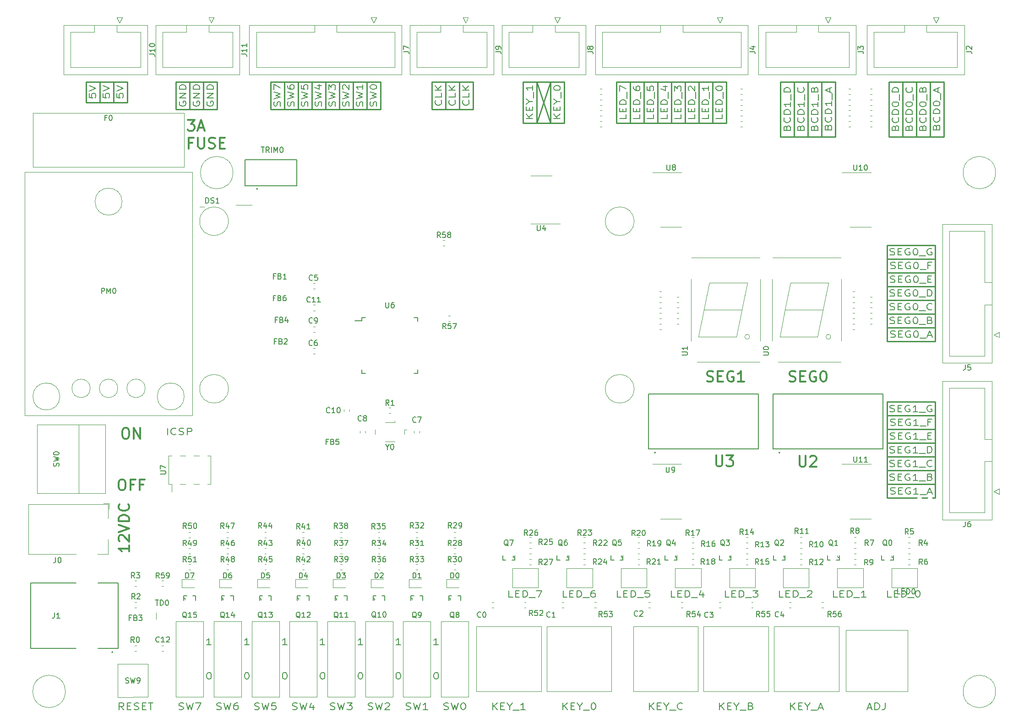
<source format=gto>
G04 #@! TF.GenerationSoftware,KiCad,Pcbnew,(5.1.5)-3*
G04 #@! TF.CreationDate,2021-06-04T15:37:44+07:00*
G04 #@! TF.ProjectId,digitalSystemBoard,64696769-7461-46c5-9379-7374656d426f,rev?*
G04 #@! TF.SameCoordinates,Original*
G04 #@! TF.FileFunction,Legend,Top*
G04 #@! TF.FilePolarity,Positive*
%FSLAX46Y46*%
G04 Gerber Fmt 4.6, Leading zero omitted, Abs format (unit mm)*
G04 Created by KiCad (PCBNEW (5.1.5)-3) date 2021-06-04 15:37:44*
%MOMM*%
%LPD*%
G04 APERTURE LIST*
%ADD10C,0.200000*%
%ADD11C,0.300000*%
%ADD12C,0.120000*%
%ADD13C,0.250000*%
%ADD14C,0.127000*%
%ADD15C,0.152400*%
%ADD16C,0.150000*%
%ADD17C,0.010000*%
%ADD18R,1.501997X2.701995*%
%ADD19R,2.501995X2.701995*%
%ADD20R,2.102000X1.602000*%
%ADD21C,3.102000*%
%ADD22C,3.602000*%
%ADD23C,0.852000*%
%ADD24C,0.100000*%
%ADD25C,1.350000*%
%ADD26R,1.350000X1.350000*%
%ADD27C,2.102000*%
%ADD28O,2.602000X2.352000*%
%ADD29R,1.602000X1.602000*%
%ADD30R,0.559200X1.219600*%
%ADD31C,5.102000*%
%ADD32O,1.902000X2.702000*%
%ADD33R,1.902000X2.702000*%
%ADD34R,1.626000X2.626000*%
%ADD35O,1.626000X2.626000*%
%ADD36C,1.802000*%
%ADD37C,1.499000*%
%ADD38R,1.499000X1.499000*%
%ADD39C,1.626000*%
%ADD40R,3.602000X3.602000*%
%ADD41R,1.102000X3.252000*%
%ADD42C,5.402000*%
%ADD43R,1.902000X1.302000*%
%ADD44R,0.652000X1.602000*%
%ADD45R,1.602000X0.652000*%
%ADD46R,1.510000X1.510000*%
%ADD47C,1.510000*%
%ADD48C,3.418000*%
%ADD49R,1.302000X1.572000*%
%ADD50R,1.572000X1.302000*%
G04 APERTURE END LIST*
D10*
X139750000Y-138542857D02*
X139035714Y-138542857D01*
X139035714Y-137342857D01*
X140250000Y-137914285D02*
X140750000Y-137914285D01*
X140964285Y-138542857D02*
X140250000Y-138542857D01*
X140250000Y-137342857D01*
X140964285Y-137342857D01*
X141607142Y-138542857D02*
X141607142Y-137342857D01*
X141964285Y-137342857D01*
X142178571Y-137400000D01*
X142321428Y-137514285D01*
X142392857Y-137628571D01*
X142464285Y-137857142D01*
X142464285Y-138028571D01*
X142392857Y-138257142D01*
X142321428Y-138371428D01*
X142178571Y-138485714D01*
X141964285Y-138542857D01*
X141607142Y-138542857D01*
X142750000Y-138657142D02*
X143892857Y-138657142D01*
X144107142Y-137342857D02*
X145107142Y-137342857D01*
X144464285Y-138542857D01*
D11*
X67976904Y-107234761D02*
X68357857Y-107234761D01*
X68548333Y-107330000D01*
X68738809Y-107520476D01*
X68834047Y-107901428D01*
X68834047Y-108568095D01*
X68738809Y-108949047D01*
X68548333Y-109139523D01*
X68357857Y-109234761D01*
X67976904Y-109234761D01*
X67786428Y-109139523D01*
X67595952Y-108949047D01*
X67500714Y-108568095D01*
X67500714Y-107901428D01*
X67595952Y-107520476D01*
X67786428Y-107330000D01*
X67976904Y-107234761D01*
X69691190Y-109234761D02*
X69691190Y-107234761D01*
X70834047Y-109234761D01*
X70834047Y-107234761D01*
D12*
X73800000Y-141400000D02*
X73800000Y-142600000D01*
D10*
X125494571Y-152504857D02*
X125637428Y-152504857D01*
X125780285Y-152562000D01*
X125851714Y-152619142D01*
X125923142Y-152733428D01*
X125994571Y-152962000D01*
X125994571Y-153247714D01*
X125923142Y-153476285D01*
X125851714Y-153590571D01*
X125780285Y-153647714D01*
X125637428Y-153704857D01*
X125494571Y-153704857D01*
X125351714Y-153647714D01*
X125280285Y-153590571D01*
X125208857Y-153476285D01*
X125137428Y-153247714D01*
X125137428Y-152962000D01*
X125208857Y-152733428D01*
X125280285Y-152619142D01*
X125351714Y-152562000D01*
X125494571Y-152504857D01*
X118494571Y-152504857D02*
X118637428Y-152504857D01*
X118780285Y-152562000D01*
X118851714Y-152619142D01*
X118923142Y-152733428D01*
X118994571Y-152962000D01*
X118994571Y-153247714D01*
X118923142Y-153476285D01*
X118851714Y-153590571D01*
X118780285Y-153647714D01*
X118637428Y-153704857D01*
X118494571Y-153704857D01*
X118351714Y-153647714D01*
X118280285Y-153590571D01*
X118208857Y-153476285D01*
X118137428Y-153247714D01*
X118137428Y-152962000D01*
X118208857Y-152733428D01*
X118280285Y-152619142D01*
X118351714Y-152562000D01*
X118494571Y-152504857D01*
X111494571Y-152504857D02*
X111637428Y-152504857D01*
X111780285Y-152562000D01*
X111851714Y-152619142D01*
X111923142Y-152733428D01*
X111994571Y-152962000D01*
X111994571Y-153247714D01*
X111923142Y-153476285D01*
X111851714Y-153590571D01*
X111780285Y-153647714D01*
X111637428Y-153704857D01*
X111494571Y-153704857D01*
X111351714Y-153647714D01*
X111280285Y-153590571D01*
X111208857Y-153476285D01*
X111137428Y-153247714D01*
X111137428Y-152962000D01*
X111208857Y-152733428D01*
X111280285Y-152619142D01*
X111351714Y-152562000D01*
X111494571Y-152504857D01*
X104494571Y-152504857D02*
X104637428Y-152504857D01*
X104780285Y-152562000D01*
X104851714Y-152619142D01*
X104923142Y-152733428D01*
X104994571Y-152962000D01*
X104994571Y-153247714D01*
X104923142Y-153476285D01*
X104851714Y-153590571D01*
X104780285Y-153647714D01*
X104637428Y-153704857D01*
X104494571Y-153704857D01*
X104351714Y-153647714D01*
X104280285Y-153590571D01*
X104208857Y-153476285D01*
X104137428Y-153247714D01*
X104137428Y-152962000D01*
X104208857Y-152733428D01*
X104280285Y-152619142D01*
X104351714Y-152562000D01*
X104494571Y-152504857D01*
X97494571Y-152504857D02*
X97637428Y-152504857D01*
X97780285Y-152562000D01*
X97851714Y-152619142D01*
X97923142Y-152733428D01*
X97994571Y-152962000D01*
X97994571Y-153247714D01*
X97923142Y-153476285D01*
X97851714Y-153590571D01*
X97780285Y-153647714D01*
X97637428Y-153704857D01*
X97494571Y-153704857D01*
X97351714Y-153647714D01*
X97280285Y-153590571D01*
X97208857Y-153476285D01*
X97137428Y-153247714D01*
X97137428Y-152962000D01*
X97208857Y-152733428D01*
X97280285Y-152619142D01*
X97351714Y-152562000D01*
X97494571Y-152504857D01*
X90494571Y-152504857D02*
X90637428Y-152504857D01*
X90780285Y-152562000D01*
X90851714Y-152619142D01*
X90923142Y-152733428D01*
X90994571Y-152962000D01*
X90994571Y-153247714D01*
X90923142Y-153476285D01*
X90851714Y-153590571D01*
X90780285Y-153647714D01*
X90637428Y-153704857D01*
X90494571Y-153704857D01*
X90351714Y-153647714D01*
X90280285Y-153590571D01*
X90208857Y-153476285D01*
X90137428Y-153247714D01*
X90137428Y-152962000D01*
X90208857Y-152733428D01*
X90280285Y-152619142D01*
X90351714Y-152562000D01*
X90494571Y-152504857D01*
X125994571Y-147354857D02*
X125137428Y-147354857D01*
X125566000Y-147354857D02*
X125566000Y-146154857D01*
X125423142Y-146326285D01*
X125280285Y-146440571D01*
X125137428Y-146497714D01*
X118994571Y-147354857D02*
X118137428Y-147354857D01*
X118566000Y-147354857D02*
X118566000Y-146154857D01*
X118423142Y-146326285D01*
X118280285Y-146440571D01*
X118137428Y-146497714D01*
X111994571Y-147354857D02*
X111137428Y-147354857D01*
X111566000Y-147354857D02*
X111566000Y-146154857D01*
X111423142Y-146326285D01*
X111280285Y-146440571D01*
X111137428Y-146497714D01*
X104994571Y-147354857D02*
X104137428Y-147354857D01*
X104566000Y-147354857D02*
X104566000Y-146154857D01*
X104423142Y-146326285D01*
X104280285Y-146440571D01*
X104137428Y-146497714D01*
X97994571Y-147354857D02*
X97137428Y-147354857D01*
X97566000Y-147354857D02*
X97566000Y-146154857D01*
X97423142Y-146326285D01*
X97280285Y-146440571D01*
X97137428Y-146497714D01*
X90994571Y-147354857D02*
X90137428Y-147354857D01*
X90566000Y-147354857D02*
X90566000Y-146154857D01*
X90423142Y-146326285D01*
X90280285Y-146440571D01*
X90137428Y-146497714D01*
X83494571Y-152504857D02*
X83637428Y-152504857D01*
X83780285Y-152562000D01*
X83851714Y-152619142D01*
X83923142Y-152733428D01*
X83994571Y-152962000D01*
X83994571Y-153247714D01*
X83923142Y-153476285D01*
X83851714Y-153590571D01*
X83780285Y-153647714D01*
X83637428Y-153704857D01*
X83494571Y-153704857D01*
X83351714Y-153647714D01*
X83280285Y-153590571D01*
X83208857Y-153476285D01*
X83137428Y-153247714D01*
X83137428Y-152962000D01*
X83208857Y-152733428D01*
X83280285Y-152619142D01*
X83351714Y-152562000D01*
X83494571Y-152504857D01*
X83994571Y-147354857D02*
X83137428Y-147354857D01*
X83566000Y-147354857D02*
X83566000Y-146154857D01*
X83423142Y-146326285D01*
X83280285Y-146440571D01*
X83137428Y-146497714D01*
D11*
X79640714Y-50244761D02*
X80878809Y-50244761D01*
X80212142Y-51006666D01*
X80497857Y-51006666D01*
X80688333Y-51101904D01*
X80783571Y-51197142D01*
X80878809Y-51387619D01*
X80878809Y-51863809D01*
X80783571Y-52054285D01*
X80688333Y-52149523D01*
X80497857Y-52244761D01*
X79926428Y-52244761D01*
X79735952Y-52149523D01*
X79640714Y-52054285D01*
X81640714Y-51673333D02*
X82593095Y-51673333D01*
X81450238Y-52244761D02*
X82116904Y-50244761D01*
X82783571Y-52244761D01*
X80497857Y-54497142D02*
X79831190Y-54497142D01*
X79831190Y-55544761D02*
X79831190Y-53544761D01*
X80783571Y-53544761D01*
X81545476Y-53544761D02*
X81545476Y-55163809D01*
X81640714Y-55354285D01*
X81735952Y-55449523D01*
X81926428Y-55544761D01*
X82307380Y-55544761D01*
X82497857Y-55449523D01*
X82593095Y-55354285D01*
X82688333Y-55163809D01*
X82688333Y-53544761D01*
X83545476Y-55449523D02*
X83831190Y-55544761D01*
X84307380Y-55544761D01*
X84497857Y-55449523D01*
X84593095Y-55354285D01*
X84688333Y-55163809D01*
X84688333Y-54973333D01*
X84593095Y-54782857D01*
X84497857Y-54687619D01*
X84307380Y-54592380D01*
X83926428Y-54497142D01*
X83735952Y-54401904D01*
X83640714Y-54306666D01*
X83545476Y-54116190D01*
X83545476Y-53925714D01*
X83640714Y-53735238D01*
X83735952Y-53640000D01*
X83926428Y-53544761D01*
X84402619Y-53544761D01*
X84688333Y-53640000D01*
X85545476Y-54497142D02*
X86212142Y-54497142D01*
X86497857Y-55544761D02*
X85545476Y-55544761D01*
X85545476Y-53544761D01*
X86497857Y-53544761D01*
X67310238Y-116759761D02*
X67691190Y-116759761D01*
X67881666Y-116855000D01*
X68072142Y-117045476D01*
X68167380Y-117426428D01*
X68167380Y-118093095D01*
X68072142Y-118474047D01*
X67881666Y-118664523D01*
X67691190Y-118759761D01*
X67310238Y-118759761D01*
X67119761Y-118664523D01*
X66929285Y-118474047D01*
X66834047Y-118093095D01*
X66834047Y-117426428D01*
X66929285Y-117045476D01*
X67119761Y-116855000D01*
X67310238Y-116759761D01*
X69691190Y-117712142D02*
X69024523Y-117712142D01*
X69024523Y-118759761D02*
X69024523Y-116759761D01*
X69976904Y-116759761D01*
X71405476Y-117712142D02*
X70738809Y-117712142D01*
X70738809Y-118759761D02*
X70738809Y-116759761D01*
X71691190Y-116759761D01*
D10*
X75890714Y-108492857D02*
X75890714Y-107292857D01*
X77462142Y-108378571D02*
X77390714Y-108435714D01*
X77176428Y-108492857D01*
X77033571Y-108492857D01*
X76819285Y-108435714D01*
X76676428Y-108321428D01*
X76605000Y-108207142D01*
X76533571Y-107978571D01*
X76533571Y-107807142D01*
X76605000Y-107578571D01*
X76676428Y-107464285D01*
X76819285Y-107350000D01*
X77033571Y-107292857D01*
X77176428Y-107292857D01*
X77390714Y-107350000D01*
X77462142Y-107407142D01*
X78033571Y-108435714D02*
X78247857Y-108492857D01*
X78605000Y-108492857D01*
X78747857Y-108435714D01*
X78819285Y-108378571D01*
X78890714Y-108264285D01*
X78890714Y-108150000D01*
X78819285Y-108035714D01*
X78747857Y-107978571D01*
X78605000Y-107921428D01*
X78319285Y-107864285D01*
X78176428Y-107807142D01*
X78105000Y-107750000D01*
X78033571Y-107635714D01*
X78033571Y-107521428D01*
X78105000Y-107407142D01*
X78176428Y-107350000D01*
X78319285Y-107292857D01*
X78676428Y-107292857D01*
X78890714Y-107350000D01*
X79533571Y-108492857D02*
X79533571Y-107292857D01*
X80105000Y-107292857D01*
X80247857Y-107350000D01*
X80319285Y-107407142D01*
X80390714Y-107521428D01*
X80390714Y-107692857D01*
X80319285Y-107807142D01*
X80247857Y-107864285D01*
X80105000Y-107921428D01*
X79533571Y-107921428D01*
D11*
X68849761Y-128968095D02*
X68849761Y-130110952D01*
X68849761Y-129539523D02*
X66849761Y-129539523D01*
X67135476Y-129730000D01*
X67325952Y-129920476D01*
X67421190Y-130110952D01*
X67040238Y-128206190D02*
X66945000Y-128110952D01*
X66849761Y-127920476D01*
X66849761Y-127444285D01*
X66945000Y-127253809D01*
X67040238Y-127158571D01*
X67230714Y-127063333D01*
X67421190Y-127063333D01*
X67706904Y-127158571D01*
X68849761Y-128301428D01*
X68849761Y-127063333D01*
X66849761Y-126491904D02*
X68849761Y-125825238D01*
X66849761Y-125158571D01*
X68849761Y-124491904D02*
X66849761Y-124491904D01*
X66849761Y-124015714D01*
X66945000Y-123730000D01*
X67135476Y-123539523D01*
X67325952Y-123444285D01*
X67706904Y-123349047D01*
X67992619Y-123349047D01*
X68373571Y-123444285D01*
X68564047Y-123539523D01*
X68754523Y-123730000D01*
X68849761Y-124015714D01*
X68849761Y-124491904D01*
X68659285Y-121349047D02*
X68754523Y-121444285D01*
X68849761Y-121730000D01*
X68849761Y-121920476D01*
X68754523Y-122206190D01*
X68564047Y-122396666D01*
X68373571Y-122491904D01*
X67992619Y-122587142D01*
X67706904Y-122587142D01*
X67325952Y-122491904D01*
X67135476Y-122396666D01*
X66945000Y-122206190D01*
X66849761Y-121920476D01*
X66849761Y-121730000D01*
X66945000Y-121444285D01*
X67040238Y-121349047D01*
D13*
X217805000Y-86125000D02*
X217805000Y-83585000D01*
X208915000Y-81045000D02*
X217805000Y-81045000D01*
X208915000Y-88665000D02*
X208915000Y-91205000D01*
X217805000Y-88665000D02*
X217805000Y-86125000D01*
X208915000Y-83585000D02*
X208915000Y-86125000D01*
X208915000Y-78505000D02*
X208915000Y-81045000D01*
X217805000Y-81045000D02*
X217805000Y-78505000D01*
X217805000Y-78505000D02*
X217805000Y-75965000D01*
X208915000Y-83585000D02*
X217805000Y-83585000D01*
X208915000Y-78505000D02*
X217805000Y-78505000D01*
X208915000Y-88665000D02*
X217805000Y-88665000D01*
X208915000Y-81045000D02*
X208915000Y-83585000D01*
X217805000Y-91205000D02*
X217805000Y-88665000D01*
X208915000Y-75965000D02*
X217805000Y-75965000D01*
X208915000Y-86125000D02*
X208915000Y-88665000D01*
X208915000Y-86125000D02*
X217805000Y-86125000D01*
X208915000Y-75965000D02*
X208915000Y-78505000D01*
X217805000Y-83585000D02*
X217805000Y-81045000D01*
X208915000Y-91205000D02*
X217805000Y-91205000D01*
D10*
X209467142Y-87880714D02*
X209681428Y-87937857D01*
X210038571Y-87937857D01*
X210181428Y-87880714D01*
X210252857Y-87823571D01*
X210324285Y-87709285D01*
X210324285Y-87595000D01*
X210252857Y-87480714D01*
X210181428Y-87423571D01*
X210038571Y-87366428D01*
X209752857Y-87309285D01*
X209610000Y-87252142D01*
X209538571Y-87195000D01*
X209467142Y-87080714D01*
X209467142Y-86966428D01*
X209538571Y-86852142D01*
X209610000Y-86795000D01*
X209752857Y-86737857D01*
X210110000Y-86737857D01*
X210324285Y-86795000D01*
X210967142Y-87309285D02*
X211467142Y-87309285D01*
X211681428Y-87937857D02*
X210967142Y-87937857D01*
X210967142Y-86737857D01*
X211681428Y-86737857D01*
X213110000Y-86795000D02*
X212967142Y-86737857D01*
X212752857Y-86737857D01*
X212538571Y-86795000D01*
X212395714Y-86909285D01*
X212324285Y-87023571D01*
X212252857Y-87252142D01*
X212252857Y-87423571D01*
X212324285Y-87652142D01*
X212395714Y-87766428D01*
X212538571Y-87880714D01*
X212752857Y-87937857D01*
X212895714Y-87937857D01*
X213110000Y-87880714D01*
X213181428Y-87823571D01*
X213181428Y-87423571D01*
X212895714Y-87423571D01*
X214110000Y-86737857D02*
X214252857Y-86737857D01*
X214395714Y-86795000D01*
X214467142Y-86852142D01*
X214538571Y-86966428D01*
X214610000Y-87195000D01*
X214610000Y-87480714D01*
X214538571Y-87709285D01*
X214467142Y-87823571D01*
X214395714Y-87880714D01*
X214252857Y-87937857D01*
X214110000Y-87937857D01*
X213967142Y-87880714D01*
X213895714Y-87823571D01*
X213824285Y-87709285D01*
X213752857Y-87480714D01*
X213752857Y-87195000D01*
X213824285Y-86966428D01*
X213895714Y-86852142D01*
X213967142Y-86795000D01*
X214110000Y-86737857D01*
X214895714Y-88052142D02*
X216038571Y-88052142D01*
X216895714Y-87309285D02*
X217110000Y-87366428D01*
X217181428Y-87423571D01*
X217252857Y-87537857D01*
X217252857Y-87709285D01*
X217181428Y-87823571D01*
X217110000Y-87880714D01*
X216967142Y-87937857D01*
X216395714Y-87937857D01*
X216395714Y-86737857D01*
X216895714Y-86737857D01*
X217038571Y-86795000D01*
X217110000Y-86852142D01*
X217181428Y-86966428D01*
X217181428Y-87080714D01*
X217110000Y-87195000D01*
X217038571Y-87252142D01*
X216895714Y-87309285D01*
X216395714Y-87309285D01*
X209574285Y-90420714D02*
X209788571Y-90477857D01*
X210145714Y-90477857D01*
X210288571Y-90420714D01*
X210360000Y-90363571D01*
X210431428Y-90249285D01*
X210431428Y-90135000D01*
X210360000Y-90020714D01*
X210288571Y-89963571D01*
X210145714Y-89906428D01*
X209860000Y-89849285D01*
X209717142Y-89792142D01*
X209645714Y-89735000D01*
X209574285Y-89620714D01*
X209574285Y-89506428D01*
X209645714Y-89392142D01*
X209717142Y-89335000D01*
X209860000Y-89277857D01*
X210217142Y-89277857D01*
X210431428Y-89335000D01*
X211074285Y-89849285D02*
X211574285Y-89849285D01*
X211788571Y-90477857D02*
X211074285Y-90477857D01*
X211074285Y-89277857D01*
X211788571Y-89277857D01*
X213217142Y-89335000D02*
X213074285Y-89277857D01*
X212860000Y-89277857D01*
X212645714Y-89335000D01*
X212502857Y-89449285D01*
X212431428Y-89563571D01*
X212360000Y-89792142D01*
X212360000Y-89963571D01*
X212431428Y-90192142D01*
X212502857Y-90306428D01*
X212645714Y-90420714D01*
X212860000Y-90477857D01*
X213002857Y-90477857D01*
X213217142Y-90420714D01*
X213288571Y-90363571D01*
X213288571Y-89963571D01*
X213002857Y-89963571D01*
X214217142Y-89277857D02*
X214360000Y-89277857D01*
X214502857Y-89335000D01*
X214574285Y-89392142D01*
X214645714Y-89506428D01*
X214717142Y-89735000D01*
X214717142Y-90020714D01*
X214645714Y-90249285D01*
X214574285Y-90363571D01*
X214502857Y-90420714D01*
X214360000Y-90477857D01*
X214217142Y-90477857D01*
X214074285Y-90420714D01*
X214002857Y-90363571D01*
X213931428Y-90249285D01*
X213860000Y-90020714D01*
X213860000Y-89735000D01*
X213931428Y-89506428D01*
X214002857Y-89392142D01*
X214074285Y-89335000D01*
X214217142Y-89277857D01*
X215002857Y-90592142D02*
X216145714Y-90592142D01*
X216431428Y-90135000D02*
X217145714Y-90135000D01*
X216288571Y-90477857D02*
X216788571Y-89277857D01*
X217288571Y-90477857D01*
X209467142Y-82800714D02*
X209681428Y-82857857D01*
X210038571Y-82857857D01*
X210181428Y-82800714D01*
X210252857Y-82743571D01*
X210324285Y-82629285D01*
X210324285Y-82515000D01*
X210252857Y-82400714D01*
X210181428Y-82343571D01*
X210038571Y-82286428D01*
X209752857Y-82229285D01*
X209610000Y-82172142D01*
X209538571Y-82115000D01*
X209467142Y-82000714D01*
X209467142Y-81886428D01*
X209538571Y-81772142D01*
X209610000Y-81715000D01*
X209752857Y-81657857D01*
X210110000Y-81657857D01*
X210324285Y-81715000D01*
X210967142Y-82229285D02*
X211467142Y-82229285D01*
X211681428Y-82857857D02*
X210967142Y-82857857D01*
X210967142Y-81657857D01*
X211681428Y-81657857D01*
X213110000Y-81715000D02*
X212967142Y-81657857D01*
X212752857Y-81657857D01*
X212538571Y-81715000D01*
X212395714Y-81829285D01*
X212324285Y-81943571D01*
X212252857Y-82172142D01*
X212252857Y-82343571D01*
X212324285Y-82572142D01*
X212395714Y-82686428D01*
X212538571Y-82800714D01*
X212752857Y-82857857D01*
X212895714Y-82857857D01*
X213110000Y-82800714D01*
X213181428Y-82743571D01*
X213181428Y-82343571D01*
X212895714Y-82343571D01*
X214110000Y-81657857D02*
X214252857Y-81657857D01*
X214395714Y-81715000D01*
X214467142Y-81772142D01*
X214538571Y-81886428D01*
X214610000Y-82115000D01*
X214610000Y-82400714D01*
X214538571Y-82629285D01*
X214467142Y-82743571D01*
X214395714Y-82800714D01*
X214252857Y-82857857D01*
X214110000Y-82857857D01*
X213967142Y-82800714D01*
X213895714Y-82743571D01*
X213824285Y-82629285D01*
X213752857Y-82400714D01*
X213752857Y-82115000D01*
X213824285Y-81886428D01*
X213895714Y-81772142D01*
X213967142Y-81715000D01*
X214110000Y-81657857D01*
X214895714Y-82972142D02*
X216038571Y-82972142D01*
X216395714Y-82857857D02*
X216395714Y-81657857D01*
X216752857Y-81657857D01*
X216967142Y-81715000D01*
X217110000Y-81829285D01*
X217181428Y-81943571D01*
X217252857Y-82172142D01*
X217252857Y-82343571D01*
X217181428Y-82572142D01*
X217110000Y-82686428D01*
X216967142Y-82800714D01*
X216752857Y-82857857D01*
X216395714Y-82857857D01*
X209574285Y-77720714D02*
X209788571Y-77777857D01*
X210145714Y-77777857D01*
X210288571Y-77720714D01*
X210360000Y-77663571D01*
X210431428Y-77549285D01*
X210431428Y-77435000D01*
X210360000Y-77320714D01*
X210288571Y-77263571D01*
X210145714Y-77206428D01*
X209860000Y-77149285D01*
X209717142Y-77092142D01*
X209645714Y-77035000D01*
X209574285Y-76920714D01*
X209574285Y-76806428D01*
X209645714Y-76692142D01*
X209717142Y-76635000D01*
X209860000Y-76577857D01*
X210217142Y-76577857D01*
X210431428Y-76635000D01*
X211074285Y-77149285D02*
X211574285Y-77149285D01*
X211788571Y-77777857D02*
X211074285Y-77777857D01*
X211074285Y-76577857D01*
X211788571Y-76577857D01*
X213217142Y-76635000D02*
X213074285Y-76577857D01*
X212860000Y-76577857D01*
X212645714Y-76635000D01*
X212502857Y-76749285D01*
X212431428Y-76863571D01*
X212360000Y-77092142D01*
X212360000Y-77263571D01*
X212431428Y-77492142D01*
X212502857Y-77606428D01*
X212645714Y-77720714D01*
X212860000Y-77777857D01*
X213002857Y-77777857D01*
X213217142Y-77720714D01*
X213288571Y-77663571D01*
X213288571Y-77263571D01*
X213002857Y-77263571D01*
X214217142Y-76577857D02*
X214360000Y-76577857D01*
X214502857Y-76635000D01*
X214574285Y-76692142D01*
X214645714Y-76806428D01*
X214717142Y-77035000D01*
X214717142Y-77320714D01*
X214645714Y-77549285D01*
X214574285Y-77663571D01*
X214502857Y-77720714D01*
X214360000Y-77777857D01*
X214217142Y-77777857D01*
X214074285Y-77720714D01*
X214002857Y-77663571D01*
X213931428Y-77549285D01*
X213860000Y-77320714D01*
X213860000Y-77035000D01*
X213931428Y-76806428D01*
X214002857Y-76692142D01*
X214074285Y-76635000D01*
X214217142Y-76577857D01*
X215002857Y-77892142D02*
X216145714Y-77892142D01*
X217002857Y-77149285D02*
X216502857Y-77149285D01*
X216502857Y-77777857D02*
X216502857Y-76577857D01*
X217217142Y-76577857D01*
X209538571Y-80260714D02*
X209752857Y-80317857D01*
X210110000Y-80317857D01*
X210252857Y-80260714D01*
X210324285Y-80203571D01*
X210395714Y-80089285D01*
X210395714Y-79975000D01*
X210324285Y-79860714D01*
X210252857Y-79803571D01*
X210110000Y-79746428D01*
X209824285Y-79689285D01*
X209681428Y-79632142D01*
X209610000Y-79575000D01*
X209538571Y-79460714D01*
X209538571Y-79346428D01*
X209610000Y-79232142D01*
X209681428Y-79175000D01*
X209824285Y-79117857D01*
X210181428Y-79117857D01*
X210395714Y-79175000D01*
X211038571Y-79689285D02*
X211538571Y-79689285D01*
X211752857Y-80317857D02*
X211038571Y-80317857D01*
X211038571Y-79117857D01*
X211752857Y-79117857D01*
X213181428Y-79175000D02*
X213038571Y-79117857D01*
X212824285Y-79117857D01*
X212610000Y-79175000D01*
X212467142Y-79289285D01*
X212395714Y-79403571D01*
X212324285Y-79632142D01*
X212324285Y-79803571D01*
X212395714Y-80032142D01*
X212467142Y-80146428D01*
X212610000Y-80260714D01*
X212824285Y-80317857D01*
X212967142Y-80317857D01*
X213181428Y-80260714D01*
X213252857Y-80203571D01*
X213252857Y-79803571D01*
X212967142Y-79803571D01*
X214181428Y-79117857D02*
X214324285Y-79117857D01*
X214467142Y-79175000D01*
X214538571Y-79232142D01*
X214610000Y-79346428D01*
X214681428Y-79575000D01*
X214681428Y-79860714D01*
X214610000Y-80089285D01*
X214538571Y-80203571D01*
X214467142Y-80260714D01*
X214324285Y-80317857D01*
X214181428Y-80317857D01*
X214038571Y-80260714D01*
X213967142Y-80203571D01*
X213895714Y-80089285D01*
X213824285Y-79860714D01*
X213824285Y-79575000D01*
X213895714Y-79346428D01*
X213967142Y-79232142D01*
X214038571Y-79175000D01*
X214181428Y-79117857D01*
X214967142Y-80432142D02*
X216110000Y-80432142D01*
X216467142Y-79689285D02*
X216967142Y-79689285D01*
X217181428Y-80317857D02*
X216467142Y-80317857D01*
X216467142Y-79117857D01*
X217181428Y-79117857D01*
X209467142Y-75180714D02*
X209681428Y-75237857D01*
X210038571Y-75237857D01*
X210181428Y-75180714D01*
X210252857Y-75123571D01*
X210324285Y-75009285D01*
X210324285Y-74895000D01*
X210252857Y-74780714D01*
X210181428Y-74723571D01*
X210038571Y-74666428D01*
X209752857Y-74609285D01*
X209610000Y-74552142D01*
X209538571Y-74495000D01*
X209467142Y-74380714D01*
X209467142Y-74266428D01*
X209538571Y-74152142D01*
X209610000Y-74095000D01*
X209752857Y-74037857D01*
X210110000Y-74037857D01*
X210324285Y-74095000D01*
X210967142Y-74609285D02*
X211467142Y-74609285D01*
X211681428Y-75237857D02*
X210967142Y-75237857D01*
X210967142Y-74037857D01*
X211681428Y-74037857D01*
X213110000Y-74095000D02*
X212967142Y-74037857D01*
X212752857Y-74037857D01*
X212538571Y-74095000D01*
X212395714Y-74209285D01*
X212324285Y-74323571D01*
X212252857Y-74552142D01*
X212252857Y-74723571D01*
X212324285Y-74952142D01*
X212395714Y-75066428D01*
X212538571Y-75180714D01*
X212752857Y-75237857D01*
X212895714Y-75237857D01*
X213110000Y-75180714D01*
X213181428Y-75123571D01*
X213181428Y-74723571D01*
X212895714Y-74723571D01*
X214110000Y-74037857D02*
X214252857Y-74037857D01*
X214395714Y-74095000D01*
X214467142Y-74152142D01*
X214538571Y-74266428D01*
X214610000Y-74495000D01*
X214610000Y-74780714D01*
X214538571Y-75009285D01*
X214467142Y-75123571D01*
X214395714Y-75180714D01*
X214252857Y-75237857D01*
X214110000Y-75237857D01*
X213967142Y-75180714D01*
X213895714Y-75123571D01*
X213824285Y-75009285D01*
X213752857Y-74780714D01*
X213752857Y-74495000D01*
X213824285Y-74266428D01*
X213895714Y-74152142D01*
X213967142Y-74095000D01*
X214110000Y-74037857D01*
X214895714Y-75352142D02*
X216038571Y-75352142D01*
X217181428Y-74095000D02*
X217038571Y-74037857D01*
X216824285Y-74037857D01*
X216610000Y-74095000D01*
X216467142Y-74209285D01*
X216395714Y-74323571D01*
X216324285Y-74552142D01*
X216324285Y-74723571D01*
X216395714Y-74952142D01*
X216467142Y-75066428D01*
X216610000Y-75180714D01*
X216824285Y-75237857D01*
X216967142Y-75237857D01*
X217181428Y-75180714D01*
X217252857Y-75123571D01*
X217252857Y-74723571D01*
X216967142Y-74723571D01*
X209467142Y-85340714D02*
X209681428Y-85397857D01*
X210038571Y-85397857D01*
X210181428Y-85340714D01*
X210252857Y-85283571D01*
X210324285Y-85169285D01*
X210324285Y-85055000D01*
X210252857Y-84940714D01*
X210181428Y-84883571D01*
X210038571Y-84826428D01*
X209752857Y-84769285D01*
X209610000Y-84712142D01*
X209538571Y-84655000D01*
X209467142Y-84540714D01*
X209467142Y-84426428D01*
X209538571Y-84312142D01*
X209610000Y-84255000D01*
X209752857Y-84197857D01*
X210110000Y-84197857D01*
X210324285Y-84255000D01*
X210967142Y-84769285D02*
X211467142Y-84769285D01*
X211681428Y-85397857D02*
X210967142Y-85397857D01*
X210967142Y-84197857D01*
X211681428Y-84197857D01*
X213110000Y-84255000D02*
X212967142Y-84197857D01*
X212752857Y-84197857D01*
X212538571Y-84255000D01*
X212395714Y-84369285D01*
X212324285Y-84483571D01*
X212252857Y-84712142D01*
X212252857Y-84883571D01*
X212324285Y-85112142D01*
X212395714Y-85226428D01*
X212538571Y-85340714D01*
X212752857Y-85397857D01*
X212895714Y-85397857D01*
X213110000Y-85340714D01*
X213181428Y-85283571D01*
X213181428Y-84883571D01*
X212895714Y-84883571D01*
X214110000Y-84197857D02*
X214252857Y-84197857D01*
X214395714Y-84255000D01*
X214467142Y-84312142D01*
X214538571Y-84426428D01*
X214610000Y-84655000D01*
X214610000Y-84940714D01*
X214538571Y-85169285D01*
X214467142Y-85283571D01*
X214395714Y-85340714D01*
X214252857Y-85397857D01*
X214110000Y-85397857D01*
X213967142Y-85340714D01*
X213895714Y-85283571D01*
X213824285Y-85169285D01*
X213752857Y-84940714D01*
X213752857Y-84655000D01*
X213824285Y-84426428D01*
X213895714Y-84312142D01*
X213967142Y-84255000D01*
X214110000Y-84197857D01*
X214895714Y-85512142D02*
X216038571Y-85512142D01*
X217252857Y-85283571D02*
X217181428Y-85340714D01*
X216967142Y-85397857D01*
X216824285Y-85397857D01*
X216610000Y-85340714D01*
X216467142Y-85226428D01*
X216395714Y-85112142D01*
X216324285Y-84883571D01*
X216324285Y-84712142D01*
X216395714Y-84483571D01*
X216467142Y-84369285D01*
X216610000Y-84255000D01*
X216824285Y-84197857D01*
X216967142Y-84197857D01*
X217181428Y-84255000D01*
X217252857Y-84312142D01*
D13*
X208915000Y-73425000D02*
X208915000Y-75965000D01*
X217805000Y-75965000D02*
X217805000Y-73425000D01*
X208915000Y-73425000D02*
X217805000Y-73425000D01*
X208915000Y-120215000D02*
X217805000Y-120215000D01*
D10*
X209574285Y-119430714D02*
X209788571Y-119487857D01*
X210145714Y-119487857D01*
X210288571Y-119430714D01*
X210360000Y-119373571D01*
X210431428Y-119259285D01*
X210431428Y-119145000D01*
X210360000Y-119030714D01*
X210288571Y-118973571D01*
X210145714Y-118916428D01*
X209860000Y-118859285D01*
X209717142Y-118802142D01*
X209645714Y-118745000D01*
X209574285Y-118630714D01*
X209574285Y-118516428D01*
X209645714Y-118402142D01*
X209717142Y-118345000D01*
X209860000Y-118287857D01*
X210217142Y-118287857D01*
X210431428Y-118345000D01*
X211074285Y-118859285D02*
X211574285Y-118859285D01*
X211788571Y-119487857D02*
X211074285Y-119487857D01*
X211074285Y-118287857D01*
X211788571Y-118287857D01*
X213217142Y-118345000D02*
X213074285Y-118287857D01*
X212860000Y-118287857D01*
X212645714Y-118345000D01*
X212502857Y-118459285D01*
X212431428Y-118573571D01*
X212360000Y-118802142D01*
X212360000Y-118973571D01*
X212431428Y-119202142D01*
X212502857Y-119316428D01*
X212645714Y-119430714D01*
X212860000Y-119487857D01*
X213002857Y-119487857D01*
X213217142Y-119430714D01*
X213288571Y-119373571D01*
X213288571Y-118973571D01*
X213002857Y-118973571D01*
X214717142Y-119487857D02*
X213860000Y-119487857D01*
X214288571Y-119487857D02*
X214288571Y-118287857D01*
X214145714Y-118459285D01*
X214002857Y-118573571D01*
X213860000Y-118630714D01*
X215002857Y-119602142D02*
X216145714Y-119602142D01*
X216431428Y-119145000D02*
X217145714Y-119145000D01*
X216288571Y-119487857D02*
X216788571Y-118287857D01*
X217288571Y-119487857D01*
X209467142Y-116890714D02*
X209681428Y-116947857D01*
X210038571Y-116947857D01*
X210181428Y-116890714D01*
X210252857Y-116833571D01*
X210324285Y-116719285D01*
X210324285Y-116605000D01*
X210252857Y-116490714D01*
X210181428Y-116433571D01*
X210038571Y-116376428D01*
X209752857Y-116319285D01*
X209610000Y-116262142D01*
X209538571Y-116205000D01*
X209467142Y-116090714D01*
X209467142Y-115976428D01*
X209538571Y-115862142D01*
X209610000Y-115805000D01*
X209752857Y-115747857D01*
X210110000Y-115747857D01*
X210324285Y-115805000D01*
X210967142Y-116319285D02*
X211467142Y-116319285D01*
X211681428Y-116947857D02*
X210967142Y-116947857D01*
X210967142Y-115747857D01*
X211681428Y-115747857D01*
X213110000Y-115805000D02*
X212967142Y-115747857D01*
X212752857Y-115747857D01*
X212538571Y-115805000D01*
X212395714Y-115919285D01*
X212324285Y-116033571D01*
X212252857Y-116262142D01*
X212252857Y-116433571D01*
X212324285Y-116662142D01*
X212395714Y-116776428D01*
X212538571Y-116890714D01*
X212752857Y-116947857D01*
X212895714Y-116947857D01*
X213110000Y-116890714D01*
X213181428Y-116833571D01*
X213181428Y-116433571D01*
X212895714Y-116433571D01*
X214610000Y-116947857D02*
X213752857Y-116947857D01*
X214181428Y-116947857D02*
X214181428Y-115747857D01*
X214038571Y-115919285D01*
X213895714Y-116033571D01*
X213752857Y-116090714D01*
X214895714Y-117062142D02*
X216038571Y-117062142D01*
X216895714Y-116319285D02*
X217110000Y-116376428D01*
X217181428Y-116433571D01*
X217252857Y-116547857D01*
X217252857Y-116719285D01*
X217181428Y-116833571D01*
X217110000Y-116890714D01*
X216967142Y-116947857D01*
X216395714Y-116947857D01*
X216395714Y-115747857D01*
X216895714Y-115747857D01*
X217038571Y-115805000D01*
X217110000Y-115862142D01*
X217181428Y-115976428D01*
X217181428Y-116090714D01*
X217110000Y-116205000D01*
X217038571Y-116262142D01*
X216895714Y-116319285D01*
X216395714Y-116319285D01*
X209467142Y-114350714D02*
X209681428Y-114407857D01*
X210038571Y-114407857D01*
X210181428Y-114350714D01*
X210252857Y-114293571D01*
X210324285Y-114179285D01*
X210324285Y-114065000D01*
X210252857Y-113950714D01*
X210181428Y-113893571D01*
X210038571Y-113836428D01*
X209752857Y-113779285D01*
X209610000Y-113722142D01*
X209538571Y-113665000D01*
X209467142Y-113550714D01*
X209467142Y-113436428D01*
X209538571Y-113322142D01*
X209610000Y-113265000D01*
X209752857Y-113207857D01*
X210110000Y-113207857D01*
X210324285Y-113265000D01*
X210967142Y-113779285D02*
X211467142Y-113779285D01*
X211681428Y-114407857D02*
X210967142Y-114407857D01*
X210967142Y-113207857D01*
X211681428Y-113207857D01*
X213110000Y-113265000D02*
X212967142Y-113207857D01*
X212752857Y-113207857D01*
X212538571Y-113265000D01*
X212395714Y-113379285D01*
X212324285Y-113493571D01*
X212252857Y-113722142D01*
X212252857Y-113893571D01*
X212324285Y-114122142D01*
X212395714Y-114236428D01*
X212538571Y-114350714D01*
X212752857Y-114407857D01*
X212895714Y-114407857D01*
X213110000Y-114350714D01*
X213181428Y-114293571D01*
X213181428Y-113893571D01*
X212895714Y-113893571D01*
X214610000Y-114407857D02*
X213752857Y-114407857D01*
X214181428Y-114407857D02*
X214181428Y-113207857D01*
X214038571Y-113379285D01*
X213895714Y-113493571D01*
X213752857Y-113550714D01*
X214895714Y-114522142D02*
X216038571Y-114522142D01*
X217252857Y-114293571D02*
X217181428Y-114350714D01*
X216967142Y-114407857D01*
X216824285Y-114407857D01*
X216610000Y-114350714D01*
X216467142Y-114236428D01*
X216395714Y-114122142D01*
X216324285Y-113893571D01*
X216324285Y-113722142D01*
X216395714Y-113493571D01*
X216467142Y-113379285D01*
X216610000Y-113265000D01*
X216824285Y-113207857D01*
X216967142Y-113207857D01*
X217181428Y-113265000D01*
X217252857Y-113322142D01*
X209467142Y-111810714D02*
X209681428Y-111867857D01*
X210038571Y-111867857D01*
X210181428Y-111810714D01*
X210252857Y-111753571D01*
X210324285Y-111639285D01*
X210324285Y-111525000D01*
X210252857Y-111410714D01*
X210181428Y-111353571D01*
X210038571Y-111296428D01*
X209752857Y-111239285D01*
X209610000Y-111182142D01*
X209538571Y-111125000D01*
X209467142Y-111010714D01*
X209467142Y-110896428D01*
X209538571Y-110782142D01*
X209610000Y-110725000D01*
X209752857Y-110667857D01*
X210110000Y-110667857D01*
X210324285Y-110725000D01*
X210967142Y-111239285D02*
X211467142Y-111239285D01*
X211681428Y-111867857D02*
X210967142Y-111867857D01*
X210967142Y-110667857D01*
X211681428Y-110667857D01*
X213110000Y-110725000D02*
X212967142Y-110667857D01*
X212752857Y-110667857D01*
X212538571Y-110725000D01*
X212395714Y-110839285D01*
X212324285Y-110953571D01*
X212252857Y-111182142D01*
X212252857Y-111353571D01*
X212324285Y-111582142D01*
X212395714Y-111696428D01*
X212538571Y-111810714D01*
X212752857Y-111867857D01*
X212895714Y-111867857D01*
X213110000Y-111810714D01*
X213181428Y-111753571D01*
X213181428Y-111353571D01*
X212895714Y-111353571D01*
X214610000Y-111867857D02*
X213752857Y-111867857D01*
X214181428Y-111867857D02*
X214181428Y-110667857D01*
X214038571Y-110839285D01*
X213895714Y-110953571D01*
X213752857Y-111010714D01*
X214895714Y-111982142D02*
X216038571Y-111982142D01*
X216395714Y-111867857D02*
X216395714Y-110667857D01*
X216752857Y-110667857D01*
X216967142Y-110725000D01*
X217110000Y-110839285D01*
X217181428Y-110953571D01*
X217252857Y-111182142D01*
X217252857Y-111353571D01*
X217181428Y-111582142D01*
X217110000Y-111696428D01*
X216967142Y-111810714D01*
X216752857Y-111867857D01*
X216395714Y-111867857D01*
X209538571Y-109270714D02*
X209752857Y-109327857D01*
X210110000Y-109327857D01*
X210252857Y-109270714D01*
X210324285Y-109213571D01*
X210395714Y-109099285D01*
X210395714Y-108985000D01*
X210324285Y-108870714D01*
X210252857Y-108813571D01*
X210110000Y-108756428D01*
X209824285Y-108699285D01*
X209681428Y-108642142D01*
X209610000Y-108585000D01*
X209538571Y-108470714D01*
X209538571Y-108356428D01*
X209610000Y-108242142D01*
X209681428Y-108185000D01*
X209824285Y-108127857D01*
X210181428Y-108127857D01*
X210395714Y-108185000D01*
X211038571Y-108699285D02*
X211538571Y-108699285D01*
X211752857Y-109327857D02*
X211038571Y-109327857D01*
X211038571Y-108127857D01*
X211752857Y-108127857D01*
X213181428Y-108185000D02*
X213038571Y-108127857D01*
X212824285Y-108127857D01*
X212610000Y-108185000D01*
X212467142Y-108299285D01*
X212395714Y-108413571D01*
X212324285Y-108642142D01*
X212324285Y-108813571D01*
X212395714Y-109042142D01*
X212467142Y-109156428D01*
X212610000Y-109270714D01*
X212824285Y-109327857D01*
X212967142Y-109327857D01*
X213181428Y-109270714D01*
X213252857Y-109213571D01*
X213252857Y-108813571D01*
X212967142Y-108813571D01*
X214681428Y-109327857D02*
X213824285Y-109327857D01*
X214252857Y-109327857D02*
X214252857Y-108127857D01*
X214110000Y-108299285D01*
X213967142Y-108413571D01*
X213824285Y-108470714D01*
X214967142Y-109442142D02*
X216110000Y-109442142D01*
X216467142Y-108699285D02*
X216967142Y-108699285D01*
X217181428Y-109327857D02*
X216467142Y-109327857D01*
X216467142Y-108127857D01*
X217181428Y-108127857D01*
X209574285Y-106730714D02*
X209788571Y-106787857D01*
X210145714Y-106787857D01*
X210288571Y-106730714D01*
X210360000Y-106673571D01*
X210431428Y-106559285D01*
X210431428Y-106445000D01*
X210360000Y-106330714D01*
X210288571Y-106273571D01*
X210145714Y-106216428D01*
X209860000Y-106159285D01*
X209717142Y-106102142D01*
X209645714Y-106045000D01*
X209574285Y-105930714D01*
X209574285Y-105816428D01*
X209645714Y-105702142D01*
X209717142Y-105645000D01*
X209860000Y-105587857D01*
X210217142Y-105587857D01*
X210431428Y-105645000D01*
X211074285Y-106159285D02*
X211574285Y-106159285D01*
X211788571Y-106787857D02*
X211074285Y-106787857D01*
X211074285Y-105587857D01*
X211788571Y-105587857D01*
X213217142Y-105645000D02*
X213074285Y-105587857D01*
X212860000Y-105587857D01*
X212645714Y-105645000D01*
X212502857Y-105759285D01*
X212431428Y-105873571D01*
X212360000Y-106102142D01*
X212360000Y-106273571D01*
X212431428Y-106502142D01*
X212502857Y-106616428D01*
X212645714Y-106730714D01*
X212860000Y-106787857D01*
X213002857Y-106787857D01*
X213217142Y-106730714D01*
X213288571Y-106673571D01*
X213288571Y-106273571D01*
X213002857Y-106273571D01*
X214717142Y-106787857D02*
X213860000Y-106787857D01*
X214288571Y-106787857D02*
X214288571Y-105587857D01*
X214145714Y-105759285D01*
X214002857Y-105873571D01*
X213860000Y-105930714D01*
X215002857Y-106902142D02*
X216145714Y-106902142D01*
X217002857Y-106159285D02*
X216502857Y-106159285D01*
X216502857Y-106787857D02*
X216502857Y-105587857D01*
X217217142Y-105587857D01*
D13*
X208915000Y-117675000D02*
X208915000Y-120215000D01*
X208915000Y-115135000D02*
X208915000Y-117675000D01*
X208915000Y-112595000D02*
X208915000Y-115135000D01*
X208915000Y-110055000D02*
X208915000Y-112595000D01*
X208915000Y-107515000D02*
X208915000Y-110055000D01*
X208915000Y-104975000D02*
X208915000Y-107515000D01*
X217805000Y-120215000D02*
X217805000Y-117675000D01*
X217805000Y-117675000D02*
X217805000Y-115135000D01*
X217805000Y-115135000D02*
X217805000Y-112595000D01*
X217805000Y-112595000D02*
X217805000Y-110055000D01*
X217805000Y-110055000D02*
X217805000Y-107515000D01*
X217805000Y-107515000D02*
X217805000Y-104975000D01*
X208915000Y-117675000D02*
X217805000Y-117675000D01*
X208915000Y-115135000D02*
X217805000Y-115135000D01*
X208915000Y-112595000D02*
X217805000Y-112595000D01*
X208915000Y-110055000D02*
X217805000Y-110055000D01*
X208915000Y-107515000D02*
X217805000Y-107515000D01*
X208915000Y-104975000D02*
X217805000Y-104975000D01*
X217805000Y-104975000D02*
X217805000Y-102435000D01*
X208915000Y-102435000D02*
X217805000Y-102435000D01*
X208915000Y-102435000D02*
X208915000Y-104975000D01*
D10*
X209467142Y-104190714D02*
X209681428Y-104247857D01*
X210038571Y-104247857D01*
X210181428Y-104190714D01*
X210252857Y-104133571D01*
X210324285Y-104019285D01*
X210324285Y-103905000D01*
X210252857Y-103790714D01*
X210181428Y-103733571D01*
X210038571Y-103676428D01*
X209752857Y-103619285D01*
X209610000Y-103562142D01*
X209538571Y-103505000D01*
X209467142Y-103390714D01*
X209467142Y-103276428D01*
X209538571Y-103162142D01*
X209610000Y-103105000D01*
X209752857Y-103047857D01*
X210110000Y-103047857D01*
X210324285Y-103105000D01*
X210967142Y-103619285D02*
X211467142Y-103619285D01*
X211681428Y-104247857D02*
X210967142Y-104247857D01*
X210967142Y-103047857D01*
X211681428Y-103047857D01*
X213110000Y-103105000D02*
X212967142Y-103047857D01*
X212752857Y-103047857D01*
X212538571Y-103105000D01*
X212395714Y-103219285D01*
X212324285Y-103333571D01*
X212252857Y-103562142D01*
X212252857Y-103733571D01*
X212324285Y-103962142D01*
X212395714Y-104076428D01*
X212538571Y-104190714D01*
X212752857Y-104247857D01*
X212895714Y-104247857D01*
X213110000Y-104190714D01*
X213181428Y-104133571D01*
X213181428Y-103733571D01*
X212895714Y-103733571D01*
X214610000Y-104247857D02*
X213752857Y-104247857D01*
X214181428Y-104247857D02*
X214181428Y-103047857D01*
X214038571Y-103219285D01*
X213895714Y-103333571D01*
X213752857Y-103390714D01*
X214895714Y-104362142D02*
X216038571Y-104362142D01*
X217181428Y-103105000D02*
X217038571Y-103047857D01*
X216824285Y-103047857D01*
X216610000Y-103105000D01*
X216467142Y-103219285D01*
X216395714Y-103333571D01*
X216324285Y-103562142D01*
X216324285Y-103733571D01*
X216395714Y-103962142D01*
X216467142Y-104076428D01*
X216610000Y-104190714D01*
X216824285Y-104247857D01*
X216967142Y-104247857D01*
X217181428Y-104190714D01*
X217252857Y-104133571D01*
X217252857Y-103733571D01*
X216967142Y-103733571D01*
X67821428Y-159342857D02*
X67321428Y-158771428D01*
X66964285Y-159342857D02*
X66964285Y-158142857D01*
X67535714Y-158142857D01*
X67678571Y-158200000D01*
X67750000Y-158257142D01*
X67821428Y-158371428D01*
X67821428Y-158542857D01*
X67750000Y-158657142D01*
X67678571Y-158714285D01*
X67535714Y-158771428D01*
X66964285Y-158771428D01*
X68464285Y-158714285D02*
X68964285Y-158714285D01*
X69178571Y-159342857D02*
X68464285Y-159342857D01*
X68464285Y-158142857D01*
X69178571Y-158142857D01*
X69750000Y-159285714D02*
X69964285Y-159342857D01*
X70321428Y-159342857D01*
X70464285Y-159285714D01*
X70535714Y-159228571D01*
X70607142Y-159114285D01*
X70607142Y-159000000D01*
X70535714Y-158885714D01*
X70464285Y-158828571D01*
X70321428Y-158771428D01*
X70035714Y-158714285D01*
X69892857Y-158657142D01*
X69821428Y-158600000D01*
X69750000Y-158485714D01*
X69750000Y-158371428D01*
X69821428Y-158257142D01*
X69892857Y-158200000D01*
X70035714Y-158142857D01*
X70392857Y-158142857D01*
X70607142Y-158200000D01*
X71250000Y-158714285D02*
X71750000Y-158714285D01*
X71964285Y-159342857D02*
X71250000Y-159342857D01*
X71250000Y-158142857D01*
X71964285Y-158142857D01*
X72392857Y-158142857D02*
X73250000Y-158142857D01*
X72821428Y-159342857D02*
X72821428Y-158142857D01*
D11*
X190881428Y-98599523D02*
X191167142Y-98694761D01*
X191643333Y-98694761D01*
X191833809Y-98599523D01*
X191929047Y-98504285D01*
X192024285Y-98313809D01*
X192024285Y-98123333D01*
X191929047Y-97932857D01*
X191833809Y-97837619D01*
X191643333Y-97742380D01*
X191262380Y-97647142D01*
X191071904Y-97551904D01*
X190976666Y-97456666D01*
X190881428Y-97266190D01*
X190881428Y-97075714D01*
X190976666Y-96885238D01*
X191071904Y-96790000D01*
X191262380Y-96694761D01*
X191738571Y-96694761D01*
X192024285Y-96790000D01*
X192881428Y-97647142D02*
X193548095Y-97647142D01*
X193833809Y-98694761D02*
X192881428Y-98694761D01*
X192881428Y-96694761D01*
X193833809Y-96694761D01*
X195738571Y-96790000D02*
X195548095Y-96694761D01*
X195262380Y-96694761D01*
X194976666Y-96790000D01*
X194786190Y-96980476D01*
X194690952Y-97170952D01*
X194595714Y-97551904D01*
X194595714Y-97837619D01*
X194690952Y-98218571D01*
X194786190Y-98409047D01*
X194976666Y-98599523D01*
X195262380Y-98694761D01*
X195452857Y-98694761D01*
X195738571Y-98599523D01*
X195833809Y-98504285D01*
X195833809Y-97837619D01*
X195452857Y-97837619D01*
X197071904Y-96694761D02*
X197262380Y-96694761D01*
X197452857Y-96790000D01*
X197548095Y-96885238D01*
X197643333Y-97075714D01*
X197738571Y-97456666D01*
X197738571Y-97932857D01*
X197643333Y-98313809D01*
X197548095Y-98504285D01*
X197452857Y-98599523D01*
X197262380Y-98694761D01*
X197071904Y-98694761D01*
X196881428Y-98599523D01*
X196786190Y-98504285D01*
X196690952Y-98313809D01*
X196595714Y-97932857D01*
X196595714Y-97456666D01*
X196690952Y-97075714D01*
X196786190Y-96885238D01*
X196881428Y-96790000D01*
X197071904Y-96694761D01*
X175641428Y-98599523D02*
X175927142Y-98694761D01*
X176403333Y-98694761D01*
X176593809Y-98599523D01*
X176689047Y-98504285D01*
X176784285Y-98313809D01*
X176784285Y-98123333D01*
X176689047Y-97932857D01*
X176593809Y-97837619D01*
X176403333Y-97742380D01*
X176022380Y-97647142D01*
X175831904Y-97551904D01*
X175736666Y-97456666D01*
X175641428Y-97266190D01*
X175641428Y-97075714D01*
X175736666Y-96885238D01*
X175831904Y-96790000D01*
X176022380Y-96694761D01*
X176498571Y-96694761D01*
X176784285Y-96790000D01*
X177641428Y-97647142D02*
X178308095Y-97647142D01*
X178593809Y-98694761D02*
X177641428Y-98694761D01*
X177641428Y-96694761D01*
X178593809Y-96694761D01*
X180498571Y-96790000D02*
X180308095Y-96694761D01*
X180022380Y-96694761D01*
X179736666Y-96790000D01*
X179546190Y-96980476D01*
X179450952Y-97170952D01*
X179355714Y-97551904D01*
X179355714Y-97837619D01*
X179450952Y-98218571D01*
X179546190Y-98409047D01*
X179736666Y-98599523D01*
X180022380Y-98694761D01*
X180212857Y-98694761D01*
X180498571Y-98599523D01*
X180593809Y-98504285D01*
X180593809Y-97837619D01*
X180212857Y-97837619D01*
X182498571Y-98694761D02*
X181355714Y-98694761D01*
X181927142Y-98694761D02*
X181927142Y-96694761D01*
X181736666Y-96980476D01*
X181546190Y-97170952D01*
X181355714Y-97266190D01*
D10*
X210434285Y-51688571D02*
X210491428Y-51474285D01*
X210548571Y-51402857D01*
X210662857Y-51331428D01*
X210834285Y-51331428D01*
X210948571Y-51402857D01*
X211005714Y-51474285D01*
X211062857Y-51617142D01*
X211062857Y-52188571D01*
X209862857Y-52188571D01*
X209862857Y-51688571D01*
X209920000Y-51545714D01*
X209977142Y-51474285D01*
X210091428Y-51402857D01*
X210205714Y-51402857D01*
X210320000Y-51474285D01*
X210377142Y-51545714D01*
X210434285Y-51688571D01*
X210434285Y-52188571D01*
X210948571Y-49831428D02*
X211005714Y-49902857D01*
X211062857Y-50117142D01*
X211062857Y-50260000D01*
X211005714Y-50474285D01*
X210891428Y-50617142D01*
X210777142Y-50688571D01*
X210548571Y-50760000D01*
X210377142Y-50760000D01*
X210148571Y-50688571D01*
X210034285Y-50617142D01*
X209920000Y-50474285D01*
X209862857Y-50260000D01*
X209862857Y-50117142D01*
X209920000Y-49902857D01*
X209977142Y-49831428D01*
X211062857Y-49188571D02*
X209862857Y-49188571D01*
X209862857Y-48831428D01*
X209920000Y-48617142D01*
X210034285Y-48474285D01*
X210148571Y-48402857D01*
X210377142Y-48331428D01*
X210548571Y-48331428D01*
X210777142Y-48402857D01*
X210891428Y-48474285D01*
X211005714Y-48617142D01*
X211062857Y-48831428D01*
X211062857Y-49188571D01*
X209862857Y-47402857D02*
X209862857Y-47260000D01*
X209920000Y-47117142D01*
X209977142Y-47045714D01*
X210091428Y-46974285D01*
X210320000Y-46902857D01*
X210605714Y-46902857D01*
X210834285Y-46974285D01*
X210948571Y-47045714D01*
X211005714Y-47117142D01*
X211062857Y-47260000D01*
X211062857Y-47402857D01*
X211005714Y-47545714D01*
X210948571Y-47617142D01*
X210834285Y-47688571D01*
X210605714Y-47760000D01*
X210320000Y-47760000D01*
X210091428Y-47688571D01*
X209977142Y-47617142D01*
X209920000Y-47545714D01*
X209862857Y-47402857D01*
X211177142Y-46617142D02*
X211177142Y-45474285D01*
X211062857Y-45117142D02*
X209862857Y-45117142D01*
X209862857Y-44760000D01*
X209920000Y-44545714D01*
X210034285Y-44402857D01*
X210148571Y-44331428D01*
X210377142Y-44260000D01*
X210548571Y-44260000D01*
X210777142Y-44331428D01*
X210891428Y-44402857D01*
X211005714Y-44545714D01*
X211062857Y-44760000D01*
X211062857Y-45117142D01*
X215514285Y-51688571D02*
X215571428Y-51474285D01*
X215628571Y-51402857D01*
X215742857Y-51331428D01*
X215914285Y-51331428D01*
X216028571Y-51402857D01*
X216085714Y-51474285D01*
X216142857Y-51617142D01*
X216142857Y-52188571D01*
X214942857Y-52188571D01*
X214942857Y-51688571D01*
X215000000Y-51545714D01*
X215057142Y-51474285D01*
X215171428Y-51402857D01*
X215285714Y-51402857D01*
X215400000Y-51474285D01*
X215457142Y-51545714D01*
X215514285Y-51688571D01*
X215514285Y-52188571D01*
X216028571Y-49831428D02*
X216085714Y-49902857D01*
X216142857Y-50117142D01*
X216142857Y-50260000D01*
X216085714Y-50474285D01*
X215971428Y-50617142D01*
X215857142Y-50688571D01*
X215628571Y-50760000D01*
X215457142Y-50760000D01*
X215228571Y-50688571D01*
X215114285Y-50617142D01*
X215000000Y-50474285D01*
X214942857Y-50260000D01*
X214942857Y-50117142D01*
X215000000Y-49902857D01*
X215057142Y-49831428D01*
X216142857Y-49188571D02*
X214942857Y-49188571D01*
X214942857Y-48831428D01*
X215000000Y-48617142D01*
X215114285Y-48474285D01*
X215228571Y-48402857D01*
X215457142Y-48331428D01*
X215628571Y-48331428D01*
X215857142Y-48402857D01*
X215971428Y-48474285D01*
X216085714Y-48617142D01*
X216142857Y-48831428D01*
X216142857Y-49188571D01*
X214942857Y-47402857D02*
X214942857Y-47260000D01*
X215000000Y-47117142D01*
X215057142Y-47045714D01*
X215171428Y-46974285D01*
X215400000Y-46902857D01*
X215685714Y-46902857D01*
X215914285Y-46974285D01*
X216028571Y-47045714D01*
X216085714Y-47117142D01*
X216142857Y-47260000D01*
X216142857Y-47402857D01*
X216085714Y-47545714D01*
X216028571Y-47617142D01*
X215914285Y-47688571D01*
X215685714Y-47760000D01*
X215400000Y-47760000D01*
X215171428Y-47688571D01*
X215057142Y-47617142D01*
X215000000Y-47545714D01*
X214942857Y-47402857D01*
X216257142Y-46617142D02*
X216257142Y-45474285D01*
X215514285Y-44617142D02*
X215571428Y-44402857D01*
X215628571Y-44331428D01*
X215742857Y-44260000D01*
X215914285Y-44260000D01*
X216028571Y-44331428D01*
X216085714Y-44402857D01*
X216142857Y-44545714D01*
X216142857Y-45117142D01*
X214942857Y-45117142D01*
X214942857Y-44617142D01*
X215000000Y-44474285D01*
X215057142Y-44402857D01*
X215171428Y-44331428D01*
X215285714Y-44331428D01*
X215400000Y-44402857D01*
X215457142Y-44474285D01*
X215514285Y-44617142D01*
X215514285Y-45117142D01*
X218054285Y-51581428D02*
X218111428Y-51367142D01*
X218168571Y-51295714D01*
X218282857Y-51224285D01*
X218454285Y-51224285D01*
X218568571Y-51295714D01*
X218625714Y-51367142D01*
X218682857Y-51510000D01*
X218682857Y-52081428D01*
X217482857Y-52081428D01*
X217482857Y-51581428D01*
X217540000Y-51438571D01*
X217597142Y-51367142D01*
X217711428Y-51295714D01*
X217825714Y-51295714D01*
X217940000Y-51367142D01*
X217997142Y-51438571D01*
X218054285Y-51581428D01*
X218054285Y-52081428D01*
X218568571Y-49724285D02*
X218625714Y-49795714D01*
X218682857Y-50010000D01*
X218682857Y-50152857D01*
X218625714Y-50367142D01*
X218511428Y-50510000D01*
X218397142Y-50581428D01*
X218168571Y-50652857D01*
X217997142Y-50652857D01*
X217768571Y-50581428D01*
X217654285Y-50510000D01*
X217540000Y-50367142D01*
X217482857Y-50152857D01*
X217482857Y-50010000D01*
X217540000Y-49795714D01*
X217597142Y-49724285D01*
X218682857Y-49081428D02*
X217482857Y-49081428D01*
X217482857Y-48724285D01*
X217540000Y-48510000D01*
X217654285Y-48367142D01*
X217768571Y-48295714D01*
X217997142Y-48224285D01*
X218168571Y-48224285D01*
X218397142Y-48295714D01*
X218511428Y-48367142D01*
X218625714Y-48510000D01*
X218682857Y-48724285D01*
X218682857Y-49081428D01*
X217482857Y-47295714D02*
X217482857Y-47152857D01*
X217540000Y-47010000D01*
X217597142Y-46938571D01*
X217711428Y-46867142D01*
X217940000Y-46795714D01*
X218225714Y-46795714D01*
X218454285Y-46867142D01*
X218568571Y-46938571D01*
X218625714Y-47010000D01*
X218682857Y-47152857D01*
X218682857Y-47295714D01*
X218625714Y-47438571D01*
X218568571Y-47510000D01*
X218454285Y-47581428D01*
X218225714Y-47652857D01*
X217940000Y-47652857D01*
X217711428Y-47581428D01*
X217597142Y-47510000D01*
X217540000Y-47438571D01*
X217482857Y-47295714D01*
X218797142Y-46510000D02*
X218797142Y-45367142D01*
X218340000Y-45081428D02*
X218340000Y-44367142D01*
X218682857Y-45224285D02*
X217482857Y-44724285D01*
X218682857Y-44224285D01*
X212974285Y-51688571D02*
X213031428Y-51474285D01*
X213088571Y-51402857D01*
X213202857Y-51331428D01*
X213374285Y-51331428D01*
X213488571Y-51402857D01*
X213545714Y-51474285D01*
X213602857Y-51617142D01*
X213602857Y-52188571D01*
X212402857Y-52188571D01*
X212402857Y-51688571D01*
X212460000Y-51545714D01*
X212517142Y-51474285D01*
X212631428Y-51402857D01*
X212745714Y-51402857D01*
X212860000Y-51474285D01*
X212917142Y-51545714D01*
X212974285Y-51688571D01*
X212974285Y-52188571D01*
X213488571Y-49831428D02*
X213545714Y-49902857D01*
X213602857Y-50117142D01*
X213602857Y-50260000D01*
X213545714Y-50474285D01*
X213431428Y-50617142D01*
X213317142Y-50688571D01*
X213088571Y-50760000D01*
X212917142Y-50760000D01*
X212688571Y-50688571D01*
X212574285Y-50617142D01*
X212460000Y-50474285D01*
X212402857Y-50260000D01*
X212402857Y-50117142D01*
X212460000Y-49902857D01*
X212517142Y-49831428D01*
X213602857Y-49188571D02*
X212402857Y-49188571D01*
X212402857Y-48831428D01*
X212460000Y-48617142D01*
X212574285Y-48474285D01*
X212688571Y-48402857D01*
X212917142Y-48331428D01*
X213088571Y-48331428D01*
X213317142Y-48402857D01*
X213431428Y-48474285D01*
X213545714Y-48617142D01*
X213602857Y-48831428D01*
X213602857Y-49188571D01*
X212402857Y-47402857D02*
X212402857Y-47260000D01*
X212460000Y-47117142D01*
X212517142Y-47045714D01*
X212631428Y-46974285D01*
X212860000Y-46902857D01*
X213145714Y-46902857D01*
X213374285Y-46974285D01*
X213488571Y-47045714D01*
X213545714Y-47117142D01*
X213602857Y-47260000D01*
X213602857Y-47402857D01*
X213545714Y-47545714D01*
X213488571Y-47617142D01*
X213374285Y-47688571D01*
X213145714Y-47760000D01*
X212860000Y-47760000D01*
X212631428Y-47688571D01*
X212517142Y-47617142D01*
X212460000Y-47545714D01*
X212402857Y-47402857D01*
X213717142Y-46617142D02*
X213717142Y-45474285D01*
X213488571Y-44260000D02*
X213545714Y-44331428D01*
X213602857Y-44545714D01*
X213602857Y-44688571D01*
X213545714Y-44902857D01*
X213431428Y-45045714D01*
X213317142Y-45117142D01*
X213088571Y-45188571D01*
X212917142Y-45188571D01*
X212688571Y-45117142D01*
X212574285Y-45045714D01*
X212460000Y-44902857D01*
X212402857Y-44688571D01*
X212402857Y-44545714D01*
X212460000Y-44331428D01*
X212517142Y-44260000D01*
D13*
X211790000Y-43180000D02*
X214330000Y-43180000D01*
X219410000Y-53340000D02*
X219410000Y-43180000D01*
X214330000Y-53340000D02*
X216870000Y-53340000D01*
X214330000Y-43180000D02*
X214330000Y-53340000D01*
X216870000Y-43180000D02*
X216870000Y-53340000D01*
X216870000Y-53340000D02*
X219410000Y-53340000D01*
X211790000Y-43180000D02*
X211790000Y-53340000D01*
X209250000Y-53340000D02*
X211790000Y-53340000D01*
X209250000Y-43180000D02*
X211790000Y-43180000D01*
X211790000Y-53340000D02*
X214330000Y-53340000D01*
X214330000Y-43180000D02*
X216870000Y-43180000D01*
X209250000Y-43180000D02*
X209250000Y-53340000D01*
X216870000Y-43180000D02*
X219410000Y-43180000D01*
X199390000Y-53340000D02*
X199390000Y-43180000D01*
D10*
X198034285Y-51581428D02*
X198091428Y-51367142D01*
X198148571Y-51295714D01*
X198262857Y-51224285D01*
X198434285Y-51224285D01*
X198548571Y-51295714D01*
X198605714Y-51367142D01*
X198662857Y-51510000D01*
X198662857Y-52081428D01*
X197462857Y-52081428D01*
X197462857Y-51581428D01*
X197520000Y-51438571D01*
X197577142Y-51367142D01*
X197691428Y-51295714D01*
X197805714Y-51295714D01*
X197920000Y-51367142D01*
X197977142Y-51438571D01*
X198034285Y-51581428D01*
X198034285Y-52081428D01*
X198548571Y-49724285D02*
X198605714Y-49795714D01*
X198662857Y-50010000D01*
X198662857Y-50152857D01*
X198605714Y-50367142D01*
X198491428Y-50510000D01*
X198377142Y-50581428D01*
X198148571Y-50652857D01*
X197977142Y-50652857D01*
X197748571Y-50581428D01*
X197634285Y-50510000D01*
X197520000Y-50367142D01*
X197462857Y-50152857D01*
X197462857Y-50010000D01*
X197520000Y-49795714D01*
X197577142Y-49724285D01*
X198662857Y-49081428D02*
X197462857Y-49081428D01*
X197462857Y-48724285D01*
X197520000Y-48510000D01*
X197634285Y-48367142D01*
X197748571Y-48295714D01*
X197977142Y-48224285D01*
X198148571Y-48224285D01*
X198377142Y-48295714D01*
X198491428Y-48367142D01*
X198605714Y-48510000D01*
X198662857Y-48724285D01*
X198662857Y-49081428D01*
X198662857Y-46795714D02*
X198662857Y-47652857D01*
X198662857Y-47224285D02*
X197462857Y-47224285D01*
X197634285Y-47367142D01*
X197748571Y-47510000D01*
X197805714Y-47652857D01*
X198777142Y-46510000D02*
X198777142Y-45367142D01*
X198320000Y-45081428D02*
X198320000Y-44367142D01*
X198662857Y-45224285D02*
X197462857Y-44724285D01*
X198662857Y-44224285D01*
X195494285Y-51688571D02*
X195551428Y-51474285D01*
X195608571Y-51402857D01*
X195722857Y-51331428D01*
X195894285Y-51331428D01*
X196008571Y-51402857D01*
X196065714Y-51474285D01*
X196122857Y-51617142D01*
X196122857Y-52188571D01*
X194922857Y-52188571D01*
X194922857Y-51688571D01*
X194980000Y-51545714D01*
X195037142Y-51474285D01*
X195151428Y-51402857D01*
X195265714Y-51402857D01*
X195380000Y-51474285D01*
X195437142Y-51545714D01*
X195494285Y-51688571D01*
X195494285Y-52188571D01*
X196008571Y-49831428D02*
X196065714Y-49902857D01*
X196122857Y-50117142D01*
X196122857Y-50260000D01*
X196065714Y-50474285D01*
X195951428Y-50617142D01*
X195837142Y-50688571D01*
X195608571Y-50760000D01*
X195437142Y-50760000D01*
X195208571Y-50688571D01*
X195094285Y-50617142D01*
X194980000Y-50474285D01*
X194922857Y-50260000D01*
X194922857Y-50117142D01*
X194980000Y-49902857D01*
X195037142Y-49831428D01*
X196122857Y-49188571D02*
X194922857Y-49188571D01*
X194922857Y-48831428D01*
X194980000Y-48617142D01*
X195094285Y-48474285D01*
X195208571Y-48402857D01*
X195437142Y-48331428D01*
X195608571Y-48331428D01*
X195837142Y-48402857D01*
X195951428Y-48474285D01*
X196065714Y-48617142D01*
X196122857Y-48831428D01*
X196122857Y-49188571D01*
X196122857Y-46902857D02*
X196122857Y-47760000D01*
X196122857Y-47331428D02*
X194922857Y-47331428D01*
X195094285Y-47474285D01*
X195208571Y-47617142D01*
X195265714Y-47760000D01*
X196237142Y-46617142D02*
X196237142Y-45474285D01*
X195494285Y-44617142D02*
X195551428Y-44402857D01*
X195608571Y-44331428D01*
X195722857Y-44260000D01*
X195894285Y-44260000D01*
X196008571Y-44331428D01*
X196065714Y-44402857D01*
X196122857Y-44545714D01*
X196122857Y-45117142D01*
X194922857Y-45117142D01*
X194922857Y-44617142D01*
X194980000Y-44474285D01*
X195037142Y-44402857D01*
X195151428Y-44331428D01*
X195265714Y-44331428D01*
X195380000Y-44402857D01*
X195437142Y-44474285D01*
X195494285Y-44617142D01*
X195494285Y-45117142D01*
X192954285Y-51688571D02*
X193011428Y-51474285D01*
X193068571Y-51402857D01*
X193182857Y-51331428D01*
X193354285Y-51331428D01*
X193468571Y-51402857D01*
X193525714Y-51474285D01*
X193582857Y-51617142D01*
X193582857Y-52188571D01*
X192382857Y-52188571D01*
X192382857Y-51688571D01*
X192440000Y-51545714D01*
X192497142Y-51474285D01*
X192611428Y-51402857D01*
X192725714Y-51402857D01*
X192840000Y-51474285D01*
X192897142Y-51545714D01*
X192954285Y-51688571D01*
X192954285Y-52188571D01*
X193468571Y-49831428D02*
X193525714Y-49902857D01*
X193582857Y-50117142D01*
X193582857Y-50260000D01*
X193525714Y-50474285D01*
X193411428Y-50617142D01*
X193297142Y-50688571D01*
X193068571Y-50760000D01*
X192897142Y-50760000D01*
X192668571Y-50688571D01*
X192554285Y-50617142D01*
X192440000Y-50474285D01*
X192382857Y-50260000D01*
X192382857Y-50117142D01*
X192440000Y-49902857D01*
X192497142Y-49831428D01*
X193582857Y-49188571D02*
X192382857Y-49188571D01*
X192382857Y-48831428D01*
X192440000Y-48617142D01*
X192554285Y-48474285D01*
X192668571Y-48402857D01*
X192897142Y-48331428D01*
X193068571Y-48331428D01*
X193297142Y-48402857D01*
X193411428Y-48474285D01*
X193525714Y-48617142D01*
X193582857Y-48831428D01*
X193582857Y-49188571D01*
X193582857Y-46902857D02*
X193582857Y-47760000D01*
X193582857Y-47331428D02*
X192382857Y-47331428D01*
X192554285Y-47474285D01*
X192668571Y-47617142D01*
X192725714Y-47760000D01*
X193697142Y-46617142D02*
X193697142Y-45474285D01*
X193468571Y-44260000D02*
X193525714Y-44331428D01*
X193582857Y-44545714D01*
X193582857Y-44688571D01*
X193525714Y-44902857D01*
X193411428Y-45045714D01*
X193297142Y-45117142D01*
X193068571Y-45188571D01*
X192897142Y-45188571D01*
X192668571Y-45117142D01*
X192554285Y-45045714D01*
X192440000Y-44902857D01*
X192382857Y-44688571D01*
X192382857Y-44545714D01*
X192440000Y-44331428D01*
X192497142Y-44260000D01*
D13*
X196850000Y-53340000D02*
X199390000Y-53340000D01*
X194310000Y-53340000D02*
X196850000Y-53340000D01*
X191770000Y-53340000D02*
X194310000Y-53340000D01*
X196850000Y-43180000D02*
X199390000Y-43180000D01*
X194310000Y-43180000D02*
X196850000Y-43180000D01*
X191770000Y-43180000D02*
X194310000Y-43180000D01*
X196850000Y-43180000D02*
X196850000Y-53340000D01*
X194310000Y-43180000D02*
X194310000Y-53340000D01*
X191770000Y-43180000D02*
X191770000Y-53340000D01*
D10*
X190414285Y-51688571D02*
X190471428Y-51474285D01*
X190528571Y-51402857D01*
X190642857Y-51331428D01*
X190814285Y-51331428D01*
X190928571Y-51402857D01*
X190985714Y-51474285D01*
X191042857Y-51617142D01*
X191042857Y-52188571D01*
X189842857Y-52188571D01*
X189842857Y-51688571D01*
X189900000Y-51545714D01*
X189957142Y-51474285D01*
X190071428Y-51402857D01*
X190185714Y-51402857D01*
X190300000Y-51474285D01*
X190357142Y-51545714D01*
X190414285Y-51688571D01*
X190414285Y-52188571D01*
X190928571Y-49831428D02*
X190985714Y-49902857D01*
X191042857Y-50117142D01*
X191042857Y-50260000D01*
X190985714Y-50474285D01*
X190871428Y-50617142D01*
X190757142Y-50688571D01*
X190528571Y-50760000D01*
X190357142Y-50760000D01*
X190128571Y-50688571D01*
X190014285Y-50617142D01*
X189900000Y-50474285D01*
X189842857Y-50260000D01*
X189842857Y-50117142D01*
X189900000Y-49902857D01*
X189957142Y-49831428D01*
X191042857Y-49188571D02*
X189842857Y-49188571D01*
X189842857Y-48831428D01*
X189900000Y-48617142D01*
X190014285Y-48474285D01*
X190128571Y-48402857D01*
X190357142Y-48331428D01*
X190528571Y-48331428D01*
X190757142Y-48402857D01*
X190871428Y-48474285D01*
X190985714Y-48617142D01*
X191042857Y-48831428D01*
X191042857Y-49188571D01*
X191042857Y-46902857D02*
X191042857Y-47760000D01*
X191042857Y-47331428D02*
X189842857Y-47331428D01*
X190014285Y-47474285D01*
X190128571Y-47617142D01*
X190185714Y-47760000D01*
X191157142Y-46617142D02*
X191157142Y-45474285D01*
X191042857Y-45117142D02*
X189842857Y-45117142D01*
X189842857Y-44760000D01*
X189900000Y-44545714D01*
X190014285Y-44402857D01*
X190128571Y-44331428D01*
X190357142Y-44260000D01*
X190528571Y-44260000D01*
X190757142Y-44331428D01*
X190871428Y-44402857D01*
X190985714Y-44545714D01*
X191042857Y-44760000D01*
X191042857Y-45117142D01*
D13*
X189230000Y-43180000D02*
X191770000Y-43180000D01*
X189230000Y-53340000D02*
X191770000Y-53340000D01*
X189230000Y-43180000D02*
X189230000Y-53340000D01*
D10*
X209750000Y-138542857D02*
X209035714Y-138542857D01*
X209035714Y-137342857D01*
X210250000Y-137914285D02*
X210750000Y-137914285D01*
X210964285Y-138542857D02*
X210250000Y-138542857D01*
X210250000Y-137342857D01*
X210964285Y-137342857D01*
X211607142Y-138542857D02*
X211607142Y-137342857D01*
X211964285Y-137342857D01*
X212178571Y-137400000D01*
X212321428Y-137514285D01*
X212392857Y-137628571D01*
X212464285Y-137857142D01*
X212464285Y-138028571D01*
X212392857Y-138257142D01*
X212321428Y-138371428D01*
X212178571Y-138485714D01*
X211964285Y-138542857D01*
X211607142Y-138542857D01*
X212750000Y-138657142D02*
X213892857Y-138657142D01*
X214535714Y-137342857D02*
X214678571Y-137342857D01*
X214821428Y-137400000D01*
X214892857Y-137457142D01*
X214964285Y-137571428D01*
X215035714Y-137800000D01*
X215035714Y-138085714D01*
X214964285Y-138314285D01*
X214892857Y-138428571D01*
X214821428Y-138485714D01*
X214678571Y-138542857D01*
X214535714Y-138542857D01*
X214392857Y-138485714D01*
X214321428Y-138428571D01*
X214250000Y-138314285D01*
X214178571Y-138085714D01*
X214178571Y-137800000D01*
X214250000Y-137571428D01*
X214321428Y-137457142D01*
X214392857Y-137400000D01*
X214535714Y-137342857D01*
X199750000Y-138542857D02*
X199035714Y-138542857D01*
X199035714Y-137342857D01*
X200250000Y-137914285D02*
X200750000Y-137914285D01*
X200964285Y-138542857D02*
X200250000Y-138542857D01*
X200250000Y-137342857D01*
X200964285Y-137342857D01*
X201607142Y-138542857D02*
X201607142Y-137342857D01*
X201964285Y-137342857D01*
X202178571Y-137400000D01*
X202321428Y-137514285D01*
X202392857Y-137628571D01*
X202464285Y-137857142D01*
X202464285Y-138028571D01*
X202392857Y-138257142D01*
X202321428Y-138371428D01*
X202178571Y-138485714D01*
X201964285Y-138542857D01*
X201607142Y-138542857D01*
X202750000Y-138657142D02*
X203892857Y-138657142D01*
X205035714Y-138542857D02*
X204178571Y-138542857D01*
X204607142Y-138542857D02*
X204607142Y-137342857D01*
X204464285Y-137514285D01*
X204321428Y-137628571D01*
X204178571Y-137685714D01*
X189750000Y-138542857D02*
X189035714Y-138542857D01*
X189035714Y-137342857D01*
X190250000Y-137914285D02*
X190750000Y-137914285D01*
X190964285Y-138542857D02*
X190250000Y-138542857D01*
X190250000Y-137342857D01*
X190964285Y-137342857D01*
X191607142Y-138542857D02*
X191607142Y-137342857D01*
X191964285Y-137342857D01*
X192178571Y-137400000D01*
X192321428Y-137514285D01*
X192392857Y-137628571D01*
X192464285Y-137857142D01*
X192464285Y-138028571D01*
X192392857Y-138257142D01*
X192321428Y-138371428D01*
X192178571Y-138485714D01*
X191964285Y-138542857D01*
X191607142Y-138542857D01*
X192750000Y-138657142D02*
X193892857Y-138657142D01*
X194178571Y-137457142D02*
X194250000Y-137400000D01*
X194392857Y-137342857D01*
X194750000Y-137342857D01*
X194892857Y-137400000D01*
X194964285Y-137457142D01*
X195035714Y-137571428D01*
X195035714Y-137685714D01*
X194964285Y-137857142D01*
X194107142Y-138542857D01*
X195035714Y-138542857D01*
X179750000Y-138542857D02*
X179035714Y-138542857D01*
X179035714Y-137342857D01*
X180250000Y-137914285D02*
X180750000Y-137914285D01*
X180964285Y-138542857D02*
X180250000Y-138542857D01*
X180250000Y-137342857D01*
X180964285Y-137342857D01*
X181607142Y-138542857D02*
X181607142Y-137342857D01*
X181964285Y-137342857D01*
X182178571Y-137400000D01*
X182321428Y-137514285D01*
X182392857Y-137628571D01*
X182464285Y-137857142D01*
X182464285Y-138028571D01*
X182392857Y-138257142D01*
X182321428Y-138371428D01*
X182178571Y-138485714D01*
X181964285Y-138542857D01*
X181607142Y-138542857D01*
X182750000Y-138657142D02*
X183892857Y-138657142D01*
X184107142Y-137342857D02*
X185035714Y-137342857D01*
X184535714Y-137800000D01*
X184750000Y-137800000D01*
X184892857Y-137857142D01*
X184964285Y-137914285D01*
X185035714Y-138028571D01*
X185035714Y-138314285D01*
X184964285Y-138428571D01*
X184892857Y-138485714D01*
X184750000Y-138542857D01*
X184321428Y-138542857D01*
X184178571Y-138485714D01*
X184107142Y-138428571D01*
X169750000Y-138542857D02*
X169035714Y-138542857D01*
X169035714Y-137342857D01*
X170250000Y-137914285D02*
X170750000Y-137914285D01*
X170964285Y-138542857D02*
X170250000Y-138542857D01*
X170250000Y-137342857D01*
X170964285Y-137342857D01*
X171607142Y-138542857D02*
X171607142Y-137342857D01*
X171964285Y-137342857D01*
X172178571Y-137400000D01*
X172321428Y-137514285D01*
X172392857Y-137628571D01*
X172464285Y-137857142D01*
X172464285Y-138028571D01*
X172392857Y-138257142D01*
X172321428Y-138371428D01*
X172178571Y-138485714D01*
X171964285Y-138542857D01*
X171607142Y-138542857D01*
X172750000Y-138657142D02*
X173892857Y-138657142D01*
X174892857Y-137742857D02*
X174892857Y-138542857D01*
X174535714Y-137285714D02*
X174178571Y-138142857D01*
X175107142Y-138142857D01*
X159750000Y-138542857D02*
X159035714Y-138542857D01*
X159035714Y-137342857D01*
X160250000Y-137914285D02*
X160750000Y-137914285D01*
X160964285Y-138542857D02*
X160250000Y-138542857D01*
X160250000Y-137342857D01*
X160964285Y-137342857D01*
X161607142Y-138542857D02*
X161607142Y-137342857D01*
X161964285Y-137342857D01*
X162178571Y-137400000D01*
X162321428Y-137514285D01*
X162392857Y-137628571D01*
X162464285Y-137857142D01*
X162464285Y-138028571D01*
X162392857Y-138257142D01*
X162321428Y-138371428D01*
X162178571Y-138485714D01*
X161964285Y-138542857D01*
X161607142Y-138542857D01*
X162750000Y-138657142D02*
X163892857Y-138657142D01*
X164964285Y-137342857D02*
X164250000Y-137342857D01*
X164178571Y-137914285D01*
X164250000Y-137857142D01*
X164392857Y-137800000D01*
X164750000Y-137800000D01*
X164892857Y-137857142D01*
X164964285Y-137914285D01*
X165035714Y-138028571D01*
X165035714Y-138314285D01*
X164964285Y-138428571D01*
X164892857Y-138485714D01*
X164750000Y-138542857D01*
X164392857Y-138542857D01*
X164250000Y-138485714D01*
X164178571Y-138428571D01*
X149750000Y-138542857D02*
X149035714Y-138542857D01*
X149035714Y-137342857D01*
X150250000Y-137914285D02*
X150750000Y-137914285D01*
X150964285Y-138542857D02*
X150250000Y-138542857D01*
X150250000Y-137342857D01*
X150964285Y-137342857D01*
X151607142Y-138542857D02*
X151607142Y-137342857D01*
X151964285Y-137342857D01*
X152178571Y-137400000D01*
X152321428Y-137514285D01*
X152392857Y-137628571D01*
X152464285Y-137857142D01*
X152464285Y-138028571D01*
X152392857Y-138257142D01*
X152321428Y-138371428D01*
X152178571Y-138485714D01*
X151964285Y-138542857D01*
X151607142Y-138542857D01*
X152750000Y-138657142D02*
X153892857Y-138657142D01*
X154892857Y-137342857D02*
X154607142Y-137342857D01*
X154464285Y-137400000D01*
X154392857Y-137457142D01*
X154250000Y-137628571D01*
X154178571Y-137857142D01*
X154178571Y-138314285D01*
X154250000Y-138428571D01*
X154321428Y-138485714D01*
X154464285Y-138542857D01*
X154750000Y-138542857D01*
X154892857Y-138485714D01*
X154964285Y-138428571D01*
X155035714Y-138314285D01*
X155035714Y-138028571D01*
X154964285Y-137914285D01*
X154892857Y-137857142D01*
X154750000Y-137800000D01*
X154464285Y-137800000D01*
X154321428Y-137857142D01*
X154250000Y-137914285D01*
X154178571Y-138028571D01*
D13*
X179220000Y-43180000D02*
X179220000Y-50800000D01*
D10*
X178492857Y-49240000D02*
X178492857Y-49954285D01*
X177292857Y-49954285D01*
X177864285Y-48740000D02*
X177864285Y-48240000D01*
X178492857Y-48025714D02*
X178492857Y-48740000D01*
X177292857Y-48740000D01*
X177292857Y-48025714D01*
X178492857Y-47382857D02*
X177292857Y-47382857D01*
X177292857Y-47025714D01*
X177350000Y-46811428D01*
X177464285Y-46668571D01*
X177578571Y-46597142D01*
X177807142Y-46525714D01*
X177978571Y-46525714D01*
X178207142Y-46597142D01*
X178321428Y-46668571D01*
X178435714Y-46811428D01*
X178492857Y-47025714D01*
X178492857Y-47382857D01*
X178607142Y-46240000D02*
X178607142Y-45097142D01*
X177292857Y-44454285D02*
X177292857Y-44311428D01*
X177350000Y-44168571D01*
X177407142Y-44097142D01*
X177521428Y-44025714D01*
X177750000Y-43954285D01*
X178035714Y-43954285D01*
X178264285Y-44025714D01*
X178378571Y-44097142D01*
X178435714Y-44168571D01*
X178492857Y-44311428D01*
X178492857Y-44454285D01*
X178435714Y-44597142D01*
X178378571Y-44668571D01*
X178264285Y-44740000D01*
X178035714Y-44811428D01*
X177750000Y-44811428D01*
X177521428Y-44740000D01*
X177407142Y-44668571D01*
X177350000Y-44597142D01*
X177292857Y-44454285D01*
X175952857Y-49240000D02*
X175952857Y-49954285D01*
X174752857Y-49954285D01*
X175324285Y-48740000D02*
X175324285Y-48240000D01*
X175952857Y-48025714D02*
X175952857Y-48740000D01*
X174752857Y-48740000D01*
X174752857Y-48025714D01*
X175952857Y-47382857D02*
X174752857Y-47382857D01*
X174752857Y-47025714D01*
X174810000Y-46811428D01*
X174924285Y-46668571D01*
X175038571Y-46597142D01*
X175267142Y-46525714D01*
X175438571Y-46525714D01*
X175667142Y-46597142D01*
X175781428Y-46668571D01*
X175895714Y-46811428D01*
X175952857Y-47025714D01*
X175952857Y-47382857D01*
X176067142Y-46240000D02*
X176067142Y-45097142D01*
X175952857Y-43954285D02*
X175952857Y-44811428D01*
X175952857Y-44382857D02*
X174752857Y-44382857D01*
X174924285Y-44525714D01*
X175038571Y-44668571D01*
X175095714Y-44811428D01*
X173412857Y-49240000D02*
X173412857Y-49954285D01*
X172212857Y-49954285D01*
X172784285Y-48740000D02*
X172784285Y-48240000D01*
X173412857Y-48025714D02*
X173412857Y-48740000D01*
X172212857Y-48740000D01*
X172212857Y-48025714D01*
X173412857Y-47382857D02*
X172212857Y-47382857D01*
X172212857Y-47025714D01*
X172270000Y-46811428D01*
X172384285Y-46668571D01*
X172498571Y-46597142D01*
X172727142Y-46525714D01*
X172898571Y-46525714D01*
X173127142Y-46597142D01*
X173241428Y-46668571D01*
X173355714Y-46811428D01*
X173412857Y-47025714D01*
X173412857Y-47382857D01*
X173527142Y-46240000D02*
X173527142Y-45097142D01*
X172327142Y-44811428D02*
X172270000Y-44740000D01*
X172212857Y-44597142D01*
X172212857Y-44240000D01*
X172270000Y-44097142D01*
X172327142Y-44025714D01*
X172441428Y-43954285D01*
X172555714Y-43954285D01*
X172727142Y-44025714D01*
X173412857Y-44882857D01*
X173412857Y-43954285D01*
X170872857Y-49240000D02*
X170872857Y-49954285D01*
X169672857Y-49954285D01*
X170244285Y-48740000D02*
X170244285Y-48240000D01*
X170872857Y-48025714D02*
X170872857Y-48740000D01*
X169672857Y-48740000D01*
X169672857Y-48025714D01*
X170872857Y-47382857D02*
X169672857Y-47382857D01*
X169672857Y-47025714D01*
X169730000Y-46811428D01*
X169844285Y-46668571D01*
X169958571Y-46597142D01*
X170187142Y-46525714D01*
X170358571Y-46525714D01*
X170587142Y-46597142D01*
X170701428Y-46668571D01*
X170815714Y-46811428D01*
X170872857Y-47025714D01*
X170872857Y-47382857D01*
X170987142Y-46240000D02*
X170987142Y-45097142D01*
X169672857Y-44882857D02*
X169672857Y-43954285D01*
X170130000Y-44454285D01*
X170130000Y-44240000D01*
X170187142Y-44097142D01*
X170244285Y-44025714D01*
X170358571Y-43954285D01*
X170644285Y-43954285D01*
X170758571Y-44025714D01*
X170815714Y-44097142D01*
X170872857Y-44240000D01*
X170872857Y-44668571D01*
X170815714Y-44811428D01*
X170758571Y-44882857D01*
X168332857Y-49240000D02*
X168332857Y-49954285D01*
X167132857Y-49954285D01*
X167704285Y-48740000D02*
X167704285Y-48240000D01*
X168332857Y-48025714D02*
X168332857Y-48740000D01*
X167132857Y-48740000D01*
X167132857Y-48025714D01*
X168332857Y-47382857D02*
X167132857Y-47382857D01*
X167132857Y-47025714D01*
X167190000Y-46811428D01*
X167304285Y-46668571D01*
X167418571Y-46597142D01*
X167647142Y-46525714D01*
X167818571Y-46525714D01*
X168047142Y-46597142D01*
X168161428Y-46668571D01*
X168275714Y-46811428D01*
X168332857Y-47025714D01*
X168332857Y-47382857D01*
X168447142Y-46240000D02*
X168447142Y-45097142D01*
X167532857Y-44097142D02*
X168332857Y-44097142D01*
X167075714Y-44454285D02*
X167932857Y-44811428D01*
X167932857Y-43882857D01*
X165792857Y-49240000D02*
X165792857Y-49954285D01*
X164592857Y-49954285D01*
X165164285Y-48740000D02*
X165164285Y-48240000D01*
X165792857Y-48025714D02*
X165792857Y-48740000D01*
X164592857Y-48740000D01*
X164592857Y-48025714D01*
X165792857Y-47382857D02*
X164592857Y-47382857D01*
X164592857Y-47025714D01*
X164650000Y-46811428D01*
X164764285Y-46668571D01*
X164878571Y-46597142D01*
X165107142Y-46525714D01*
X165278571Y-46525714D01*
X165507142Y-46597142D01*
X165621428Y-46668571D01*
X165735714Y-46811428D01*
X165792857Y-47025714D01*
X165792857Y-47382857D01*
X165907142Y-46240000D02*
X165907142Y-45097142D01*
X164592857Y-44025714D02*
X164592857Y-44740000D01*
X165164285Y-44811428D01*
X165107142Y-44740000D01*
X165050000Y-44597142D01*
X165050000Y-44240000D01*
X165107142Y-44097142D01*
X165164285Y-44025714D01*
X165278571Y-43954285D01*
X165564285Y-43954285D01*
X165678571Y-44025714D01*
X165735714Y-44097142D01*
X165792857Y-44240000D01*
X165792857Y-44597142D01*
X165735714Y-44740000D01*
X165678571Y-44811428D01*
X163252857Y-49240000D02*
X163252857Y-49954285D01*
X162052857Y-49954285D01*
X162624285Y-48740000D02*
X162624285Y-48240000D01*
X163252857Y-48025714D02*
X163252857Y-48740000D01*
X162052857Y-48740000D01*
X162052857Y-48025714D01*
X163252857Y-47382857D02*
X162052857Y-47382857D01*
X162052857Y-47025714D01*
X162110000Y-46811428D01*
X162224285Y-46668571D01*
X162338571Y-46597142D01*
X162567142Y-46525714D01*
X162738571Y-46525714D01*
X162967142Y-46597142D01*
X163081428Y-46668571D01*
X163195714Y-46811428D01*
X163252857Y-47025714D01*
X163252857Y-47382857D01*
X163367142Y-46240000D02*
X163367142Y-45097142D01*
X162052857Y-44097142D02*
X162052857Y-44382857D01*
X162110000Y-44525714D01*
X162167142Y-44597142D01*
X162338571Y-44740000D01*
X162567142Y-44811428D01*
X163024285Y-44811428D01*
X163138571Y-44740000D01*
X163195714Y-44668571D01*
X163252857Y-44525714D01*
X163252857Y-44240000D01*
X163195714Y-44097142D01*
X163138571Y-44025714D01*
X163024285Y-43954285D01*
X162738571Y-43954285D01*
X162624285Y-44025714D01*
X162567142Y-44097142D01*
X162510000Y-44240000D01*
X162510000Y-44525714D01*
X162567142Y-44668571D01*
X162624285Y-44740000D01*
X162738571Y-44811428D01*
D13*
X176680000Y-43180000D02*
X176680000Y-50800000D01*
X174140000Y-43180000D02*
X174140000Y-50800000D01*
X171600000Y-43180000D02*
X171600000Y-50800000D01*
X169060000Y-43180000D02*
X169060000Y-50800000D01*
X166520000Y-43180000D02*
X166520000Y-50800000D01*
X163980000Y-43180000D02*
X163980000Y-50800000D01*
X161440000Y-43180000D02*
X161440000Y-50800000D01*
X176680000Y-50800000D02*
X179220000Y-50800000D01*
X174140000Y-50800000D02*
X176680000Y-50800000D01*
X171600000Y-50800000D02*
X174140000Y-50800000D01*
X169060000Y-50800000D02*
X171600000Y-50800000D01*
X166520000Y-50800000D02*
X169060000Y-50800000D01*
X163980000Y-50800000D02*
X166520000Y-50800000D01*
X161440000Y-50800000D02*
X163980000Y-50800000D01*
X179220000Y-43180000D02*
X176680000Y-43180000D01*
X176680000Y-43180000D02*
X174140000Y-43180000D01*
X174140000Y-43180000D02*
X171600000Y-43180000D01*
X171600000Y-43180000D02*
X169060000Y-43180000D01*
X169060000Y-43180000D02*
X166520000Y-43180000D01*
X166520000Y-43180000D02*
X163980000Y-43180000D01*
X163980000Y-43180000D02*
X161440000Y-43180000D01*
D10*
X160712857Y-49240000D02*
X160712857Y-49954285D01*
X159512857Y-49954285D01*
X160084285Y-48740000D02*
X160084285Y-48240000D01*
X160712857Y-48025714D02*
X160712857Y-48740000D01*
X159512857Y-48740000D01*
X159512857Y-48025714D01*
X160712857Y-47382857D02*
X159512857Y-47382857D01*
X159512857Y-47025714D01*
X159570000Y-46811428D01*
X159684285Y-46668571D01*
X159798571Y-46597142D01*
X160027142Y-46525714D01*
X160198571Y-46525714D01*
X160427142Y-46597142D01*
X160541428Y-46668571D01*
X160655714Y-46811428D01*
X160712857Y-47025714D01*
X160712857Y-47382857D01*
X160827142Y-46240000D02*
X160827142Y-45097142D01*
X159512857Y-44882857D02*
X159512857Y-43882857D01*
X160712857Y-44525714D01*
D13*
X161440000Y-43180000D02*
X158900000Y-43180000D01*
X158900000Y-50800000D02*
X161440000Y-50800000D01*
X158900000Y-43180000D02*
X158900000Y-50800000D01*
X146685000Y-43180000D02*
X144145000Y-50800000D01*
X144145000Y-43180000D02*
X146685000Y-50800000D01*
D10*
X148497857Y-49990000D02*
X147297857Y-49990000D01*
X148497857Y-49132857D02*
X147812142Y-49775714D01*
X147297857Y-49132857D02*
X147983571Y-49990000D01*
X147869285Y-48490000D02*
X147869285Y-47990000D01*
X148497857Y-47775714D02*
X148497857Y-48490000D01*
X147297857Y-48490000D01*
X147297857Y-47775714D01*
X147926428Y-46847142D02*
X148497857Y-46847142D01*
X147297857Y-47347142D02*
X147926428Y-46847142D01*
X147297857Y-46347142D01*
X148612142Y-46204285D02*
X148612142Y-45061428D01*
X147297857Y-44418571D02*
X147297857Y-44275714D01*
X147355000Y-44132857D01*
X147412142Y-44061428D01*
X147526428Y-43990000D01*
X147755000Y-43918571D01*
X148040714Y-43918571D01*
X148269285Y-43990000D01*
X148383571Y-44061428D01*
X148440714Y-44132857D01*
X148497857Y-44275714D01*
X148497857Y-44418571D01*
X148440714Y-44561428D01*
X148383571Y-44632857D01*
X148269285Y-44704285D01*
X148040714Y-44775714D01*
X147755000Y-44775714D01*
X147526428Y-44704285D01*
X147412142Y-44632857D01*
X147355000Y-44561428D01*
X147297857Y-44418571D01*
X143417857Y-49990000D02*
X142217857Y-49990000D01*
X143417857Y-49132857D02*
X142732142Y-49775714D01*
X142217857Y-49132857D02*
X142903571Y-49990000D01*
X142789285Y-48490000D02*
X142789285Y-47990000D01*
X143417857Y-47775714D02*
X143417857Y-48490000D01*
X142217857Y-48490000D01*
X142217857Y-47775714D01*
X142846428Y-46847142D02*
X143417857Y-46847142D01*
X142217857Y-47347142D02*
X142846428Y-46847142D01*
X142217857Y-46347142D01*
X143532142Y-46204285D02*
X143532142Y-45061428D01*
X143417857Y-43918571D02*
X143417857Y-44775714D01*
X143417857Y-44347142D02*
X142217857Y-44347142D01*
X142389285Y-44490000D01*
X142503571Y-44632857D01*
X142560714Y-44775714D01*
D13*
X146685000Y-43180000D02*
X146685000Y-50800000D01*
X144145000Y-43180000D02*
X144145000Y-50800000D01*
X141605000Y-50800000D02*
X141605000Y-43180000D01*
X149225000Y-50800000D02*
X141605000Y-50800000D01*
X149225000Y-43180000D02*
X149225000Y-50800000D01*
X141605000Y-43180000D02*
X149225000Y-43180000D01*
D10*
X131538571Y-46612857D02*
X131595714Y-46684285D01*
X131652857Y-46898571D01*
X131652857Y-47041428D01*
X131595714Y-47255714D01*
X131481428Y-47398571D01*
X131367142Y-47470000D01*
X131138571Y-47541428D01*
X130967142Y-47541428D01*
X130738571Y-47470000D01*
X130624285Y-47398571D01*
X130510000Y-47255714D01*
X130452857Y-47041428D01*
X130452857Y-46898571D01*
X130510000Y-46684285D01*
X130567142Y-46612857D01*
X131652857Y-45255714D02*
X131652857Y-45970000D01*
X130452857Y-45970000D01*
X131652857Y-44755714D02*
X130452857Y-44755714D01*
X131652857Y-43898571D02*
X130967142Y-44541428D01*
X130452857Y-43898571D02*
X131138571Y-44755714D01*
X128998571Y-46612857D02*
X129055714Y-46684285D01*
X129112857Y-46898571D01*
X129112857Y-47041428D01*
X129055714Y-47255714D01*
X128941428Y-47398571D01*
X128827142Y-47470000D01*
X128598571Y-47541428D01*
X128427142Y-47541428D01*
X128198571Y-47470000D01*
X128084285Y-47398571D01*
X127970000Y-47255714D01*
X127912857Y-47041428D01*
X127912857Y-46898571D01*
X127970000Y-46684285D01*
X128027142Y-46612857D01*
X129112857Y-45255714D02*
X129112857Y-45970000D01*
X127912857Y-45970000D01*
X129112857Y-44755714D02*
X127912857Y-44755714D01*
X129112857Y-43898571D02*
X128427142Y-44541428D01*
X127912857Y-43898571D02*
X128598571Y-44755714D01*
X126458571Y-46612857D02*
X126515714Y-46684285D01*
X126572857Y-46898571D01*
X126572857Y-47041428D01*
X126515714Y-47255714D01*
X126401428Y-47398571D01*
X126287142Y-47470000D01*
X126058571Y-47541428D01*
X125887142Y-47541428D01*
X125658571Y-47470000D01*
X125544285Y-47398571D01*
X125430000Y-47255714D01*
X125372857Y-47041428D01*
X125372857Y-46898571D01*
X125430000Y-46684285D01*
X125487142Y-46612857D01*
X126572857Y-45255714D02*
X126572857Y-45970000D01*
X125372857Y-45970000D01*
X126572857Y-44755714D02*
X125372857Y-44755714D01*
X126572857Y-43898571D02*
X125887142Y-44541428D01*
X125372857Y-43898571D02*
X126058571Y-44755714D01*
D13*
X129840000Y-43180000D02*
X129840000Y-48260000D01*
X127300000Y-43180000D02*
X127300000Y-48260000D01*
X124760000Y-48260000D02*
X124760000Y-43180000D01*
X132380000Y-48260000D02*
X124760000Y-48260000D01*
X132380000Y-43180000D02*
X132380000Y-48260000D01*
X124760000Y-43180000D02*
X132380000Y-43180000D01*
D10*
X114485714Y-47720000D02*
X114542857Y-47505714D01*
X114542857Y-47148571D01*
X114485714Y-47005714D01*
X114428571Y-46934285D01*
X114314285Y-46862857D01*
X114200000Y-46862857D01*
X114085714Y-46934285D01*
X114028571Y-47005714D01*
X113971428Y-47148571D01*
X113914285Y-47434285D01*
X113857142Y-47577142D01*
X113800000Y-47648571D01*
X113685714Y-47720000D01*
X113571428Y-47720000D01*
X113457142Y-47648571D01*
X113400000Y-47577142D01*
X113342857Y-47434285D01*
X113342857Y-47077142D01*
X113400000Y-46862857D01*
X113342857Y-46362857D02*
X114542857Y-46005714D01*
X113685714Y-45720000D01*
X114542857Y-45434285D01*
X113342857Y-45077142D01*
X113342857Y-44220000D02*
X113342857Y-44077142D01*
X113400000Y-43934285D01*
X113457142Y-43862857D01*
X113571428Y-43791428D01*
X113800000Y-43720000D01*
X114085714Y-43720000D01*
X114314285Y-43791428D01*
X114428571Y-43862857D01*
X114485714Y-43934285D01*
X114542857Y-44077142D01*
X114542857Y-44220000D01*
X114485714Y-44362857D01*
X114428571Y-44434285D01*
X114314285Y-44505714D01*
X114085714Y-44577142D01*
X113800000Y-44577142D01*
X113571428Y-44505714D01*
X113457142Y-44434285D01*
X113400000Y-44362857D01*
X113342857Y-44220000D01*
X111945714Y-47720000D02*
X112002857Y-47505714D01*
X112002857Y-47148571D01*
X111945714Y-47005714D01*
X111888571Y-46934285D01*
X111774285Y-46862857D01*
X111660000Y-46862857D01*
X111545714Y-46934285D01*
X111488571Y-47005714D01*
X111431428Y-47148571D01*
X111374285Y-47434285D01*
X111317142Y-47577142D01*
X111260000Y-47648571D01*
X111145714Y-47720000D01*
X111031428Y-47720000D01*
X110917142Y-47648571D01*
X110860000Y-47577142D01*
X110802857Y-47434285D01*
X110802857Y-47077142D01*
X110860000Y-46862857D01*
X110802857Y-46362857D02*
X112002857Y-46005714D01*
X111145714Y-45720000D01*
X112002857Y-45434285D01*
X110802857Y-45077142D01*
X112002857Y-43720000D02*
X112002857Y-44577142D01*
X112002857Y-44148571D02*
X110802857Y-44148571D01*
X110974285Y-44291428D01*
X111088571Y-44434285D01*
X111145714Y-44577142D01*
X109405714Y-47720000D02*
X109462857Y-47505714D01*
X109462857Y-47148571D01*
X109405714Y-47005714D01*
X109348571Y-46934285D01*
X109234285Y-46862857D01*
X109120000Y-46862857D01*
X109005714Y-46934285D01*
X108948571Y-47005714D01*
X108891428Y-47148571D01*
X108834285Y-47434285D01*
X108777142Y-47577142D01*
X108720000Y-47648571D01*
X108605714Y-47720000D01*
X108491428Y-47720000D01*
X108377142Y-47648571D01*
X108320000Y-47577142D01*
X108262857Y-47434285D01*
X108262857Y-47077142D01*
X108320000Y-46862857D01*
X108262857Y-46362857D02*
X109462857Y-46005714D01*
X108605714Y-45720000D01*
X109462857Y-45434285D01*
X108262857Y-45077142D01*
X108377142Y-44577142D02*
X108320000Y-44505714D01*
X108262857Y-44362857D01*
X108262857Y-44005714D01*
X108320000Y-43862857D01*
X108377142Y-43791428D01*
X108491428Y-43720000D01*
X108605714Y-43720000D01*
X108777142Y-43791428D01*
X109462857Y-44648571D01*
X109462857Y-43720000D01*
X106865714Y-47720000D02*
X106922857Y-47505714D01*
X106922857Y-47148571D01*
X106865714Y-47005714D01*
X106808571Y-46934285D01*
X106694285Y-46862857D01*
X106580000Y-46862857D01*
X106465714Y-46934285D01*
X106408571Y-47005714D01*
X106351428Y-47148571D01*
X106294285Y-47434285D01*
X106237142Y-47577142D01*
X106180000Y-47648571D01*
X106065714Y-47720000D01*
X105951428Y-47720000D01*
X105837142Y-47648571D01*
X105780000Y-47577142D01*
X105722857Y-47434285D01*
X105722857Y-47077142D01*
X105780000Y-46862857D01*
X105722857Y-46362857D02*
X106922857Y-46005714D01*
X106065714Y-45720000D01*
X106922857Y-45434285D01*
X105722857Y-45077142D01*
X105722857Y-44648571D02*
X105722857Y-43720000D01*
X106180000Y-44220000D01*
X106180000Y-44005714D01*
X106237142Y-43862857D01*
X106294285Y-43791428D01*
X106408571Y-43720000D01*
X106694285Y-43720000D01*
X106808571Y-43791428D01*
X106865714Y-43862857D01*
X106922857Y-44005714D01*
X106922857Y-44434285D01*
X106865714Y-44577142D01*
X106808571Y-44648571D01*
X104325714Y-47720000D02*
X104382857Y-47505714D01*
X104382857Y-47148571D01*
X104325714Y-47005714D01*
X104268571Y-46934285D01*
X104154285Y-46862857D01*
X104040000Y-46862857D01*
X103925714Y-46934285D01*
X103868571Y-47005714D01*
X103811428Y-47148571D01*
X103754285Y-47434285D01*
X103697142Y-47577142D01*
X103640000Y-47648571D01*
X103525714Y-47720000D01*
X103411428Y-47720000D01*
X103297142Y-47648571D01*
X103240000Y-47577142D01*
X103182857Y-47434285D01*
X103182857Y-47077142D01*
X103240000Y-46862857D01*
X103182857Y-46362857D02*
X104382857Y-46005714D01*
X103525714Y-45720000D01*
X104382857Y-45434285D01*
X103182857Y-45077142D01*
X103582857Y-43862857D02*
X104382857Y-43862857D01*
X103125714Y-44220000D02*
X103982857Y-44577142D01*
X103982857Y-43648571D01*
X101785714Y-47720000D02*
X101842857Y-47505714D01*
X101842857Y-47148571D01*
X101785714Y-47005714D01*
X101728571Y-46934285D01*
X101614285Y-46862857D01*
X101500000Y-46862857D01*
X101385714Y-46934285D01*
X101328571Y-47005714D01*
X101271428Y-47148571D01*
X101214285Y-47434285D01*
X101157142Y-47577142D01*
X101100000Y-47648571D01*
X100985714Y-47720000D01*
X100871428Y-47720000D01*
X100757142Y-47648571D01*
X100700000Y-47577142D01*
X100642857Y-47434285D01*
X100642857Y-47077142D01*
X100700000Y-46862857D01*
X100642857Y-46362857D02*
X101842857Y-46005714D01*
X100985714Y-45720000D01*
X101842857Y-45434285D01*
X100642857Y-45077142D01*
X100642857Y-43791428D02*
X100642857Y-44505714D01*
X101214285Y-44577142D01*
X101157142Y-44505714D01*
X101100000Y-44362857D01*
X101100000Y-44005714D01*
X101157142Y-43862857D01*
X101214285Y-43791428D01*
X101328571Y-43720000D01*
X101614285Y-43720000D01*
X101728571Y-43791428D01*
X101785714Y-43862857D01*
X101842857Y-44005714D01*
X101842857Y-44362857D01*
X101785714Y-44505714D01*
X101728571Y-44577142D01*
X99245714Y-47720000D02*
X99302857Y-47505714D01*
X99302857Y-47148571D01*
X99245714Y-47005714D01*
X99188571Y-46934285D01*
X99074285Y-46862857D01*
X98960000Y-46862857D01*
X98845714Y-46934285D01*
X98788571Y-47005714D01*
X98731428Y-47148571D01*
X98674285Y-47434285D01*
X98617142Y-47577142D01*
X98560000Y-47648571D01*
X98445714Y-47720000D01*
X98331428Y-47720000D01*
X98217142Y-47648571D01*
X98160000Y-47577142D01*
X98102857Y-47434285D01*
X98102857Y-47077142D01*
X98160000Y-46862857D01*
X98102857Y-46362857D02*
X99302857Y-46005714D01*
X98445714Y-45720000D01*
X99302857Y-45434285D01*
X98102857Y-45077142D01*
X98102857Y-43862857D02*
X98102857Y-44148571D01*
X98160000Y-44291428D01*
X98217142Y-44362857D01*
X98388571Y-44505714D01*
X98617142Y-44577142D01*
X99074285Y-44577142D01*
X99188571Y-44505714D01*
X99245714Y-44434285D01*
X99302857Y-44291428D01*
X99302857Y-44005714D01*
X99245714Y-43862857D01*
X99188571Y-43791428D01*
X99074285Y-43720000D01*
X98788571Y-43720000D01*
X98674285Y-43791428D01*
X98617142Y-43862857D01*
X98560000Y-44005714D01*
X98560000Y-44291428D01*
X98617142Y-44434285D01*
X98674285Y-44505714D01*
X98788571Y-44577142D01*
X96705714Y-47720000D02*
X96762857Y-47505714D01*
X96762857Y-47148571D01*
X96705714Y-47005714D01*
X96648571Y-46934285D01*
X96534285Y-46862857D01*
X96420000Y-46862857D01*
X96305714Y-46934285D01*
X96248571Y-47005714D01*
X96191428Y-47148571D01*
X96134285Y-47434285D01*
X96077142Y-47577142D01*
X96020000Y-47648571D01*
X95905714Y-47720000D01*
X95791428Y-47720000D01*
X95677142Y-47648571D01*
X95620000Y-47577142D01*
X95562857Y-47434285D01*
X95562857Y-47077142D01*
X95620000Y-46862857D01*
X95562857Y-46362857D02*
X96762857Y-46005714D01*
X95905714Y-45720000D01*
X96762857Y-45434285D01*
X95562857Y-45077142D01*
X95562857Y-44648571D02*
X95562857Y-43648571D01*
X96762857Y-44291428D01*
D13*
X112730000Y-43180000D02*
X112730000Y-48260000D01*
X110190000Y-43180000D02*
X110190000Y-48260000D01*
X107650000Y-43180000D02*
X107650000Y-48260000D01*
X105110000Y-43180000D02*
X105110000Y-48260000D01*
X102570000Y-43180000D02*
X102570000Y-48260000D01*
X115270000Y-48260000D02*
X100030000Y-48260000D01*
X115270000Y-43180000D02*
X115270000Y-48260000D01*
X100030000Y-43180000D02*
X115270000Y-43180000D01*
X100030000Y-48260000D02*
X97490000Y-48260000D01*
X100030000Y-43180000D02*
X100030000Y-48260000D01*
X97490000Y-43180000D02*
X100030000Y-43180000D01*
X97490000Y-43180000D02*
X94950000Y-43180000D01*
X97490000Y-48260000D02*
X97490000Y-43180000D01*
X94950000Y-48260000D02*
X97490000Y-48260000D01*
X94950000Y-43180000D02*
X94950000Y-48260000D01*
D10*
X83220000Y-46862857D02*
X83162857Y-47005714D01*
X83162857Y-47220000D01*
X83220000Y-47434285D01*
X83334285Y-47577142D01*
X83448571Y-47648571D01*
X83677142Y-47720000D01*
X83848571Y-47720000D01*
X84077142Y-47648571D01*
X84191428Y-47577142D01*
X84305714Y-47434285D01*
X84362857Y-47220000D01*
X84362857Y-47077142D01*
X84305714Y-46862857D01*
X84248571Y-46791428D01*
X83848571Y-46791428D01*
X83848571Y-47077142D01*
X84362857Y-46148571D02*
X83162857Y-46148571D01*
X84362857Y-45291428D01*
X83162857Y-45291428D01*
X84362857Y-44577142D02*
X83162857Y-44577142D01*
X83162857Y-44220000D01*
X83220000Y-44005714D01*
X83334285Y-43862857D01*
X83448571Y-43791428D01*
X83677142Y-43720000D01*
X83848571Y-43720000D01*
X84077142Y-43791428D01*
X84191428Y-43862857D01*
X84305714Y-44005714D01*
X84362857Y-44220000D01*
X84362857Y-44577142D01*
X80680000Y-46862857D02*
X80622857Y-47005714D01*
X80622857Y-47220000D01*
X80680000Y-47434285D01*
X80794285Y-47577142D01*
X80908571Y-47648571D01*
X81137142Y-47720000D01*
X81308571Y-47720000D01*
X81537142Y-47648571D01*
X81651428Y-47577142D01*
X81765714Y-47434285D01*
X81822857Y-47220000D01*
X81822857Y-47077142D01*
X81765714Y-46862857D01*
X81708571Y-46791428D01*
X81308571Y-46791428D01*
X81308571Y-47077142D01*
X81822857Y-46148571D02*
X80622857Y-46148571D01*
X81822857Y-45291428D01*
X80622857Y-45291428D01*
X81822857Y-44577142D02*
X80622857Y-44577142D01*
X80622857Y-44220000D01*
X80680000Y-44005714D01*
X80794285Y-43862857D01*
X80908571Y-43791428D01*
X81137142Y-43720000D01*
X81308571Y-43720000D01*
X81537142Y-43791428D01*
X81651428Y-43862857D01*
X81765714Y-44005714D01*
X81822857Y-44220000D01*
X81822857Y-44577142D01*
D13*
X85090000Y-48260000D02*
X82550000Y-48260000D01*
X85090000Y-43180000D02*
X85090000Y-48260000D01*
X82550000Y-43180000D02*
X85090000Y-43180000D01*
X82550000Y-48260000D02*
X80010000Y-48260000D01*
X82550000Y-43180000D02*
X82550000Y-48260000D01*
X80010000Y-43180000D02*
X82550000Y-43180000D01*
X77470000Y-43180000D02*
X78105000Y-43180000D01*
X77470000Y-48260000D02*
X77470000Y-43180000D01*
X80010000Y-48260000D02*
X77470000Y-48260000D01*
X80010000Y-43180000D02*
X80010000Y-48260000D01*
X78105000Y-43180000D02*
X80010000Y-43180000D01*
D10*
X78140000Y-46862857D02*
X78082857Y-47005714D01*
X78082857Y-47220000D01*
X78140000Y-47434285D01*
X78254285Y-47577142D01*
X78368571Y-47648571D01*
X78597142Y-47720000D01*
X78768571Y-47720000D01*
X78997142Y-47648571D01*
X79111428Y-47577142D01*
X79225714Y-47434285D01*
X79282857Y-47220000D01*
X79282857Y-47077142D01*
X79225714Y-46862857D01*
X79168571Y-46791428D01*
X78768571Y-46791428D01*
X78768571Y-47077142D01*
X79282857Y-46148571D02*
X78082857Y-46148571D01*
X79282857Y-45291428D01*
X78082857Y-45291428D01*
X79282857Y-44577142D02*
X78082857Y-44577142D01*
X78082857Y-44220000D01*
X78140000Y-44005714D01*
X78254285Y-43862857D01*
X78368571Y-43791428D01*
X78597142Y-43720000D01*
X78768571Y-43720000D01*
X78997142Y-43791428D01*
X79111428Y-43862857D01*
X79225714Y-44005714D01*
X79282857Y-44220000D01*
X79282857Y-44577142D01*
X66502857Y-45370714D02*
X66502857Y-46085000D01*
X67074285Y-46156428D01*
X67017142Y-46085000D01*
X66960000Y-45942142D01*
X66960000Y-45585000D01*
X67017142Y-45442142D01*
X67074285Y-45370714D01*
X67188571Y-45299285D01*
X67474285Y-45299285D01*
X67588571Y-45370714D01*
X67645714Y-45442142D01*
X67702857Y-45585000D01*
X67702857Y-45942142D01*
X67645714Y-46085000D01*
X67588571Y-46156428D01*
X66502857Y-44870714D02*
X67702857Y-44370714D01*
X66502857Y-43870714D01*
X63962857Y-45370714D02*
X63962857Y-46085000D01*
X64534285Y-46156428D01*
X64477142Y-46085000D01*
X64420000Y-45942142D01*
X64420000Y-45585000D01*
X64477142Y-45442142D01*
X64534285Y-45370714D01*
X64648571Y-45299285D01*
X64934285Y-45299285D01*
X65048571Y-45370714D01*
X65105714Y-45442142D01*
X65162857Y-45585000D01*
X65162857Y-45942142D01*
X65105714Y-46085000D01*
X65048571Y-46156428D01*
X63962857Y-44870714D02*
X65162857Y-44370714D01*
X63962857Y-43870714D01*
X61422857Y-45370714D02*
X61422857Y-46085000D01*
X61994285Y-46156428D01*
X61937142Y-46085000D01*
X61880000Y-45942142D01*
X61880000Y-45585000D01*
X61937142Y-45442142D01*
X61994285Y-45370714D01*
X62108571Y-45299285D01*
X62394285Y-45299285D01*
X62508571Y-45370714D01*
X62565714Y-45442142D01*
X62622857Y-45585000D01*
X62622857Y-45942142D01*
X62565714Y-46085000D01*
X62508571Y-46156428D01*
X61422857Y-44870714D02*
X62622857Y-44370714D01*
X61422857Y-43870714D01*
D13*
X68430000Y-46990000D02*
X65890000Y-46990000D01*
X68430000Y-43180000D02*
X68430000Y-46990000D01*
X65890000Y-43180000D02*
X68430000Y-43180000D01*
X65890000Y-46990000D02*
X63350000Y-46990000D01*
X65890000Y-43180000D02*
X65890000Y-46990000D01*
X63350000Y-43180000D02*
X65890000Y-43180000D01*
X63350000Y-43180000D02*
X60810000Y-43180000D01*
X63350000Y-46990000D02*
X63350000Y-43180000D01*
X60810000Y-46990000D02*
X63350000Y-46990000D01*
X60810000Y-43180000D02*
X60810000Y-46990000D01*
D10*
X205321428Y-159000000D02*
X206035714Y-159000000D01*
X205178571Y-159342857D02*
X205678571Y-158142857D01*
X206178571Y-159342857D01*
X206678571Y-159342857D02*
X206678571Y-158142857D01*
X207035714Y-158142857D01*
X207250000Y-158200000D01*
X207392857Y-158314285D01*
X207464285Y-158428571D01*
X207535714Y-158657142D01*
X207535714Y-158828571D01*
X207464285Y-159057142D01*
X207392857Y-159171428D01*
X207250000Y-159285714D01*
X207035714Y-159342857D01*
X206678571Y-159342857D01*
X208607142Y-158142857D02*
X208607142Y-159000000D01*
X208535714Y-159171428D01*
X208392857Y-159285714D01*
X208178571Y-159342857D01*
X208035714Y-159342857D01*
X191071428Y-159342857D02*
X191071428Y-158142857D01*
X191928571Y-159342857D02*
X191285714Y-158657142D01*
X191928571Y-158142857D02*
X191071428Y-158828571D01*
X192571428Y-158714285D02*
X193071428Y-158714285D01*
X193285714Y-159342857D02*
X192571428Y-159342857D01*
X192571428Y-158142857D01*
X193285714Y-158142857D01*
X194214285Y-158771428D02*
X194214285Y-159342857D01*
X193714285Y-158142857D02*
X194214285Y-158771428D01*
X194714285Y-158142857D01*
X194857142Y-159457142D02*
X196000000Y-159457142D01*
X196285714Y-159000000D02*
X197000000Y-159000000D01*
X196142857Y-159342857D02*
X196642857Y-158142857D01*
X197142857Y-159342857D01*
X177964285Y-159342857D02*
X177964285Y-158142857D01*
X178821428Y-159342857D02*
X178178571Y-158657142D01*
X178821428Y-158142857D02*
X177964285Y-158828571D01*
X179464285Y-158714285D02*
X179964285Y-158714285D01*
X180178571Y-159342857D02*
X179464285Y-159342857D01*
X179464285Y-158142857D01*
X180178571Y-158142857D01*
X181107142Y-158771428D02*
X181107142Y-159342857D01*
X180607142Y-158142857D02*
X181107142Y-158771428D01*
X181607142Y-158142857D01*
X181750000Y-159457142D02*
X182892857Y-159457142D01*
X183750000Y-158714285D02*
X183964285Y-158771428D01*
X184035714Y-158828571D01*
X184107142Y-158942857D01*
X184107142Y-159114285D01*
X184035714Y-159228571D01*
X183964285Y-159285714D01*
X183821428Y-159342857D01*
X183250000Y-159342857D01*
X183250000Y-158142857D01*
X183750000Y-158142857D01*
X183892857Y-158200000D01*
X183964285Y-158257142D01*
X184035714Y-158371428D01*
X184035714Y-158485714D01*
X183964285Y-158600000D01*
X183892857Y-158657142D01*
X183750000Y-158714285D01*
X183250000Y-158714285D01*
X164964285Y-159342857D02*
X164964285Y-158142857D01*
X165821428Y-159342857D02*
X165178571Y-158657142D01*
X165821428Y-158142857D02*
X164964285Y-158828571D01*
X166464285Y-158714285D02*
X166964285Y-158714285D01*
X167178571Y-159342857D02*
X166464285Y-159342857D01*
X166464285Y-158142857D01*
X167178571Y-158142857D01*
X168107142Y-158771428D02*
X168107142Y-159342857D01*
X167607142Y-158142857D02*
X168107142Y-158771428D01*
X168607142Y-158142857D01*
X168750000Y-159457142D02*
X169892857Y-159457142D01*
X171107142Y-159228571D02*
X171035714Y-159285714D01*
X170821428Y-159342857D01*
X170678571Y-159342857D01*
X170464285Y-159285714D01*
X170321428Y-159171428D01*
X170250000Y-159057142D01*
X170178571Y-158828571D01*
X170178571Y-158657142D01*
X170250000Y-158428571D01*
X170321428Y-158314285D01*
X170464285Y-158200000D01*
X170678571Y-158142857D01*
X170821428Y-158142857D01*
X171035714Y-158200000D01*
X171107142Y-158257142D01*
X149000000Y-159342857D02*
X149000000Y-158142857D01*
X149857142Y-159342857D02*
X149214285Y-158657142D01*
X149857142Y-158142857D02*
X149000000Y-158828571D01*
X150500000Y-158714285D02*
X151000000Y-158714285D01*
X151214285Y-159342857D02*
X150500000Y-159342857D01*
X150500000Y-158142857D01*
X151214285Y-158142857D01*
X152142857Y-158771428D02*
X152142857Y-159342857D01*
X151642857Y-158142857D02*
X152142857Y-158771428D01*
X152642857Y-158142857D01*
X152785714Y-159457142D02*
X153928571Y-159457142D01*
X154571428Y-158142857D02*
X154714285Y-158142857D01*
X154857142Y-158200000D01*
X154928571Y-158257142D01*
X155000000Y-158371428D01*
X155071428Y-158600000D01*
X155071428Y-158885714D01*
X155000000Y-159114285D01*
X154928571Y-159228571D01*
X154857142Y-159285714D01*
X154714285Y-159342857D01*
X154571428Y-159342857D01*
X154428571Y-159285714D01*
X154357142Y-159228571D01*
X154285714Y-159114285D01*
X154214285Y-158885714D01*
X154214285Y-158600000D01*
X154285714Y-158371428D01*
X154357142Y-158257142D01*
X154428571Y-158200000D01*
X154571428Y-158142857D01*
X136000000Y-159342857D02*
X136000000Y-158142857D01*
X136857142Y-159342857D02*
X136214285Y-158657142D01*
X136857142Y-158142857D02*
X136000000Y-158828571D01*
X137500000Y-158714285D02*
X138000000Y-158714285D01*
X138214285Y-159342857D02*
X137500000Y-159342857D01*
X137500000Y-158142857D01*
X138214285Y-158142857D01*
X139142857Y-158771428D02*
X139142857Y-159342857D01*
X138642857Y-158142857D02*
X139142857Y-158771428D01*
X139642857Y-158142857D01*
X139785714Y-159457142D02*
X140928571Y-159457142D01*
X142071428Y-159342857D02*
X141214285Y-159342857D01*
X141642857Y-159342857D02*
X141642857Y-158142857D01*
X141500000Y-158314285D01*
X141357142Y-158428571D01*
X141214285Y-158485714D01*
X127000000Y-159285714D02*
X127214285Y-159342857D01*
X127571428Y-159342857D01*
X127714285Y-159285714D01*
X127785714Y-159228571D01*
X127857142Y-159114285D01*
X127857142Y-159000000D01*
X127785714Y-158885714D01*
X127714285Y-158828571D01*
X127571428Y-158771428D01*
X127285714Y-158714285D01*
X127142857Y-158657142D01*
X127071428Y-158600000D01*
X127000000Y-158485714D01*
X127000000Y-158371428D01*
X127071428Y-158257142D01*
X127142857Y-158200000D01*
X127285714Y-158142857D01*
X127642857Y-158142857D01*
X127857142Y-158200000D01*
X128357142Y-158142857D02*
X128714285Y-159342857D01*
X129000000Y-158485714D01*
X129285714Y-159342857D01*
X129642857Y-158142857D01*
X130500000Y-158142857D02*
X130642857Y-158142857D01*
X130785714Y-158200000D01*
X130857142Y-158257142D01*
X130928571Y-158371428D01*
X131000000Y-158600000D01*
X131000000Y-158885714D01*
X130928571Y-159114285D01*
X130857142Y-159228571D01*
X130785714Y-159285714D01*
X130642857Y-159342857D01*
X130500000Y-159342857D01*
X130357142Y-159285714D01*
X130285714Y-159228571D01*
X130214285Y-159114285D01*
X130142857Y-158885714D01*
X130142857Y-158600000D01*
X130214285Y-158371428D01*
X130285714Y-158257142D01*
X130357142Y-158200000D01*
X130500000Y-158142857D01*
X120000000Y-159285714D02*
X120214285Y-159342857D01*
X120571428Y-159342857D01*
X120714285Y-159285714D01*
X120785714Y-159228571D01*
X120857142Y-159114285D01*
X120857142Y-159000000D01*
X120785714Y-158885714D01*
X120714285Y-158828571D01*
X120571428Y-158771428D01*
X120285714Y-158714285D01*
X120142857Y-158657142D01*
X120071428Y-158600000D01*
X120000000Y-158485714D01*
X120000000Y-158371428D01*
X120071428Y-158257142D01*
X120142857Y-158200000D01*
X120285714Y-158142857D01*
X120642857Y-158142857D01*
X120857142Y-158200000D01*
X121357142Y-158142857D02*
X121714285Y-159342857D01*
X122000000Y-158485714D01*
X122285714Y-159342857D01*
X122642857Y-158142857D01*
X124000000Y-159342857D02*
X123142857Y-159342857D01*
X123571428Y-159342857D02*
X123571428Y-158142857D01*
X123428571Y-158314285D01*
X123285714Y-158428571D01*
X123142857Y-158485714D01*
X113000000Y-159285714D02*
X113214285Y-159342857D01*
X113571428Y-159342857D01*
X113714285Y-159285714D01*
X113785714Y-159228571D01*
X113857142Y-159114285D01*
X113857142Y-159000000D01*
X113785714Y-158885714D01*
X113714285Y-158828571D01*
X113571428Y-158771428D01*
X113285714Y-158714285D01*
X113142857Y-158657142D01*
X113071428Y-158600000D01*
X113000000Y-158485714D01*
X113000000Y-158371428D01*
X113071428Y-158257142D01*
X113142857Y-158200000D01*
X113285714Y-158142857D01*
X113642857Y-158142857D01*
X113857142Y-158200000D01*
X114357142Y-158142857D02*
X114714285Y-159342857D01*
X115000000Y-158485714D01*
X115285714Y-159342857D01*
X115642857Y-158142857D01*
X116142857Y-158257142D02*
X116214285Y-158200000D01*
X116357142Y-158142857D01*
X116714285Y-158142857D01*
X116857142Y-158200000D01*
X116928571Y-158257142D01*
X117000000Y-158371428D01*
X117000000Y-158485714D01*
X116928571Y-158657142D01*
X116071428Y-159342857D01*
X117000000Y-159342857D01*
X106000000Y-159285714D02*
X106214285Y-159342857D01*
X106571428Y-159342857D01*
X106714285Y-159285714D01*
X106785714Y-159228571D01*
X106857142Y-159114285D01*
X106857142Y-159000000D01*
X106785714Y-158885714D01*
X106714285Y-158828571D01*
X106571428Y-158771428D01*
X106285714Y-158714285D01*
X106142857Y-158657142D01*
X106071428Y-158600000D01*
X106000000Y-158485714D01*
X106000000Y-158371428D01*
X106071428Y-158257142D01*
X106142857Y-158200000D01*
X106285714Y-158142857D01*
X106642857Y-158142857D01*
X106857142Y-158200000D01*
X107357142Y-158142857D02*
X107714285Y-159342857D01*
X108000000Y-158485714D01*
X108285714Y-159342857D01*
X108642857Y-158142857D01*
X109071428Y-158142857D02*
X110000000Y-158142857D01*
X109500000Y-158600000D01*
X109714285Y-158600000D01*
X109857142Y-158657142D01*
X109928571Y-158714285D01*
X110000000Y-158828571D01*
X110000000Y-159114285D01*
X109928571Y-159228571D01*
X109857142Y-159285714D01*
X109714285Y-159342857D01*
X109285714Y-159342857D01*
X109142857Y-159285714D01*
X109071428Y-159228571D01*
X99000000Y-159285714D02*
X99214285Y-159342857D01*
X99571428Y-159342857D01*
X99714285Y-159285714D01*
X99785714Y-159228571D01*
X99857142Y-159114285D01*
X99857142Y-159000000D01*
X99785714Y-158885714D01*
X99714285Y-158828571D01*
X99571428Y-158771428D01*
X99285714Y-158714285D01*
X99142857Y-158657142D01*
X99071428Y-158600000D01*
X99000000Y-158485714D01*
X99000000Y-158371428D01*
X99071428Y-158257142D01*
X99142857Y-158200000D01*
X99285714Y-158142857D01*
X99642857Y-158142857D01*
X99857142Y-158200000D01*
X100357142Y-158142857D02*
X100714285Y-159342857D01*
X101000000Y-158485714D01*
X101285714Y-159342857D01*
X101642857Y-158142857D01*
X102857142Y-158542857D02*
X102857142Y-159342857D01*
X102500000Y-158085714D02*
X102142857Y-158942857D01*
X103071428Y-158942857D01*
X92000000Y-159285714D02*
X92214285Y-159342857D01*
X92571428Y-159342857D01*
X92714285Y-159285714D01*
X92785714Y-159228571D01*
X92857142Y-159114285D01*
X92857142Y-159000000D01*
X92785714Y-158885714D01*
X92714285Y-158828571D01*
X92571428Y-158771428D01*
X92285714Y-158714285D01*
X92142857Y-158657142D01*
X92071428Y-158600000D01*
X92000000Y-158485714D01*
X92000000Y-158371428D01*
X92071428Y-158257142D01*
X92142857Y-158200000D01*
X92285714Y-158142857D01*
X92642857Y-158142857D01*
X92857142Y-158200000D01*
X93357142Y-158142857D02*
X93714285Y-159342857D01*
X94000000Y-158485714D01*
X94285714Y-159342857D01*
X94642857Y-158142857D01*
X95928571Y-158142857D02*
X95214285Y-158142857D01*
X95142857Y-158714285D01*
X95214285Y-158657142D01*
X95357142Y-158600000D01*
X95714285Y-158600000D01*
X95857142Y-158657142D01*
X95928571Y-158714285D01*
X96000000Y-158828571D01*
X96000000Y-159114285D01*
X95928571Y-159228571D01*
X95857142Y-159285714D01*
X95714285Y-159342857D01*
X95357142Y-159342857D01*
X95214285Y-159285714D01*
X95142857Y-159228571D01*
X85000000Y-159285714D02*
X85214285Y-159342857D01*
X85571428Y-159342857D01*
X85714285Y-159285714D01*
X85785714Y-159228571D01*
X85857142Y-159114285D01*
X85857142Y-159000000D01*
X85785714Y-158885714D01*
X85714285Y-158828571D01*
X85571428Y-158771428D01*
X85285714Y-158714285D01*
X85142857Y-158657142D01*
X85071428Y-158600000D01*
X85000000Y-158485714D01*
X85000000Y-158371428D01*
X85071428Y-158257142D01*
X85142857Y-158200000D01*
X85285714Y-158142857D01*
X85642857Y-158142857D01*
X85857142Y-158200000D01*
X86357142Y-158142857D02*
X86714285Y-159342857D01*
X87000000Y-158485714D01*
X87285714Y-159342857D01*
X87642857Y-158142857D01*
X88857142Y-158142857D02*
X88571428Y-158142857D01*
X88428571Y-158200000D01*
X88357142Y-158257142D01*
X88214285Y-158428571D01*
X88142857Y-158657142D01*
X88142857Y-159114285D01*
X88214285Y-159228571D01*
X88285714Y-159285714D01*
X88428571Y-159342857D01*
X88714285Y-159342857D01*
X88857142Y-159285714D01*
X88928571Y-159228571D01*
X89000000Y-159114285D01*
X89000000Y-158828571D01*
X88928571Y-158714285D01*
X88857142Y-158657142D01*
X88714285Y-158600000D01*
X88428571Y-158600000D01*
X88285714Y-158657142D01*
X88214285Y-158714285D01*
X88142857Y-158828571D01*
X78000000Y-159285714D02*
X78214285Y-159342857D01*
X78571428Y-159342857D01*
X78714285Y-159285714D01*
X78785714Y-159228571D01*
X78857142Y-159114285D01*
X78857142Y-159000000D01*
X78785714Y-158885714D01*
X78714285Y-158828571D01*
X78571428Y-158771428D01*
X78285714Y-158714285D01*
X78142857Y-158657142D01*
X78071428Y-158600000D01*
X78000000Y-158485714D01*
X78000000Y-158371428D01*
X78071428Y-158257142D01*
X78142857Y-158200000D01*
X78285714Y-158142857D01*
X78642857Y-158142857D01*
X78857142Y-158200000D01*
X79357142Y-158142857D02*
X79714285Y-159342857D01*
X80000000Y-158485714D01*
X80285714Y-159342857D01*
X80642857Y-158142857D01*
X81071428Y-158142857D02*
X82071428Y-158142857D01*
X81428571Y-159342857D01*
D12*
X209766000Y-133231000D02*
X214533000Y-133231000D01*
X214533000Y-133231000D02*
X214533000Y-136731000D01*
X214533000Y-136731000D02*
X209766000Y-136731000D01*
X209766000Y-136731000D02*
X209766000Y-133231000D01*
X199733000Y-133231000D02*
X204500000Y-133231000D01*
X204500000Y-133231000D02*
X204500000Y-136731000D01*
X204500000Y-136731000D02*
X199733000Y-136731000D01*
X199733000Y-136731000D02*
X199733000Y-133231000D01*
X189700000Y-133231000D02*
X194467000Y-133231000D01*
X194467000Y-133231000D02*
X194467000Y-136731000D01*
X194467000Y-136731000D02*
X189700000Y-136731000D01*
X189700000Y-136731000D02*
X189700000Y-133231000D01*
X179794000Y-133231000D02*
X184561000Y-133231000D01*
X184561000Y-133231000D02*
X184561000Y-136731000D01*
X184561000Y-136731000D02*
X179794000Y-136731000D01*
X179794000Y-136731000D02*
X179794000Y-133231000D01*
X169761000Y-133231000D02*
X174528000Y-133231000D01*
X174528000Y-133231000D02*
X174528000Y-136731000D01*
X174528000Y-136731000D02*
X169761000Y-136731000D01*
X169761000Y-136731000D02*
X169761000Y-133231000D01*
X159728000Y-133231000D02*
X164495000Y-133231000D01*
X164495000Y-133231000D02*
X164495000Y-136731000D01*
X164495000Y-136731000D02*
X159728000Y-136731000D01*
X159728000Y-136731000D02*
X159728000Y-133231000D01*
X149695000Y-133231000D02*
X154462000Y-133231000D01*
X154462000Y-133231000D02*
X154462000Y-136731000D01*
X154462000Y-136731000D02*
X149695000Y-136731000D01*
X149695000Y-136731000D02*
X149695000Y-133231000D01*
X66706000Y-150950000D02*
X72294000Y-150950000D01*
X66706000Y-157052000D02*
X72294000Y-157050000D01*
X66706000Y-157052000D02*
X66706000Y-150952000D01*
X72294000Y-157050000D02*
X72294000Y-150950000D01*
X139662000Y-133231000D02*
X144429000Y-133231000D01*
X144429000Y-133231000D02*
X144429000Y-136731000D01*
X144429000Y-136731000D02*
X139662000Y-136731000D01*
X139662000Y-136731000D02*
X139662000Y-133231000D01*
X67500000Y-65370000D02*
G75*
G03X67500000Y-65370000I-2500000J0D01*
G01*
X56000000Y-101420000D02*
G75*
G03X56000000Y-101420000I-2500000J0D01*
G01*
X79000000Y-101420000D02*
G75*
G03X79000000Y-101420000I-2500000J0D01*
G01*
X61620000Y-99920000D02*
G75*
G03X61620000Y-99920000I-1700000J0D01*
G01*
X66700000Y-99920000D02*
G75*
G03X66700000Y-99920000I-1700000J0D01*
G01*
X71780000Y-99920000D02*
G75*
G03X71780000Y-99920000I-1700000J0D01*
G01*
X80500000Y-59920000D02*
X49500000Y-59920000D01*
X80500000Y-59920000D02*
X80500000Y-104920000D01*
X49500000Y-104920000D02*
X49500000Y-59920000D01*
X80500000Y-104920000D02*
X49500000Y-104920000D01*
X204000000Y-124060000D02*
X205950000Y-124060000D01*
X204000000Y-124060000D02*
X202050000Y-124060000D01*
X204000000Y-113940000D02*
X205950000Y-113940000D01*
X204000000Y-113940000D02*
X200550000Y-113940000D01*
X169000000Y-124060000D02*
X170950000Y-124060000D01*
X169000000Y-124060000D02*
X167050000Y-124060000D01*
X169000000Y-113940000D02*
X170950000Y-113940000D01*
X169000000Y-113940000D02*
X165550000Y-113940000D01*
X202162779Y-51510000D02*
X201837221Y-51510000D01*
X202162779Y-50490000D02*
X201837221Y-50490000D01*
X202162779Y-49510000D02*
X201837221Y-49510000D01*
X202162779Y-48490000D02*
X201837221Y-48490000D01*
X202162779Y-47510000D02*
X201837221Y-47510000D01*
X202162779Y-46490000D02*
X201837221Y-46490000D01*
X202162779Y-45510000D02*
X201837221Y-45510000D01*
X202162779Y-44490000D02*
X201837221Y-44490000D01*
X205837221Y-44490000D02*
X206162779Y-44490000D01*
X205837221Y-45510000D02*
X206162779Y-45510000D01*
X205837221Y-46490000D02*
X206162779Y-46490000D01*
X205837221Y-47510000D02*
X206162779Y-47510000D01*
X205837221Y-48490000D02*
X206162779Y-48490000D01*
X205837221Y-49510000D02*
X206162779Y-49510000D01*
X205837221Y-50490000D02*
X206162779Y-50490000D01*
X205837221Y-51510000D02*
X206162779Y-51510000D01*
X155837221Y-44490000D02*
X156162779Y-44490000D01*
X155837221Y-45510000D02*
X156162779Y-45510000D01*
X155837221Y-46490000D02*
X156162779Y-46490000D01*
X155837221Y-47510000D02*
X156162779Y-47510000D01*
X155837221Y-48490000D02*
X156162779Y-48490000D01*
X155837221Y-49510000D02*
X156162779Y-49510000D01*
X155837221Y-50490000D02*
X156162779Y-50490000D01*
X155837221Y-51510000D02*
X156162779Y-51510000D01*
X182162779Y-51510000D02*
X181837221Y-51510000D01*
X182162779Y-50490000D02*
X181837221Y-50490000D01*
X182162779Y-49510000D02*
X181837221Y-49510000D01*
X182162779Y-48490000D02*
X181837221Y-48490000D01*
X182162779Y-47510000D02*
X181837221Y-47510000D01*
X182162779Y-46490000D02*
X181837221Y-46490000D01*
X182162779Y-45510000D02*
X181837221Y-45510000D01*
X182162779Y-44490000D02*
X181837221Y-44490000D01*
D10*
X92560000Y-63000000D02*
G75*
G03X92560000Y-63000000I-100000J0D01*
G01*
D14*
X99765000Y-57580000D02*
X90235000Y-57580000D01*
X99765000Y-62410000D02*
X99765000Y-57580000D01*
X90235000Y-62410000D02*
X99765000Y-62410000D01*
X90235000Y-57580000D02*
X90235000Y-62410000D01*
D12*
X126837221Y-72490000D02*
X127162779Y-72490000D01*
X126837221Y-73510000D02*
X127162779Y-73510000D01*
X51000000Y-59000000D02*
X79000000Y-59000000D01*
X51000000Y-49000000D02*
X51000000Y-59000000D01*
X79000000Y-49000000D02*
X51000000Y-49000000D01*
X79000000Y-49000000D02*
X79000000Y-59000000D01*
X64400000Y-119350000D02*
X64400000Y-106650000D01*
X64400000Y-119350000D02*
X51800000Y-119350000D01*
X64400000Y-106650000D02*
X51800000Y-106650000D01*
X51800000Y-119350000D02*
X51800000Y-106650000D01*
X59470000Y-119350000D02*
X59470000Y-106650000D01*
X200000000Y-156000000D02*
X188000000Y-156000000D01*
X200000000Y-144000000D02*
X200000000Y-156000000D01*
X188000000Y-144000000D02*
X200000000Y-144000000D01*
X188000000Y-156000000D02*
X188000000Y-144000000D01*
X187000000Y-156000000D02*
X175000000Y-156000000D01*
X187000000Y-144000000D02*
X187000000Y-156000000D01*
X175000000Y-144000000D02*
X187000000Y-144000000D01*
X175000000Y-156000000D02*
X175000000Y-144000000D01*
X174000000Y-156000000D02*
X162000000Y-156000000D01*
X174000000Y-144000000D02*
X174000000Y-156000000D01*
X162000000Y-144000000D02*
X174000000Y-144000000D01*
X162000000Y-156000000D02*
X162000000Y-144000000D01*
X158000000Y-156000000D02*
X146000000Y-156000000D01*
X158000000Y-144000000D02*
X158000000Y-156000000D01*
X146000000Y-144000000D02*
X158000000Y-144000000D01*
X146000000Y-156000000D02*
X146000000Y-144000000D01*
X145000000Y-156000000D02*
X133000000Y-156000000D01*
X145000000Y-144000000D02*
X145000000Y-156000000D01*
X133000000Y-144000000D02*
X145000000Y-144000000D01*
X133000000Y-156000000D02*
X133000000Y-144000000D01*
D15*
X79441200Y-138314200D02*
X78907800Y-138314200D01*
X81092200Y-139177800D02*
X81092200Y-138314200D01*
X81092200Y-138314200D02*
X80558800Y-138314200D01*
X78907800Y-138314200D02*
X78907800Y-138695200D01*
X78907800Y-138695200D02*
X78907800Y-139177800D01*
X78907800Y-138695201D02*
G75*
G02X79187200Y-139076200I-3852J-295771D01*
G01*
X86441200Y-138314200D02*
X85907800Y-138314200D01*
X88092200Y-139177800D02*
X88092200Y-138314200D01*
X88092200Y-138314200D02*
X87558800Y-138314200D01*
X85907800Y-138314200D02*
X85907800Y-138695200D01*
X85907800Y-138695200D02*
X85907800Y-139177800D01*
X85907800Y-138695201D02*
G75*
G02X86187200Y-139076200I-3852J-295771D01*
G01*
X93441200Y-138314200D02*
X92907800Y-138314200D01*
X95092200Y-139177800D02*
X95092200Y-138314200D01*
X95092200Y-138314200D02*
X94558800Y-138314200D01*
X92907800Y-138314200D02*
X92907800Y-138695200D01*
X92907800Y-138695200D02*
X92907800Y-139177800D01*
X92907800Y-138695201D02*
G75*
G02X93187200Y-139076200I-3852J-295771D01*
G01*
X100441200Y-138314200D02*
X99907800Y-138314200D01*
X102092200Y-139177800D02*
X102092200Y-138314200D01*
X102092200Y-138314200D02*
X101558800Y-138314200D01*
X99907800Y-138314200D02*
X99907800Y-138695200D01*
X99907800Y-138695200D02*
X99907800Y-139177800D01*
X99907800Y-138695201D02*
G75*
G02X100187200Y-139076200I-3852J-295771D01*
G01*
X107441200Y-138314200D02*
X106907800Y-138314200D01*
X109092200Y-139177800D02*
X109092200Y-138314200D01*
X109092200Y-138314200D02*
X108558800Y-138314200D01*
X106907800Y-138314200D02*
X106907800Y-138695200D01*
X106907800Y-138695200D02*
X106907800Y-139177800D01*
X106907800Y-138695201D02*
G75*
G02X107187200Y-139076200I-3852J-295771D01*
G01*
X114441200Y-138314200D02*
X113907800Y-138314200D01*
X116092200Y-139177800D02*
X116092200Y-138314200D01*
X116092200Y-138314200D02*
X115558800Y-138314200D01*
X113907800Y-138314200D02*
X113907800Y-138695200D01*
X113907800Y-138695200D02*
X113907800Y-139177800D01*
X113907800Y-138695201D02*
G75*
G02X114187200Y-139076200I-3852J-295771D01*
G01*
X121441200Y-138314200D02*
X120907800Y-138314200D01*
X123092200Y-139177800D02*
X123092200Y-138314200D01*
X123092200Y-138314200D02*
X122558800Y-138314200D01*
X120907800Y-138314200D02*
X120907800Y-138695200D01*
X120907800Y-138695200D02*
X120907800Y-139177800D01*
X120907800Y-138695201D02*
G75*
G02X121187200Y-139076200I-3852J-295771D01*
G01*
X128441200Y-138314200D02*
X127907800Y-138314200D01*
X130092200Y-139177800D02*
X130092200Y-138314200D01*
X130092200Y-138314200D02*
X129558800Y-138314200D01*
X127907800Y-138314200D02*
X127907800Y-138695200D01*
X127907800Y-138695200D02*
X127907800Y-139177800D01*
X127907800Y-138695201D02*
G75*
G02X128187200Y-139076200I-3852J-295771D01*
G01*
X139558800Y-131685800D02*
X140092200Y-131685800D01*
X137907800Y-130822200D02*
X137907800Y-131685800D01*
X137907800Y-131685800D02*
X138441200Y-131685800D01*
X140092200Y-131685800D02*
X140092200Y-131304800D01*
X140092200Y-131304800D02*
X140092200Y-130822200D01*
X140092200Y-131304799D02*
G75*
G02X139812800Y-130923800I3852J295771D01*
G01*
X149558800Y-131685800D02*
X150092200Y-131685800D01*
X147907800Y-130822200D02*
X147907800Y-131685800D01*
X147907800Y-131685800D02*
X148441200Y-131685800D01*
X150092200Y-131685800D02*
X150092200Y-131304800D01*
X150092200Y-131304800D02*
X150092200Y-130822200D01*
X150092200Y-131304799D02*
G75*
G02X149812800Y-130923800I3852J295771D01*
G01*
X159558800Y-131685800D02*
X160092200Y-131685800D01*
X157907800Y-130822200D02*
X157907800Y-131685800D01*
X157907800Y-131685800D02*
X158441200Y-131685800D01*
X160092200Y-131685800D02*
X160092200Y-131304800D01*
X160092200Y-131304800D02*
X160092200Y-130822200D01*
X160092200Y-131304799D02*
G75*
G02X159812800Y-130923800I3852J295771D01*
G01*
X169558800Y-131685800D02*
X170092200Y-131685800D01*
X167907800Y-130822200D02*
X167907800Y-131685800D01*
X167907800Y-131685800D02*
X168441200Y-131685800D01*
X170092200Y-131685800D02*
X170092200Y-131304800D01*
X170092200Y-131304800D02*
X170092200Y-130822200D01*
X170092200Y-131304799D02*
G75*
G02X169812800Y-130923800I3852J295771D01*
G01*
X179558800Y-131685800D02*
X180092200Y-131685800D01*
X177907800Y-130822200D02*
X177907800Y-131685800D01*
X177907800Y-131685800D02*
X178441200Y-131685800D01*
X180092200Y-131685800D02*
X180092200Y-131304800D01*
X180092200Y-131304800D02*
X180092200Y-130822200D01*
X180092200Y-131304799D02*
G75*
G02X179812800Y-130923800I3852J295771D01*
G01*
X189558800Y-131685800D02*
X190092200Y-131685800D01*
X187907800Y-130822200D02*
X187907800Y-131685800D01*
X187907800Y-131685800D02*
X188441200Y-131685800D01*
X190092200Y-131685800D02*
X190092200Y-131304800D01*
X190092200Y-131304800D02*
X190092200Y-130822200D01*
X190092200Y-131304799D02*
G75*
G02X189812800Y-130923800I3852J295771D01*
G01*
X199558800Y-131685800D02*
X200092200Y-131685800D01*
X197907800Y-130822200D02*
X197907800Y-131685800D01*
X197907800Y-131685800D02*
X198441200Y-131685800D01*
X200092200Y-131685800D02*
X200092200Y-131304800D01*
X200092200Y-131304800D02*
X200092200Y-130822200D01*
X200092200Y-131304799D02*
G75*
G02X199812800Y-130923800I3852J295771D01*
G01*
X209558800Y-131685800D02*
X210092200Y-131685800D01*
X207907800Y-130822200D02*
X207907800Y-131685800D01*
X207907800Y-131685800D02*
X208441200Y-131685800D01*
X210092200Y-131685800D02*
X210092200Y-131304800D01*
X210092200Y-131304800D02*
X210092200Y-130822200D01*
X210092200Y-131304799D02*
G75*
G02X209812800Y-130923800I3852J295771D01*
G01*
D12*
X162150000Y-100000000D02*
G75*
G03X162150000Y-100000000I-2650000J0D01*
G01*
X87150000Y-100000000D02*
G75*
G03X87150000Y-100000000I-2650000J0D01*
G01*
X87150000Y-69000000D02*
G75*
G03X87150000Y-69000000I-2650000J0D01*
G01*
X162150000Y-69000000D02*
G75*
G03X162150000Y-69000000I-2650000J0D01*
G01*
X88500000Y-66000000D02*
X91500000Y-66000000D01*
X81870000Y-66360000D02*
X82660000Y-66360000D01*
X167162779Y-81990000D02*
X166837221Y-81990000D01*
X167162779Y-83010000D02*
X166837221Y-83010000D01*
X170412779Y-82990000D02*
X170087221Y-82990000D01*
X170412779Y-84010000D02*
X170087221Y-84010000D01*
X167162779Y-87990000D02*
X166837221Y-87990000D01*
X167162779Y-89010000D02*
X166837221Y-89010000D01*
X170412779Y-86990000D02*
X170087221Y-86990000D01*
X170412779Y-88010000D02*
X170087221Y-88010000D01*
X167162779Y-85990000D02*
X166837221Y-85990000D01*
X167162779Y-87010000D02*
X166837221Y-87010000D01*
X170412779Y-84990000D02*
X170087221Y-84990000D01*
X170412779Y-86010000D02*
X170087221Y-86010000D01*
X167162779Y-83990000D02*
X166837221Y-83990000D01*
X167162779Y-85010000D02*
X166837221Y-85010000D01*
X205837221Y-86010000D02*
X206162779Y-86010000D01*
X205837221Y-84990000D02*
X206162779Y-84990000D01*
X202587221Y-85010000D02*
X202912779Y-85010000D01*
X202587221Y-83990000D02*
X202912779Y-83990000D01*
X202587221Y-87010000D02*
X202912779Y-87010000D01*
X202587221Y-85990000D02*
X202912779Y-85990000D01*
X205837221Y-88010000D02*
X206162779Y-88010000D01*
X205837221Y-86990000D02*
X206162779Y-86990000D01*
X202587221Y-89010000D02*
X202912779Y-89010000D01*
X202587221Y-87990000D02*
X202912779Y-87990000D01*
X202587221Y-83010000D02*
X202912779Y-83010000D01*
X202587221Y-81990000D02*
X202912779Y-81990000D01*
X205837221Y-84010000D02*
X206162779Y-84010000D01*
X205837221Y-82990000D02*
X206162779Y-82990000D01*
X183527214Y-90380000D02*
G75*
G03X183527214Y-90380000I-447214J0D01*
G01*
X176080000Y-80380000D02*
X183080000Y-80380000D01*
X182080000Y-85380000D02*
X175080000Y-85380000D01*
X183080000Y-80380000D02*
X182080000Y-85380000D01*
X181080000Y-90380000D02*
X182080000Y-85380000D01*
X174080000Y-90380000D02*
X181080000Y-90380000D01*
X175080000Y-85380000D02*
X174080000Y-90380000D01*
X176080000Y-80380000D02*
X175080000Y-85380000D01*
X185380000Y-75745000D02*
X172780000Y-75745000D01*
X173780000Y-95015000D02*
X185380000Y-95015000D01*
X185490000Y-91095000D02*
X185490000Y-79665000D01*
X172670000Y-91095000D02*
X172670000Y-79665000D01*
X147500000Y-31320000D02*
X148000000Y-32320000D01*
X148500000Y-31320000D02*
X147500000Y-31320000D01*
X148000000Y-32320000D02*
X148500000Y-31320000D01*
X143410000Y-34020000D02*
X143410000Y-32710000D01*
X143410000Y-34020000D02*
X143410000Y-34020000D01*
X139010000Y-34020000D02*
X143410000Y-34020000D01*
X139010000Y-40520000D02*
X139010000Y-34020000D01*
X151910000Y-40520000D02*
X139010000Y-40520000D01*
X151910000Y-34020000D02*
X151910000Y-40520000D01*
X147510000Y-34020000D02*
X151910000Y-34020000D01*
X147510000Y-32710000D02*
X147510000Y-34020000D01*
X137710000Y-32710000D02*
X153210000Y-32710000D01*
X137710000Y-41830000D02*
X137710000Y-32710000D01*
X153210000Y-41830000D02*
X137710000Y-41830000D01*
X153210000Y-32710000D02*
X153210000Y-41830000D01*
D14*
X164840000Y-111080000D02*
X164840000Y-100920000D01*
X164840000Y-100920000D02*
X185160000Y-100920000D01*
X185160000Y-100920000D02*
X185160000Y-111080000D01*
X185160000Y-111080000D02*
X164840000Y-111080000D01*
D10*
X166120000Y-111800000D02*
G75*
G03X166120000Y-111800000I-100000J0D01*
G01*
D12*
X182837221Y-129490000D02*
X183162779Y-129490000D01*
X182837221Y-130510000D02*
X183162779Y-130510000D01*
X183162779Y-132510000D02*
X182837221Y-132510000D01*
X183162779Y-131490000D02*
X182837221Y-131490000D01*
X183162779Y-128510000D02*
X182837221Y-128510000D01*
X183162779Y-127490000D02*
X182837221Y-127490000D01*
X126460000Y-157000000D02*
X126460000Y-143000000D01*
X131540000Y-143000000D02*
X126460000Y-143000000D01*
X131540000Y-157000000D02*
X126460000Y-157000000D01*
X131540000Y-157000000D02*
X131540000Y-143000000D01*
X101800000Y-135265000D02*
X99515000Y-135265000D01*
X99515000Y-135265000D02*
X99515000Y-136735000D01*
X99515000Y-136735000D02*
X101800000Y-136735000D01*
X100837221Y-132490000D02*
X101162779Y-132490000D01*
X100837221Y-133510000D02*
X101162779Y-133510000D01*
X100837221Y-129490000D02*
X101162779Y-129490000D01*
X100837221Y-130510000D02*
X101162779Y-130510000D01*
X101162779Y-127510000D02*
X100837221Y-127510000D01*
X101162779Y-126490000D02*
X100837221Y-126490000D01*
X77460000Y-157000000D02*
X77460000Y-143000000D01*
X82540000Y-143000000D02*
X77460000Y-143000000D01*
X82540000Y-157000000D02*
X77460000Y-157000000D01*
X82540000Y-157000000D02*
X82540000Y-143000000D01*
X89210000Y-32710000D02*
X89210000Y-41830000D01*
X89210000Y-41830000D02*
X73710000Y-41830000D01*
X73710000Y-41830000D02*
X73710000Y-32710000D01*
X73710000Y-32710000D02*
X89210000Y-32710000D01*
X83510000Y-32710000D02*
X83510000Y-34020000D01*
X83510000Y-34020000D02*
X87910000Y-34020000D01*
X87910000Y-34020000D02*
X87910000Y-40520000D01*
X87910000Y-40520000D02*
X75010000Y-40520000D01*
X75010000Y-40520000D02*
X75010000Y-34020000D01*
X75010000Y-34020000D02*
X79410000Y-34020000D01*
X79410000Y-34020000D02*
X79410000Y-34020000D01*
X79410000Y-34020000D02*
X79410000Y-32710000D01*
X84000000Y-32320000D02*
X84500000Y-31320000D01*
X84500000Y-31320000D02*
X83500000Y-31320000D01*
X83500000Y-31320000D02*
X84000000Y-32320000D01*
X72210000Y-32710000D02*
X72210000Y-41830000D01*
X72210000Y-41830000D02*
X56710000Y-41830000D01*
X56710000Y-41830000D02*
X56710000Y-32710000D01*
X56710000Y-32710000D02*
X72210000Y-32710000D01*
X66510000Y-32710000D02*
X66510000Y-34020000D01*
X66510000Y-34020000D02*
X70910000Y-34020000D01*
X70910000Y-34020000D02*
X70910000Y-40520000D01*
X70910000Y-40520000D02*
X58010000Y-40520000D01*
X58010000Y-40520000D02*
X58010000Y-34020000D01*
X58010000Y-34020000D02*
X62410000Y-34020000D01*
X62410000Y-34020000D02*
X62410000Y-34020000D01*
X62410000Y-34020000D02*
X62410000Y-32710000D01*
X67000000Y-32320000D02*
X67500000Y-31320000D01*
X67500000Y-31320000D02*
X66500000Y-31320000D01*
X66500000Y-31320000D02*
X67000000Y-32320000D01*
X136210000Y-32710000D02*
X136210000Y-41830000D01*
X136210000Y-41830000D02*
X120710000Y-41830000D01*
X120710000Y-41830000D02*
X120710000Y-32710000D01*
X120710000Y-32710000D02*
X136210000Y-32710000D01*
X130510000Y-32710000D02*
X130510000Y-34020000D01*
X130510000Y-34020000D02*
X134910000Y-34020000D01*
X134910000Y-34020000D02*
X134910000Y-40520000D01*
X134910000Y-40520000D02*
X122010000Y-40520000D01*
X122010000Y-40520000D02*
X122010000Y-34020000D01*
X122010000Y-34020000D02*
X126410000Y-34020000D01*
X126410000Y-34020000D02*
X126410000Y-34020000D01*
X126410000Y-34020000D02*
X126410000Y-32710000D01*
X131000000Y-32320000D02*
X131500000Y-31320000D01*
X131500000Y-31320000D02*
X130500000Y-31320000D01*
X130500000Y-31320000D02*
X131000000Y-32320000D01*
X119210000Y-32710000D02*
X119210000Y-41830000D01*
X119210000Y-41830000D02*
X91010000Y-41830000D01*
X91010000Y-41830000D02*
X91010000Y-32710000D01*
X91010000Y-32710000D02*
X119210000Y-32710000D01*
X107160000Y-32710000D02*
X107160000Y-34020000D01*
X107160000Y-34020000D02*
X117910000Y-34020000D01*
X117910000Y-34020000D02*
X117910000Y-40520000D01*
X117910000Y-40520000D02*
X92310000Y-40520000D01*
X92310000Y-40520000D02*
X92310000Y-34020000D01*
X92310000Y-34020000D02*
X103060000Y-34020000D01*
X103060000Y-34020000D02*
X103060000Y-34020000D01*
X103060000Y-34020000D02*
X103060000Y-32710000D01*
X114000000Y-32320000D02*
X114500000Y-31320000D01*
X114500000Y-31320000D02*
X113500000Y-31320000D01*
X113500000Y-31320000D02*
X114000000Y-32320000D01*
X228290000Y-124210000D02*
X219170000Y-124210000D01*
X219170000Y-124210000D02*
X219170000Y-98550000D01*
X219170000Y-98550000D02*
X228290000Y-98550000D01*
X228290000Y-98550000D02*
X228290000Y-124210000D01*
X228290000Y-113430000D02*
X226980000Y-113430000D01*
X226980000Y-113430000D02*
X226980000Y-122910000D01*
X226980000Y-122910000D02*
X220480000Y-122910000D01*
X220480000Y-122910000D02*
X220480000Y-99850000D01*
X220480000Y-99850000D02*
X226980000Y-99850000D01*
X226980000Y-99850000D02*
X226980000Y-109330000D01*
X226980000Y-109330000D02*
X226980000Y-109330000D01*
X226980000Y-109330000D02*
X228290000Y-109330000D01*
X228680000Y-119000000D02*
X229680000Y-119500000D01*
X229680000Y-119500000D02*
X229680000Y-118500000D01*
X229680000Y-118500000D02*
X228680000Y-119000000D01*
X228290000Y-95210000D02*
X219170000Y-95210000D01*
X219170000Y-95210000D02*
X219170000Y-69550000D01*
X219170000Y-69550000D02*
X228290000Y-69550000D01*
X228290000Y-69550000D02*
X228290000Y-95210000D01*
X228290000Y-84430000D02*
X226980000Y-84430000D01*
X226980000Y-84430000D02*
X226980000Y-93910000D01*
X226980000Y-93910000D02*
X220480000Y-93910000D01*
X220480000Y-93910000D02*
X220480000Y-70850000D01*
X220480000Y-70850000D02*
X226980000Y-70850000D01*
X226980000Y-70850000D02*
X226980000Y-80330000D01*
X226980000Y-80330000D02*
X226980000Y-80330000D01*
X226980000Y-80330000D02*
X228290000Y-80330000D01*
X228680000Y-90000000D02*
X229680000Y-90500000D01*
X229680000Y-90500000D02*
X229680000Y-89500000D01*
X229680000Y-89500000D02*
X228680000Y-90000000D01*
X183210000Y-32710000D02*
X183210000Y-41830000D01*
X183210000Y-41830000D02*
X155010000Y-41830000D01*
X155010000Y-41830000D02*
X155010000Y-32710000D01*
X155010000Y-32710000D02*
X183210000Y-32710000D01*
X171160000Y-32710000D02*
X171160000Y-34020000D01*
X171160000Y-34020000D02*
X181910000Y-34020000D01*
X181910000Y-34020000D02*
X181910000Y-40520000D01*
X181910000Y-40520000D02*
X156310000Y-40520000D01*
X156310000Y-40520000D02*
X156310000Y-34020000D01*
X156310000Y-34020000D02*
X167060000Y-34020000D01*
X167060000Y-34020000D02*
X167060000Y-34020000D01*
X167060000Y-34020000D02*
X167060000Y-32710000D01*
X178000000Y-32320000D02*
X178500000Y-31320000D01*
X178500000Y-31320000D02*
X177500000Y-31320000D01*
X177500000Y-31320000D02*
X178000000Y-32320000D01*
X203210000Y-32710000D02*
X203210000Y-41830000D01*
X203210000Y-41830000D02*
X185170000Y-41830000D01*
X185170000Y-41830000D02*
X185170000Y-32710000D01*
X185170000Y-32710000D02*
X203210000Y-32710000D01*
X196240000Y-32710000D02*
X196240000Y-34020000D01*
X196240000Y-34020000D02*
X201910000Y-34020000D01*
X201910000Y-34020000D02*
X201910000Y-40520000D01*
X201910000Y-40520000D02*
X186470000Y-40520000D01*
X186470000Y-40520000D02*
X186470000Y-34020000D01*
X186470000Y-34020000D02*
X192140000Y-34020000D01*
X192140000Y-34020000D02*
X192140000Y-34020000D01*
X192140000Y-34020000D02*
X192140000Y-32710000D01*
X198000000Y-32320000D02*
X198500000Y-31320000D01*
X198500000Y-31320000D02*
X197500000Y-31320000D01*
X197500000Y-31320000D02*
X198000000Y-32320000D01*
X223210000Y-32710000D02*
X223210000Y-41830000D01*
X223210000Y-41830000D02*
X205170000Y-41830000D01*
X205170000Y-41830000D02*
X205170000Y-32710000D01*
X205170000Y-32710000D02*
X223210000Y-32710000D01*
X216240000Y-32710000D02*
X216240000Y-34020000D01*
X216240000Y-34020000D02*
X221910000Y-34020000D01*
X221910000Y-34020000D02*
X221910000Y-40520000D01*
X221910000Y-40520000D02*
X206470000Y-40520000D01*
X206470000Y-40520000D02*
X206470000Y-34020000D01*
X206470000Y-34020000D02*
X212140000Y-34020000D01*
X212140000Y-34020000D02*
X212140000Y-34020000D01*
X212140000Y-34020000D02*
X212140000Y-32710000D01*
X218000000Y-32320000D02*
X218500000Y-31320000D01*
X218500000Y-31320000D02*
X217500000Y-31320000D01*
X217500000Y-31320000D02*
X218000000Y-32320000D01*
X64900000Y-121400000D02*
X64900000Y-124000000D01*
X50200000Y-121400000D02*
X64900000Y-121400000D01*
X64900000Y-130600000D02*
X63000000Y-130600000D01*
X64900000Y-127900000D02*
X64900000Y-130600000D01*
X50200000Y-130600000D02*
X50200000Y-121400000D01*
X59000000Y-130600000D02*
X50200000Y-130600000D01*
X64050000Y-121200000D02*
X65100000Y-121200000D01*
X65100000Y-122250000D02*
X65100000Y-121200000D01*
X76130000Y-117600000D02*
X76130000Y-112400000D01*
X83870000Y-117600000D02*
X83870000Y-112400000D01*
X76700000Y-119040000D02*
X76700000Y-117600000D01*
X76130000Y-117600000D02*
X76700000Y-117600000D01*
X76130000Y-112400000D02*
X76700000Y-112400000D01*
X83300000Y-117600000D02*
X83870000Y-117600000D01*
X83300000Y-112400000D02*
X83870000Y-112400000D01*
X78220000Y-117600000D02*
X79240000Y-117600000D01*
X78220000Y-112400000D02*
X79240000Y-112400000D01*
X80760000Y-117600000D02*
X81780000Y-117600000D01*
X80760000Y-112400000D02*
X81780000Y-112400000D01*
X84460000Y-157000000D02*
X84460000Y-143000000D01*
X89540000Y-143000000D02*
X84460000Y-143000000D01*
X89540000Y-157000000D02*
X84460000Y-157000000D01*
X89540000Y-157000000D02*
X89540000Y-143000000D01*
X91460000Y-157000000D02*
X91460000Y-143000000D01*
X96540000Y-143000000D02*
X91460000Y-143000000D01*
X96540000Y-157000000D02*
X91460000Y-157000000D01*
X96540000Y-157000000D02*
X96540000Y-143000000D01*
X98460000Y-157000000D02*
X98460000Y-143000000D01*
X103540000Y-143000000D02*
X98460000Y-143000000D01*
X103540000Y-157000000D02*
X98460000Y-157000000D01*
X103540000Y-157000000D02*
X103540000Y-143000000D01*
X105460000Y-157000000D02*
X105460000Y-143000000D01*
X110540000Y-143000000D02*
X105460000Y-143000000D01*
X110540000Y-157000000D02*
X105460000Y-157000000D01*
X110540000Y-157000000D02*
X110540000Y-143000000D01*
X112460000Y-157000000D02*
X112460000Y-143000000D01*
X117540000Y-143000000D02*
X112460000Y-143000000D01*
X117540000Y-157000000D02*
X112460000Y-157000000D01*
X117540000Y-157000000D02*
X117540000Y-143000000D01*
X119460000Y-157000000D02*
X119460000Y-143000000D01*
X124540000Y-143000000D02*
X119460000Y-143000000D01*
X124540000Y-157000000D02*
X119460000Y-157000000D01*
X124540000Y-157000000D02*
X124540000Y-143000000D01*
X80800000Y-135265000D02*
X78515000Y-135265000D01*
X78515000Y-135265000D02*
X78515000Y-136735000D01*
X78515000Y-136735000D02*
X80800000Y-136735000D01*
X87800000Y-135265000D02*
X85515000Y-135265000D01*
X85515000Y-135265000D02*
X85515000Y-136735000D01*
X85515000Y-136735000D02*
X87800000Y-136735000D01*
X94800000Y-135265000D02*
X92515000Y-135265000D01*
X92515000Y-135265000D02*
X92515000Y-136735000D01*
X92515000Y-136735000D02*
X94800000Y-136735000D01*
X108800000Y-135265000D02*
X106515000Y-135265000D01*
X106515000Y-135265000D02*
X106515000Y-136735000D01*
X106515000Y-136735000D02*
X108800000Y-136735000D01*
X115800000Y-135265000D02*
X113515000Y-135265000D01*
X113515000Y-135265000D02*
X113515000Y-136735000D01*
X113515000Y-136735000D02*
X115800000Y-136735000D01*
X122800000Y-135265000D02*
X120515000Y-135265000D01*
X120515000Y-135265000D02*
X120515000Y-136735000D01*
X120515000Y-136735000D02*
X122800000Y-136735000D01*
X129800000Y-135265000D02*
X127515000Y-135265000D01*
X127515000Y-135265000D02*
X127515000Y-136735000D01*
X127515000Y-136735000D02*
X129800000Y-136735000D01*
X212700000Y-156010000D02*
X201300000Y-156010000D01*
X201300000Y-156010000D02*
X201300000Y-144610000D01*
X212730000Y-156010000D02*
X212730000Y-144610000D01*
X212730000Y-144610000D02*
X201330000Y-144610000D01*
X229000000Y-60000000D02*
G75*
G03X229000000Y-60000000I-3000000J0D01*
G01*
X88000000Y-60000000D02*
G75*
G03X88000000Y-60000000I-3000000J0D01*
G01*
X229000000Y-156000000D02*
G75*
G03X229000000Y-156000000I-3000000J0D01*
G01*
X57000000Y-156000000D02*
G75*
G03X57000000Y-156000000I-3000000J0D01*
G01*
X120100000Y-107600000D02*
X119700000Y-107600000D01*
X119700000Y-107600000D02*
X119700000Y-108400000D01*
X114300000Y-108400000D02*
X114300000Y-107600000D01*
X117900000Y-109800000D02*
X116100000Y-109800000D01*
X116100000Y-106200000D02*
X117900000Y-106200000D01*
X117900000Y-106200000D02*
X117900000Y-105960000D01*
X204000000Y-70060000D02*
X205950000Y-70060000D01*
X204000000Y-70060000D02*
X202050000Y-70060000D01*
X204000000Y-59940000D02*
X205950000Y-59940000D01*
X204000000Y-59940000D02*
X200550000Y-59940000D01*
X169000000Y-70060000D02*
X170950000Y-70060000D01*
X169000000Y-70060000D02*
X167050000Y-70060000D01*
X169000000Y-59940000D02*
X170950000Y-59940000D01*
X169000000Y-59940000D02*
X165550000Y-59940000D01*
D16*
X111825000Y-86825000D02*
X111825000Y-87400000D01*
X122175000Y-86825000D02*
X122175000Y-87500000D01*
X122175000Y-97175000D02*
X122175000Y-96500000D01*
X111825000Y-97175000D02*
X111825000Y-96500000D01*
X111825000Y-86825000D02*
X112500000Y-86825000D01*
X111825000Y-97175000D02*
X112500000Y-97175000D01*
X122175000Y-97175000D02*
X121500000Y-97175000D01*
X122175000Y-86825000D02*
X121500000Y-86825000D01*
X111825000Y-87400000D02*
X110550000Y-87400000D01*
D12*
X145000000Y-60565000D02*
X143050000Y-60565000D01*
X145000000Y-60565000D02*
X146950000Y-60565000D01*
X145000000Y-69435000D02*
X143050000Y-69435000D01*
X145000000Y-69435000D02*
X148450000Y-69435000D01*
D14*
X187840000Y-111080000D02*
X187840000Y-100920000D01*
X187840000Y-100920000D02*
X208160000Y-100920000D01*
X208160000Y-100920000D02*
X208160000Y-111080000D01*
X208160000Y-111080000D02*
X187840000Y-111080000D01*
D10*
X189120000Y-111800000D02*
G75*
G03X189120000Y-111800000I-100000J0D01*
G01*
D12*
X198527214Y-90380000D02*
G75*
G03X198527214Y-90380000I-447214J0D01*
G01*
X191080000Y-80380000D02*
X198080000Y-80380000D01*
X197080000Y-85380000D02*
X190080000Y-85380000D01*
X198080000Y-80380000D02*
X197080000Y-85380000D01*
X196080000Y-90380000D02*
X197080000Y-85380000D01*
X189080000Y-90380000D02*
X196080000Y-90380000D01*
X190080000Y-85380000D02*
X189080000Y-90380000D01*
X191080000Y-80380000D02*
X190080000Y-85380000D01*
X200380000Y-75745000D02*
X187780000Y-75745000D01*
X188780000Y-95015000D02*
X200380000Y-95015000D01*
X200490000Y-91095000D02*
X200490000Y-79665000D01*
X187670000Y-91095000D02*
X187670000Y-79665000D01*
X117162779Y-104510000D02*
X116837221Y-104510000D01*
X117162779Y-103490000D02*
X116837221Y-103490000D01*
X128162779Y-87510000D02*
X127837221Y-87510000D01*
X128162779Y-86490000D02*
X127837221Y-86490000D01*
X74837221Y-135490000D02*
X75162779Y-135490000D01*
X74837221Y-136510000D02*
X75162779Y-136510000D01*
X70162779Y-140510000D02*
X69837221Y-140510000D01*
X70162779Y-139490000D02*
X69837221Y-139490000D01*
X70162779Y-136510000D02*
X69837221Y-136510000D01*
X70162779Y-135490000D02*
X69837221Y-135490000D01*
X70162779Y-148510000D02*
X69837221Y-148510000D01*
X70162779Y-147490000D02*
X69837221Y-147490000D01*
X196837221Y-139490000D02*
X197162779Y-139490000D01*
X196837221Y-140510000D02*
X197162779Y-140510000D01*
X183837221Y-139490000D02*
X184162779Y-139490000D01*
X183837221Y-140510000D02*
X184162779Y-140510000D01*
X170837221Y-139490000D02*
X171162779Y-139490000D01*
X170837221Y-140510000D02*
X171162779Y-140510000D01*
X141837221Y-139490000D02*
X142162779Y-139490000D01*
X141837221Y-140510000D02*
X142162779Y-140510000D01*
X154837221Y-139490000D02*
X155162779Y-139490000D01*
X154837221Y-140510000D02*
X155162779Y-140510000D01*
X79837221Y-132490000D02*
X80162779Y-132490000D01*
X79837221Y-133510000D02*
X80162779Y-133510000D01*
X80162779Y-127510000D02*
X79837221Y-127510000D01*
X80162779Y-126490000D02*
X79837221Y-126490000D01*
X79837221Y-129490000D02*
X80162779Y-129490000D01*
X79837221Y-130510000D02*
X80162779Y-130510000D01*
X86837221Y-132490000D02*
X87162779Y-132490000D01*
X86837221Y-133510000D02*
X87162779Y-133510000D01*
X87162779Y-127510000D02*
X86837221Y-127510000D01*
X87162779Y-126490000D02*
X86837221Y-126490000D01*
X86837221Y-129490000D02*
X87162779Y-129490000D01*
X86837221Y-130510000D02*
X87162779Y-130510000D01*
X93837221Y-132490000D02*
X94162779Y-132490000D01*
X93837221Y-133510000D02*
X94162779Y-133510000D01*
X94162779Y-127510000D02*
X93837221Y-127510000D01*
X94162779Y-126490000D02*
X93837221Y-126490000D01*
X93837221Y-129490000D02*
X94162779Y-129490000D01*
X93837221Y-130510000D02*
X94162779Y-130510000D01*
X107837221Y-132490000D02*
X108162779Y-132490000D01*
X107837221Y-133510000D02*
X108162779Y-133510000D01*
X108162779Y-127510000D02*
X107837221Y-127510000D01*
X108162779Y-126490000D02*
X107837221Y-126490000D01*
X107837221Y-129490000D02*
X108162779Y-129490000D01*
X107837221Y-130510000D02*
X108162779Y-130510000D01*
X114837221Y-132490000D02*
X115162779Y-132490000D01*
X114837221Y-133510000D02*
X115162779Y-133510000D01*
X115162779Y-127510000D02*
X114837221Y-127510000D01*
X115162779Y-126490000D02*
X114837221Y-126490000D01*
X114837221Y-129490000D02*
X115162779Y-129490000D01*
X114837221Y-130510000D02*
X115162779Y-130510000D01*
X121837221Y-132490000D02*
X122162779Y-132490000D01*
X121837221Y-133510000D02*
X122162779Y-133510000D01*
X122162779Y-127510000D02*
X121837221Y-127510000D01*
X122162779Y-126490000D02*
X121837221Y-126490000D01*
X121837221Y-129490000D02*
X122162779Y-129490000D01*
X121837221Y-130510000D02*
X122162779Y-130510000D01*
X128837221Y-132490000D02*
X129162779Y-132490000D01*
X128837221Y-133510000D02*
X129162779Y-133510000D01*
X129162779Y-127510000D02*
X128837221Y-127510000D01*
X129162779Y-126490000D02*
X128837221Y-126490000D01*
X128837221Y-129490000D02*
X129162779Y-129490000D01*
X128837221Y-130510000D02*
X129162779Y-130510000D01*
X143162779Y-132510000D02*
X142837221Y-132510000D01*
X143162779Y-131490000D02*
X142837221Y-131490000D01*
X143162779Y-128510000D02*
X142837221Y-128510000D01*
X143162779Y-127490000D02*
X142837221Y-127490000D01*
X142837221Y-129490000D02*
X143162779Y-129490000D01*
X142837221Y-130510000D02*
X143162779Y-130510000D01*
X153162779Y-132510000D02*
X152837221Y-132510000D01*
X153162779Y-131490000D02*
X152837221Y-131490000D01*
X153162779Y-128510000D02*
X152837221Y-128510000D01*
X153162779Y-127490000D02*
X152837221Y-127490000D01*
X152837221Y-129490000D02*
X153162779Y-129490000D01*
X152837221Y-130510000D02*
X153162779Y-130510000D01*
X163162779Y-132510000D02*
X162837221Y-132510000D01*
X163162779Y-131490000D02*
X162837221Y-131490000D01*
X163162779Y-128510000D02*
X162837221Y-128510000D01*
X163162779Y-127490000D02*
X162837221Y-127490000D01*
X162837221Y-129490000D02*
X163162779Y-129490000D01*
X162837221Y-130510000D02*
X163162779Y-130510000D01*
X173162779Y-132510000D02*
X172837221Y-132510000D01*
X173162779Y-131490000D02*
X172837221Y-131490000D01*
X173162779Y-128510000D02*
X172837221Y-128510000D01*
X173162779Y-127490000D02*
X172837221Y-127490000D01*
X172837221Y-129490000D02*
X173162779Y-129490000D01*
X172837221Y-130510000D02*
X173162779Y-130510000D01*
X193162779Y-132510000D02*
X192837221Y-132510000D01*
X193162779Y-131490000D02*
X192837221Y-131490000D01*
X193162779Y-128510000D02*
X192837221Y-128510000D01*
X193162779Y-127490000D02*
X192837221Y-127490000D01*
X192837221Y-129490000D02*
X193162779Y-129490000D01*
X192837221Y-130510000D02*
X193162779Y-130510000D01*
X203162779Y-132510000D02*
X202837221Y-132510000D01*
X203162779Y-131490000D02*
X202837221Y-131490000D01*
X203162779Y-128510000D02*
X202837221Y-128510000D01*
X203162779Y-127490000D02*
X202837221Y-127490000D01*
X202837221Y-129490000D02*
X203162779Y-129490000D01*
X202837221Y-130510000D02*
X203162779Y-130510000D01*
X213162779Y-132510000D02*
X212837221Y-132510000D01*
X213162779Y-131490000D02*
X212837221Y-131490000D01*
X213162779Y-128510000D02*
X212837221Y-128510000D01*
X213162779Y-127490000D02*
X212837221Y-127490000D01*
X212837221Y-129490000D02*
X213162779Y-129490000D01*
X212837221Y-130510000D02*
X213162779Y-130510000D01*
D10*
X65800000Y-148750000D02*
G75*
G03X65800000Y-148750000I-100000J0D01*
G01*
X63010000Y-135950000D02*
X66800000Y-135950000D01*
X50600000Y-135950000D02*
X58990000Y-135950000D01*
X50600000Y-148050000D02*
X50600000Y-135950000D01*
X58990000Y-148050000D02*
X50600000Y-148050000D01*
X66800000Y-148050000D02*
X63010000Y-148050000D01*
X66800000Y-135950000D02*
X66800000Y-148050000D01*
D12*
X103162779Y-85510000D02*
X102837221Y-85510000D01*
X103162779Y-84490000D02*
X102837221Y-84490000D01*
X109510000Y-103837221D02*
X109510000Y-104162779D01*
X108490000Y-103837221D02*
X108490000Y-104162779D01*
X103162779Y-89510000D02*
X102837221Y-89510000D01*
X103162779Y-88490000D02*
X102837221Y-88490000D01*
X103162779Y-93510000D02*
X102837221Y-93510000D01*
X103162779Y-92490000D02*
X102837221Y-92490000D01*
X103162779Y-81510000D02*
X102837221Y-81510000D01*
X103162779Y-80490000D02*
X102837221Y-80490000D01*
X111490000Y-108162779D02*
X111490000Y-107837221D01*
X112510000Y-108162779D02*
X112510000Y-107837221D01*
X122510000Y-107837221D02*
X122510000Y-108162779D01*
X121490000Y-107837221D02*
X121490000Y-108162779D01*
X75162779Y-148510000D02*
X74837221Y-148510000D01*
X75162779Y-147490000D02*
X74837221Y-147490000D01*
X191162779Y-140510000D02*
X190837221Y-140510000D01*
X191162779Y-139490000D02*
X190837221Y-139490000D01*
X177837221Y-139490000D02*
X178162779Y-139490000D01*
X177837221Y-140510000D02*
X178162779Y-140510000D01*
X165162779Y-140510000D02*
X164837221Y-140510000D01*
X165162779Y-139490000D02*
X164837221Y-139490000D01*
X136162779Y-140510000D02*
X135837221Y-140510000D01*
X136162779Y-139490000D02*
X135837221Y-139490000D01*
X149162779Y-140510000D02*
X148837221Y-140510000D01*
X149162779Y-139490000D02*
X148837221Y-139490000D01*
D16*
X211313952Y-137973380D02*
X210837761Y-137973380D01*
X210837761Y-136973380D01*
X211647285Y-137449571D02*
X211980619Y-137449571D01*
X212123476Y-137973380D02*
X211647285Y-137973380D01*
X211647285Y-136973380D01*
X212123476Y-136973380D01*
X212552047Y-137973380D02*
X212552047Y-136973380D01*
X212790142Y-136973380D01*
X212933000Y-137021000D01*
X213028238Y-137116238D01*
X213075857Y-137211476D01*
X213123476Y-137401952D01*
X213123476Y-137544809D01*
X213075857Y-137735285D01*
X213028238Y-137830523D01*
X212933000Y-137925761D01*
X212790142Y-137973380D01*
X212552047Y-137973380D01*
X213742523Y-136973380D02*
X213837761Y-136973380D01*
X213933000Y-137021000D01*
X213980619Y-137068619D01*
X214028238Y-137163857D01*
X214075857Y-137354333D01*
X214075857Y-137592428D01*
X214028238Y-137782904D01*
X213980619Y-137878142D01*
X213933000Y-137925761D01*
X213837761Y-137973380D01*
X213742523Y-137973380D01*
X213647285Y-137925761D01*
X213599666Y-137878142D01*
X213552047Y-137782904D01*
X213504428Y-137592428D01*
X213504428Y-137354333D01*
X213552047Y-137163857D01*
X213599666Y-137068619D01*
X213647285Y-137021000D01*
X213742523Y-136973380D01*
X68166666Y-154404761D02*
X68309523Y-154452380D01*
X68547619Y-154452380D01*
X68642857Y-154404761D01*
X68690476Y-154357142D01*
X68738095Y-154261904D01*
X68738095Y-154166666D01*
X68690476Y-154071428D01*
X68642857Y-154023809D01*
X68547619Y-153976190D01*
X68357142Y-153928571D01*
X68261904Y-153880952D01*
X68214285Y-153833333D01*
X68166666Y-153738095D01*
X68166666Y-153642857D01*
X68214285Y-153547619D01*
X68261904Y-153500000D01*
X68357142Y-153452380D01*
X68595238Y-153452380D01*
X68738095Y-153500000D01*
X69071428Y-153452380D02*
X69309523Y-154452380D01*
X69500000Y-153738095D01*
X69690476Y-154452380D01*
X69928571Y-153452380D01*
X70357142Y-154452380D02*
X70547619Y-154452380D01*
X70642857Y-154404761D01*
X70690476Y-154357142D01*
X70785714Y-154214285D01*
X70833333Y-154023809D01*
X70833333Y-153642857D01*
X70785714Y-153547619D01*
X70738095Y-153500000D01*
X70642857Y-153452380D01*
X70452380Y-153452380D01*
X70357142Y-153500000D01*
X70309523Y-153547619D01*
X70261904Y-153642857D01*
X70261904Y-153880952D01*
X70309523Y-153976190D01*
X70357142Y-154023809D01*
X70452380Y-154071428D01*
X70642857Y-154071428D01*
X70738095Y-154023809D01*
X70785714Y-153976190D01*
X70833333Y-153880952D01*
X63690476Y-82372380D02*
X63690476Y-81372380D01*
X64071428Y-81372380D01*
X64166666Y-81420000D01*
X64214285Y-81467619D01*
X64261904Y-81562857D01*
X64261904Y-81705714D01*
X64214285Y-81800952D01*
X64166666Y-81848571D01*
X64071428Y-81896190D01*
X63690476Y-81896190D01*
X64690476Y-82372380D02*
X64690476Y-81372380D01*
X65023809Y-82086666D01*
X65357142Y-81372380D01*
X65357142Y-82372380D01*
X66023809Y-81372380D02*
X66119047Y-81372380D01*
X66214285Y-81420000D01*
X66261904Y-81467619D01*
X66309523Y-81562857D01*
X66357142Y-81753333D01*
X66357142Y-81991428D01*
X66309523Y-82181904D01*
X66261904Y-82277142D01*
X66214285Y-82324761D01*
X66119047Y-82372380D01*
X66023809Y-82372380D01*
X65928571Y-82324761D01*
X65880952Y-82277142D01*
X65833333Y-82181904D01*
X65785714Y-81991428D01*
X65785714Y-81753333D01*
X65833333Y-81562857D01*
X65880952Y-81467619D01*
X65928571Y-81420000D01*
X66023809Y-81372380D01*
X202761904Y-112552380D02*
X202761904Y-113361904D01*
X202809523Y-113457142D01*
X202857142Y-113504761D01*
X202952380Y-113552380D01*
X203142857Y-113552380D01*
X203238095Y-113504761D01*
X203285714Y-113457142D01*
X203333333Y-113361904D01*
X203333333Y-112552380D01*
X204333333Y-113552380D02*
X203761904Y-113552380D01*
X204047619Y-113552380D02*
X204047619Y-112552380D01*
X203952380Y-112695238D01*
X203857142Y-112790476D01*
X203761904Y-112838095D01*
X205285714Y-113552380D02*
X204714285Y-113552380D01*
X205000000Y-113552380D02*
X205000000Y-112552380D01*
X204904761Y-112695238D01*
X204809523Y-112790476D01*
X204714285Y-112838095D01*
X168098095Y-114472380D02*
X168098095Y-115281904D01*
X168145714Y-115377142D01*
X168193333Y-115424761D01*
X168288571Y-115472380D01*
X168479047Y-115472380D01*
X168574285Y-115424761D01*
X168621904Y-115377142D01*
X168669523Y-115281904D01*
X168669523Y-114472380D01*
X169193333Y-115472380D02*
X169383809Y-115472380D01*
X169479047Y-115424761D01*
X169526666Y-115377142D01*
X169621904Y-115234285D01*
X169669523Y-115043809D01*
X169669523Y-114662857D01*
X169621904Y-114567619D01*
X169574285Y-114520000D01*
X169479047Y-114472380D01*
X169288571Y-114472380D01*
X169193333Y-114520000D01*
X169145714Y-114567619D01*
X169098095Y-114662857D01*
X169098095Y-114900952D01*
X169145714Y-114996190D01*
X169193333Y-115043809D01*
X169288571Y-115091428D01*
X169479047Y-115091428D01*
X169574285Y-115043809D01*
X169621904Y-114996190D01*
X169669523Y-114900952D01*
X93218571Y-55272380D02*
X93790000Y-55272380D01*
X93504285Y-56272380D02*
X93504285Y-55272380D01*
X94694761Y-56272380D02*
X94361428Y-55796190D01*
X94123333Y-56272380D02*
X94123333Y-55272380D01*
X94504285Y-55272380D01*
X94599523Y-55320000D01*
X94647142Y-55367619D01*
X94694761Y-55462857D01*
X94694761Y-55605714D01*
X94647142Y-55700952D01*
X94599523Y-55748571D01*
X94504285Y-55796190D01*
X94123333Y-55796190D01*
X95123333Y-56272380D02*
X95123333Y-55272380D01*
X95599523Y-56272380D02*
X95599523Y-55272380D01*
X95932857Y-55986666D01*
X96266190Y-55272380D01*
X96266190Y-56272380D01*
X96932857Y-55272380D02*
X97028095Y-55272380D01*
X97123333Y-55320000D01*
X97170952Y-55367619D01*
X97218571Y-55462857D01*
X97266190Y-55653333D01*
X97266190Y-55891428D01*
X97218571Y-56081904D01*
X97170952Y-56177142D01*
X97123333Y-56224761D01*
X97028095Y-56272380D01*
X96932857Y-56272380D01*
X96837619Y-56224761D01*
X96790000Y-56177142D01*
X96742380Y-56081904D01*
X96694761Y-55891428D01*
X96694761Y-55653333D01*
X96742380Y-55462857D01*
X96790000Y-55367619D01*
X96837619Y-55320000D01*
X96932857Y-55272380D01*
X126357142Y-72022380D02*
X126023809Y-71546190D01*
X125785714Y-72022380D02*
X125785714Y-71022380D01*
X126166666Y-71022380D01*
X126261904Y-71070000D01*
X126309523Y-71117619D01*
X126357142Y-71212857D01*
X126357142Y-71355714D01*
X126309523Y-71450952D01*
X126261904Y-71498571D01*
X126166666Y-71546190D01*
X125785714Y-71546190D01*
X127261904Y-71022380D02*
X126785714Y-71022380D01*
X126738095Y-71498571D01*
X126785714Y-71450952D01*
X126880952Y-71403333D01*
X127119047Y-71403333D01*
X127214285Y-71450952D01*
X127261904Y-71498571D01*
X127309523Y-71593809D01*
X127309523Y-71831904D01*
X127261904Y-71927142D01*
X127214285Y-71974761D01*
X127119047Y-72022380D01*
X126880952Y-72022380D01*
X126785714Y-71974761D01*
X126738095Y-71927142D01*
X127880952Y-71450952D02*
X127785714Y-71403333D01*
X127738095Y-71355714D01*
X127690476Y-71260476D01*
X127690476Y-71212857D01*
X127738095Y-71117619D01*
X127785714Y-71070000D01*
X127880952Y-71022380D01*
X128071428Y-71022380D01*
X128166666Y-71070000D01*
X128214285Y-71117619D01*
X128261904Y-71212857D01*
X128261904Y-71260476D01*
X128214285Y-71355714D01*
X128166666Y-71403333D01*
X128071428Y-71450952D01*
X127880952Y-71450952D01*
X127785714Y-71498571D01*
X127738095Y-71546190D01*
X127690476Y-71641428D01*
X127690476Y-71831904D01*
X127738095Y-71927142D01*
X127785714Y-71974761D01*
X127880952Y-72022380D01*
X128071428Y-72022380D01*
X128166666Y-71974761D01*
X128214285Y-71927142D01*
X128261904Y-71831904D01*
X128261904Y-71641428D01*
X128214285Y-71546190D01*
X128166666Y-71498571D01*
X128071428Y-71450952D01*
X64626666Y-49838571D02*
X64293333Y-49838571D01*
X64293333Y-50362380D02*
X64293333Y-49362380D01*
X64769523Y-49362380D01*
X65340952Y-49362380D02*
X65436190Y-49362380D01*
X65531428Y-49410000D01*
X65579047Y-49457619D01*
X65626666Y-49552857D01*
X65674285Y-49743333D01*
X65674285Y-49981428D01*
X65626666Y-50171904D01*
X65579047Y-50267142D01*
X65531428Y-50314761D01*
X65436190Y-50362380D01*
X65340952Y-50362380D01*
X65245714Y-50314761D01*
X65198095Y-50267142D01*
X65150476Y-50171904D01*
X65102857Y-49981428D01*
X65102857Y-49743333D01*
X65150476Y-49552857D01*
X65198095Y-49457619D01*
X65245714Y-49410000D01*
X65340952Y-49362380D01*
X55784761Y-114333333D02*
X55832380Y-114190476D01*
X55832380Y-113952380D01*
X55784761Y-113857142D01*
X55737142Y-113809523D01*
X55641904Y-113761904D01*
X55546666Y-113761904D01*
X55451428Y-113809523D01*
X55403809Y-113857142D01*
X55356190Y-113952380D01*
X55308571Y-114142857D01*
X55260952Y-114238095D01*
X55213333Y-114285714D01*
X55118095Y-114333333D01*
X55022857Y-114333333D01*
X54927619Y-114285714D01*
X54880000Y-114238095D01*
X54832380Y-114142857D01*
X54832380Y-113904761D01*
X54880000Y-113761904D01*
X54832380Y-113428571D02*
X55832380Y-113190476D01*
X55118095Y-113000000D01*
X55832380Y-112809523D01*
X54832380Y-112571428D01*
X54832380Y-112000000D02*
X54832380Y-111904761D01*
X54880000Y-111809523D01*
X54927619Y-111761904D01*
X55022857Y-111714285D01*
X55213333Y-111666666D01*
X55451428Y-111666666D01*
X55641904Y-111714285D01*
X55737142Y-111761904D01*
X55784761Y-111809523D01*
X55832380Y-111904761D01*
X55832380Y-112000000D01*
X55784761Y-112095238D01*
X55737142Y-112142857D01*
X55641904Y-112190476D01*
X55451428Y-112238095D01*
X55213333Y-112238095D01*
X55022857Y-112190476D01*
X54927619Y-112142857D01*
X54880000Y-112095238D01*
X54832380Y-112000000D01*
X79428571Y-142397619D02*
X79333333Y-142350000D01*
X79238095Y-142254761D01*
X79095238Y-142111904D01*
X79000000Y-142064285D01*
X78904761Y-142064285D01*
X78952380Y-142302380D02*
X78857142Y-142254761D01*
X78761904Y-142159523D01*
X78714285Y-141969047D01*
X78714285Y-141635714D01*
X78761904Y-141445238D01*
X78857142Y-141350000D01*
X78952380Y-141302380D01*
X79142857Y-141302380D01*
X79238095Y-141350000D01*
X79333333Y-141445238D01*
X79380952Y-141635714D01*
X79380952Y-141969047D01*
X79333333Y-142159523D01*
X79238095Y-142254761D01*
X79142857Y-142302380D01*
X78952380Y-142302380D01*
X80333333Y-142302380D02*
X79761904Y-142302380D01*
X80047619Y-142302380D02*
X80047619Y-141302380D01*
X79952380Y-141445238D01*
X79857142Y-141540476D01*
X79761904Y-141588095D01*
X81238095Y-141302380D02*
X80761904Y-141302380D01*
X80714285Y-141778571D01*
X80761904Y-141730952D01*
X80857142Y-141683333D01*
X81095238Y-141683333D01*
X81190476Y-141730952D01*
X81238095Y-141778571D01*
X81285714Y-141873809D01*
X81285714Y-142111904D01*
X81238095Y-142207142D01*
X81190476Y-142254761D01*
X81095238Y-142302380D01*
X80857142Y-142302380D01*
X80761904Y-142254761D01*
X80714285Y-142207142D01*
X86428571Y-142397619D02*
X86333333Y-142350000D01*
X86238095Y-142254761D01*
X86095238Y-142111904D01*
X86000000Y-142064285D01*
X85904761Y-142064285D01*
X85952380Y-142302380D02*
X85857142Y-142254761D01*
X85761904Y-142159523D01*
X85714285Y-141969047D01*
X85714285Y-141635714D01*
X85761904Y-141445238D01*
X85857142Y-141350000D01*
X85952380Y-141302380D01*
X86142857Y-141302380D01*
X86238095Y-141350000D01*
X86333333Y-141445238D01*
X86380952Y-141635714D01*
X86380952Y-141969047D01*
X86333333Y-142159523D01*
X86238095Y-142254761D01*
X86142857Y-142302380D01*
X85952380Y-142302380D01*
X87333333Y-142302380D02*
X86761904Y-142302380D01*
X87047619Y-142302380D02*
X87047619Y-141302380D01*
X86952380Y-141445238D01*
X86857142Y-141540476D01*
X86761904Y-141588095D01*
X88190476Y-141635714D02*
X88190476Y-142302380D01*
X87952380Y-141254761D02*
X87714285Y-141969047D01*
X88333333Y-141969047D01*
X93428571Y-142397619D02*
X93333333Y-142350000D01*
X93238095Y-142254761D01*
X93095238Y-142111904D01*
X93000000Y-142064285D01*
X92904761Y-142064285D01*
X92952380Y-142302380D02*
X92857142Y-142254761D01*
X92761904Y-142159523D01*
X92714285Y-141969047D01*
X92714285Y-141635714D01*
X92761904Y-141445238D01*
X92857142Y-141350000D01*
X92952380Y-141302380D01*
X93142857Y-141302380D01*
X93238095Y-141350000D01*
X93333333Y-141445238D01*
X93380952Y-141635714D01*
X93380952Y-141969047D01*
X93333333Y-142159523D01*
X93238095Y-142254761D01*
X93142857Y-142302380D01*
X92952380Y-142302380D01*
X94333333Y-142302380D02*
X93761904Y-142302380D01*
X94047619Y-142302380D02*
X94047619Y-141302380D01*
X93952380Y-141445238D01*
X93857142Y-141540476D01*
X93761904Y-141588095D01*
X94666666Y-141302380D02*
X95285714Y-141302380D01*
X94952380Y-141683333D01*
X95095238Y-141683333D01*
X95190476Y-141730952D01*
X95238095Y-141778571D01*
X95285714Y-141873809D01*
X95285714Y-142111904D01*
X95238095Y-142207142D01*
X95190476Y-142254761D01*
X95095238Y-142302380D01*
X94809523Y-142302380D01*
X94714285Y-142254761D01*
X94666666Y-142207142D01*
X100428571Y-142397619D02*
X100333333Y-142350000D01*
X100238095Y-142254761D01*
X100095238Y-142111904D01*
X100000000Y-142064285D01*
X99904761Y-142064285D01*
X99952380Y-142302380D02*
X99857142Y-142254761D01*
X99761904Y-142159523D01*
X99714285Y-141969047D01*
X99714285Y-141635714D01*
X99761904Y-141445238D01*
X99857142Y-141350000D01*
X99952380Y-141302380D01*
X100142857Y-141302380D01*
X100238095Y-141350000D01*
X100333333Y-141445238D01*
X100380952Y-141635714D01*
X100380952Y-141969047D01*
X100333333Y-142159523D01*
X100238095Y-142254761D01*
X100142857Y-142302380D01*
X99952380Y-142302380D01*
X101333333Y-142302380D02*
X100761904Y-142302380D01*
X101047619Y-142302380D02*
X101047619Y-141302380D01*
X100952380Y-141445238D01*
X100857142Y-141540476D01*
X100761904Y-141588095D01*
X101714285Y-141397619D02*
X101761904Y-141350000D01*
X101857142Y-141302380D01*
X102095238Y-141302380D01*
X102190476Y-141350000D01*
X102238095Y-141397619D01*
X102285714Y-141492857D01*
X102285714Y-141588095D01*
X102238095Y-141730952D01*
X101666666Y-142302380D01*
X102285714Y-142302380D01*
X107428571Y-142397619D02*
X107333333Y-142350000D01*
X107238095Y-142254761D01*
X107095238Y-142111904D01*
X107000000Y-142064285D01*
X106904761Y-142064285D01*
X106952380Y-142302380D02*
X106857142Y-142254761D01*
X106761904Y-142159523D01*
X106714285Y-141969047D01*
X106714285Y-141635714D01*
X106761904Y-141445238D01*
X106857142Y-141350000D01*
X106952380Y-141302380D01*
X107142857Y-141302380D01*
X107238095Y-141350000D01*
X107333333Y-141445238D01*
X107380952Y-141635714D01*
X107380952Y-141969047D01*
X107333333Y-142159523D01*
X107238095Y-142254761D01*
X107142857Y-142302380D01*
X106952380Y-142302380D01*
X108333333Y-142302380D02*
X107761904Y-142302380D01*
X108047619Y-142302380D02*
X108047619Y-141302380D01*
X107952380Y-141445238D01*
X107857142Y-141540476D01*
X107761904Y-141588095D01*
X109285714Y-142302380D02*
X108714285Y-142302380D01*
X109000000Y-142302380D02*
X109000000Y-141302380D01*
X108904761Y-141445238D01*
X108809523Y-141540476D01*
X108714285Y-141588095D01*
X114428571Y-142347619D02*
X114333333Y-142300000D01*
X114238095Y-142204761D01*
X114095238Y-142061904D01*
X114000000Y-142014285D01*
X113904761Y-142014285D01*
X113952380Y-142252380D02*
X113857142Y-142204761D01*
X113761904Y-142109523D01*
X113714285Y-141919047D01*
X113714285Y-141585714D01*
X113761904Y-141395238D01*
X113857142Y-141300000D01*
X113952380Y-141252380D01*
X114142857Y-141252380D01*
X114238095Y-141300000D01*
X114333333Y-141395238D01*
X114380952Y-141585714D01*
X114380952Y-141919047D01*
X114333333Y-142109523D01*
X114238095Y-142204761D01*
X114142857Y-142252380D01*
X113952380Y-142252380D01*
X115333333Y-142252380D02*
X114761904Y-142252380D01*
X115047619Y-142252380D02*
X115047619Y-141252380D01*
X114952380Y-141395238D01*
X114857142Y-141490476D01*
X114761904Y-141538095D01*
X115952380Y-141252380D02*
X116047619Y-141252380D01*
X116142857Y-141300000D01*
X116190476Y-141347619D01*
X116238095Y-141442857D01*
X116285714Y-141633333D01*
X116285714Y-141871428D01*
X116238095Y-142061904D01*
X116190476Y-142157142D01*
X116142857Y-142204761D01*
X116047619Y-142252380D01*
X115952380Y-142252380D01*
X115857142Y-142204761D01*
X115809523Y-142157142D01*
X115761904Y-142061904D01*
X115714285Y-141871428D01*
X115714285Y-141633333D01*
X115761904Y-141442857D01*
X115809523Y-141347619D01*
X115857142Y-141300000D01*
X115952380Y-141252380D01*
X121904761Y-142397619D02*
X121809523Y-142350000D01*
X121714285Y-142254761D01*
X121571428Y-142111904D01*
X121476190Y-142064285D01*
X121380952Y-142064285D01*
X121428571Y-142302380D02*
X121333333Y-142254761D01*
X121238095Y-142159523D01*
X121190476Y-141969047D01*
X121190476Y-141635714D01*
X121238095Y-141445238D01*
X121333333Y-141350000D01*
X121428571Y-141302380D01*
X121619047Y-141302380D01*
X121714285Y-141350000D01*
X121809523Y-141445238D01*
X121857142Y-141635714D01*
X121857142Y-141969047D01*
X121809523Y-142159523D01*
X121714285Y-142254761D01*
X121619047Y-142302380D01*
X121428571Y-142302380D01*
X122333333Y-142302380D02*
X122523809Y-142302380D01*
X122619047Y-142254761D01*
X122666666Y-142207142D01*
X122761904Y-142064285D01*
X122809523Y-141873809D01*
X122809523Y-141492857D01*
X122761904Y-141397619D01*
X122714285Y-141350000D01*
X122619047Y-141302380D01*
X122428571Y-141302380D01*
X122333333Y-141350000D01*
X122285714Y-141397619D01*
X122238095Y-141492857D01*
X122238095Y-141730952D01*
X122285714Y-141826190D01*
X122333333Y-141873809D01*
X122428571Y-141921428D01*
X122619047Y-141921428D01*
X122714285Y-141873809D01*
X122761904Y-141826190D01*
X122809523Y-141730952D01*
X128904761Y-142397619D02*
X128809523Y-142350000D01*
X128714285Y-142254761D01*
X128571428Y-142111904D01*
X128476190Y-142064285D01*
X128380952Y-142064285D01*
X128428571Y-142302380D02*
X128333333Y-142254761D01*
X128238095Y-142159523D01*
X128190476Y-141969047D01*
X128190476Y-141635714D01*
X128238095Y-141445238D01*
X128333333Y-141350000D01*
X128428571Y-141302380D01*
X128619047Y-141302380D01*
X128714285Y-141350000D01*
X128809523Y-141445238D01*
X128857142Y-141635714D01*
X128857142Y-141969047D01*
X128809523Y-142159523D01*
X128714285Y-142254761D01*
X128619047Y-142302380D01*
X128428571Y-142302380D01*
X129428571Y-141730952D02*
X129333333Y-141683333D01*
X129285714Y-141635714D01*
X129238095Y-141540476D01*
X129238095Y-141492857D01*
X129285714Y-141397619D01*
X129333333Y-141350000D01*
X129428571Y-141302380D01*
X129619047Y-141302380D01*
X129714285Y-141350000D01*
X129761904Y-141397619D01*
X129809523Y-141492857D01*
X129809523Y-141540476D01*
X129761904Y-141635714D01*
X129714285Y-141683333D01*
X129619047Y-141730952D01*
X129428571Y-141730952D01*
X129333333Y-141778571D01*
X129285714Y-141826190D01*
X129238095Y-141921428D01*
X129238095Y-142111904D01*
X129285714Y-142207142D01*
X129333333Y-142254761D01*
X129428571Y-142302380D01*
X129619047Y-142302380D01*
X129714285Y-142254761D01*
X129761904Y-142207142D01*
X129809523Y-142111904D01*
X129809523Y-141921428D01*
X129761904Y-141826190D01*
X129714285Y-141778571D01*
X129619047Y-141730952D01*
X138904761Y-129047619D02*
X138809523Y-129000000D01*
X138714285Y-128904761D01*
X138571428Y-128761904D01*
X138476190Y-128714285D01*
X138380952Y-128714285D01*
X138428571Y-128952380D02*
X138333333Y-128904761D01*
X138238095Y-128809523D01*
X138190476Y-128619047D01*
X138190476Y-128285714D01*
X138238095Y-128095238D01*
X138333333Y-128000000D01*
X138428571Y-127952380D01*
X138619047Y-127952380D01*
X138714285Y-128000000D01*
X138809523Y-128095238D01*
X138857142Y-128285714D01*
X138857142Y-128619047D01*
X138809523Y-128809523D01*
X138714285Y-128904761D01*
X138619047Y-128952380D01*
X138428571Y-128952380D01*
X139190476Y-127952380D02*
X139857142Y-127952380D01*
X139428571Y-128952380D01*
X148904761Y-129047619D02*
X148809523Y-129000000D01*
X148714285Y-128904761D01*
X148571428Y-128761904D01*
X148476190Y-128714285D01*
X148380952Y-128714285D01*
X148428571Y-128952380D02*
X148333333Y-128904761D01*
X148238095Y-128809523D01*
X148190476Y-128619047D01*
X148190476Y-128285714D01*
X148238095Y-128095238D01*
X148333333Y-128000000D01*
X148428571Y-127952380D01*
X148619047Y-127952380D01*
X148714285Y-128000000D01*
X148809523Y-128095238D01*
X148857142Y-128285714D01*
X148857142Y-128619047D01*
X148809523Y-128809523D01*
X148714285Y-128904761D01*
X148619047Y-128952380D01*
X148428571Y-128952380D01*
X149714285Y-127952380D02*
X149523809Y-127952380D01*
X149428571Y-128000000D01*
X149380952Y-128047619D01*
X149285714Y-128190476D01*
X149238095Y-128380952D01*
X149238095Y-128761904D01*
X149285714Y-128857142D01*
X149333333Y-128904761D01*
X149428571Y-128952380D01*
X149619047Y-128952380D01*
X149714285Y-128904761D01*
X149761904Y-128857142D01*
X149809523Y-128761904D01*
X149809523Y-128523809D01*
X149761904Y-128428571D01*
X149714285Y-128380952D01*
X149619047Y-128333333D01*
X149428571Y-128333333D01*
X149333333Y-128380952D01*
X149285714Y-128428571D01*
X149238095Y-128523809D01*
X158904761Y-129047619D02*
X158809523Y-129000000D01*
X158714285Y-128904761D01*
X158571428Y-128761904D01*
X158476190Y-128714285D01*
X158380952Y-128714285D01*
X158428571Y-128952380D02*
X158333333Y-128904761D01*
X158238095Y-128809523D01*
X158190476Y-128619047D01*
X158190476Y-128285714D01*
X158238095Y-128095238D01*
X158333333Y-128000000D01*
X158428571Y-127952380D01*
X158619047Y-127952380D01*
X158714285Y-128000000D01*
X158809523Y-128095238D01*
X158857142Y-128285714D01*
X158857142Y-128619047D01*
X158809523Y-128809523D01*
X158714285Y-128904761D01*
X158619047Y-128952380D01*
X158428571Y-128952380D01*
X159761904Y-127952380D02*
X159285714Y-127952380D01*
X159238095Y-128428571D01*
X159285714Y-128380952D01*
X159380952Y-128333333D01*
X159619047Y-128333333D01*
X159714285Y-128380952D01*
X159761904Y-128428571D01*
X159809523Y-128523809D01*
X159809523Y-128761904D01*
X159761904Y-128857142D01*
X159714285Y-128904761D01*
X159619047Y-128952380D01*
X159380952Y-128952380D01*
X159285714Y-128904761D01*
X159238095Y-128857142D01*
X168904761Y-129047619D02*
X168809523Y-129000000D01*
X168714285Y-128904761D01*
X168571428Y-128761904D01*
X168476190Y-128714285D01*
X168380952Y-128714285D01*
X168428571Y-128952380D02*
X168333333Y-128904761D01*
X168238095Y-128809523D01*
X168190476Y-128619047D01*
X168190476Y-128285714D01*
X168238095Y-128095238D01*
X168333333Y-128000000D01*
X168428571Y-127952380D01*
X168619047Y-127952380D01*
X168714285Y-128000000D01*
X168809523Y-128095238D01*
X168857142Y-128285714D01*
X168857142Y-128619047D01*
X168809523Y-128809523D01*
X168714285Y-128904761D01*
X168619047Y-128952380D01*
X168428571Y-128952380D01*
X169714285Y-128285714D02*
X169714285Y-128952380D01*
X169476190Y-127904761D02*
X169238095Y-128619047D01*
X169857142Y-128619047D01*
X178904761Y-129047619D02*
X178809523Y-129000000D01*
X178714285Y-128904761D01*
X178571428Y-128761904D01*
X178476190Y-128714285D01*
X178380952Y-128714285D01*
X178428571Y-128952380D02*
X178333333Y-128904761D01*
X178238095Y-128809523D01*
X178190476Y-128619047D01*
X178190476Y-128285714D01*
X178238095Y-128095238D01*
X178333333Y-128000000D01*
X178428571Y-127952380D01*
X178619047Y-127952380D01*
X178714285Y-128000000D01*
X178809523Y-128095238D01*
X178857142Y-128285714D01*
X178857142Y-128619047D01*
X178809523Y-128809523D01*
X178714285Y-128904761D01*
X178619047Y-128952380D01*
X178428571Y-128952380D01*
X179190476Y-127952380D02*
X179809523Y-127952380D01*
X179476190Y-128333333D01*
X179619047Y-128333333D01*
X179714285Y-128380952D01*
X179761904Y-128428571D01*
X179809523Y-128523809D01*
X179809523Y-128761904D01*
X179761904Y-128857142D01*
X179714285Y-128904761D01*
X179619047Y-128952380D01*
X179333333Y-128952380D01*
X179238095Y-128904761D01*
X179190476Y-128857142D01*
X188904761Y-129047619D02*
X188809523Y-129000000D01*
X188714285Y-128904761D01*
X188571428Y-128761904D01*
X188476190Y-128714285D01*
X188380952Y-128714285D01*
X188428571Y-128952380D02*
X188333333Y-128904761D01*
X188238095Y-128809523D01*
X188190476Y-128619047D01*
X188190476Y-128285714D01*
X188238095Y-128095238D01*
X188333333Y-128000000D01*
X188428571Y-127952380D01*
X188619047Y-127952380D01*
X188714285Y-128000000D01*
X188809523Y-128095238D01*
X188857142Y-128285714D01*
X188857142Y-128619047D01*
X188809523Y-128809523D01*
X188714285Y-128904761D01*
X188619047Y-128952380D01*
X188428571Y-128952380D01*
X189238095Y-128047619D02*
X189285714Y-128000000D01*
X189380952Y-127952380D01*
X189619047Y-127952380D01*
X189714285Y-128000000D01*
X189761904Y-128047619D01*
X189809523Y-128142857D01*
X189809523Y-128238095D01*
X189761904Y-128380952D01*
X189190476Y-128952380D01*
X189809523Y-128952380D01*
X198904761Y-129047619D02*
X198809523Y-129000000D01*
X198714285Y-128904761D01*
X198571428Y-128761904D01*
X198476190Y-128714285D01*
X198380952Y-128714285D01*
X198428571Y-128952380D02*
X198333333Y-128904761D01*
X198238095Y-128809523D01*
X198190476Y-128619047D01*
X198190476Y-128285714D01*
X198238095Y-128095238D01*
X198333333Y-128000000D01*
X198428571Y-127952380D01*
X198619047Y-127952380D01*
X198714285Y-128000000D01*
X198809523Y-128095238D01*
X198857142Y-128285714D01*
X198857142Y-128619047D01*
X198809523Y-128809523D01*
X198714285Y-128904761D01*
X198619047Y-128952380D01*
X198428571Y-128952380D01*
X199809523Y-128952380D02*
X199238095Y-128952380D01*
X199523809Y-128952380D02*
X199523809Y-127952380D01*
X199428571Y-128095238D01*
X199333333Y-128190476D01*
X199238095Y-128238095D01*
X208904761Y-129047619D02*
X208809523Y-129000000D01*
X208714285Y-128904761D01*
X208571428Y-128761904D01*
X208476190Y-128714285D01*
X208380952Y-128714285D01*
X208428571Y-128952380D02*
X208333333Y-128904761D01*
X208238095Y-128809523D01*
X208190476Y-128619047D01*
X208190476Y-128285714D01*
X208238095Y-128095238D01*
X208333333Y-128000000D01*
X208428571Y-127952380D01*
X208619047Y-127952380D01*
X208714285Y-128000000D01*
X208809523Y-128095238D01*
X208857142Y-128285714D01*
X208857142Y-128619047D01*
X208809523Y-128809523D01*
X208714285Y-128904761D01*
X208619047Y-128952380D01*
X208428571Y-128952380D01*
X209476190Y-127952380D02*
X209571428Y-127952380D01*
X209666666Y-128000000D01*
X209714285Y-128047619D01*
X209761904Y-128142857D01*
X209809523Y-128333333D01*
X209809523Y-128571428D01*
X209761904Y-128761904D01*
X209714285Y-128857142D01*
X209666666Y-128904761D01*
X209571428Y-128952380D01*
X209476190Y-128952380D01*
X209380952Y-128904761D01*
X209333333Y-128857142D01*
X209285714Y-128761904D01*
X209238095Y-128571428D01*
X209238095Y-128333333D01*
X209285714Y-128142857D01*
X209333333Y-128047619D01*
X209380952Y-128000000D01*
X209476190Y-127952380D01*
X82965714Y-65642380D02*
X82965714Y-64642380D01*
X83203809Y-64642380D01*
X83346666Y-64690000D01*
X83441904Y-64785238D01*
X83489523Y-64880476D01*
X83537142Y-65070952D01*
X83537142Y-65213809D01*
X83489523Y-65404285D01*
X83441904Y-65499523D01*
X83346666Y-65594761D01*
X83203809Y-65642380D01*
X82965714Y-65642380D01*
X83918095Y-65594761D02*
X84060952Y-65642380D01*
X84299047Y-65642380D01*
X84394285Y-65594761D01*
X84441904Y-65547142D01*
X84489523Y-65451904D01*
X84489523Y-65356666D01*
X84441904Y-65261428D01*
X84394285Y-65213809D01*
X84299047Y-65166190D01*
X84108571Y-65118571D01*
X84013333Y-65070952D01*
X83965714Y-65023333D01*
X83918095Y-64928095D01*
X83918095Y-64832857D01*
X83965714Y-64737619D01*
X84013333Y-64690000D01*
X84108571Y-64642380D01*
X84346666Y-64642380D01*
X84489523Y-64690000D01*
X85441904Y-65642380D02*
X84870476Y-65642380D01*
X85156190Y-65642380D02*
X85156190Y-64642380D01*
X85060952Y-64785238D01*
X84965714Y-64880476D01*
X84870476Y-64928095D01*
X171032380Y-93761904D02*
X171841904Y-93761904D01*
X171937142Y-93714285D01*
X171984761Y-93666666D01*
X172032380Y-93571428D01*
X172032380Y-93380952D01*
X171984761Y-93285714D01*
X171937142Y-93238095D01*
X171841904Y-93190476D01*
X171032380Y-93190476D01*
X172032380Y-92190476D02*
X172032380Y-92761904D01*
X172032380Y-92476190D02*
X171032380Y-92476190D01*
X171175238Y-92571428D01*
X171270476Y-92666666D01*
X171318095Y-92761904D01*
X153552380Y-37603333D02*
X154266666Y-37603333D01*
X154409523Y-37650952D01*
X154504761Y-37746190D01*
X154552380Y-37889047D01*
X154552380Y-37984285D01*
X153980952Y-36984285D02*
X153933333Y-37079523D01*
X153885714Y-37127142D01*
X153790476Y-37174761D01*
X153742857Y-37174761D01*
X153647619Y-37127142D01*
X153600000Y-37079523D01*
X153552380Y-36984285D01*
X153552380Y-36793809D01*
X153600000Y-36698571D01*
X153647619Y-36650952D01*
X153742857Y-36603333D01*
X153790476Y-36603333D01*
X153885714Y-36650952D01*
X153933333Y-36698571D01*
X153980952Y-36793809D01*
X153980952Y-36984285D01*
X154028571Y-37079523D01*
X154076190Y-37127142D01*
X154171428Y-37174761D01*
X154361904Y-37174761D01*
X154457142Y-37127142D01*
X154504761Y-37079523D01*
X154552380Y-36984285D01*
X154552380Y-36793809D01*
X154504761Y-36698571D01*
X154457142Y-36650952D01*
X154361904Y-36603333D01*
X154171428Y-36603333D01*
X154076190Y-36650952D01*
X154028571Y-36698571D01*
X153980952Y-36793809D01*
D11*
X177316190Y-112344761D02*
X177316190Y-113963809D01*
X177411428Y-114154285D01*
X177506666Y-114249523D01*
X177697142Y-114344761D01*
X178078095Y-114344761D01*
X178268571Y-114249523D01*
X178363809Y-114154285D01*
X178459047Y-113963809D01*
X178459047Y-112344761D01*
X179220952Y-112344761D02*
X180459047Y-112344761D01*
X179792380Y-113106666D01*
X180078095Y-113106666D01*
X180268571Y-113201904D01*
X180363809Y-113297142D01*
X180459047Y-113487619D01*
X180459047Y-113963809D01*
X180363809Y-114154285D01*
X180268571Y-114249523D01*
X180078095Y-114344761D01*
X179506666Y-114344761D01*
X179316190Y-114249523D01*
X179220952Y-114154285D01*
D16*
X185213862Y-129268460D02*
X184880529Y-128792270D01*
X184642434Y-129268460D02*
X184642434Y-128268460D01*
X185023386Y-128268460D01*
X185118624Y-128316080D01*
X185166243Y-128363699D01*
X185213862Y-128458937D01*
X185213862Y-128601794D01*
X185166243Y-128697032D01*
X185118624Y-128744651D01*
X185023386Y-128792270D01*
X184642434Y-128792270D01*
X186166243Y-129268460D02*
X185594815Y-129268460D01*
X185880529Y-129268460D02*
X185880529Y-128268460D01*
X185785291Y-128411318D01*
X185690053Y-128506556D01*
X185594815Y-128554175D01*
X186499577Y-128268460D02*
X187118624Y-128268460D01*
X186785291Y-128649413D01*
X186928148Y-128649413D01*
X187023386Y-128697032D01*
X187071005Y-128744651D01*
X187118624Y-128839889D01*
X187118624Y-129077984D01*
X187071005Y-129173222D01*
X187023386Y-129220841D01*
X186928148Y-129268460D01*
X186642434Y-129268460D01*
X186547196Y-129220841D01*
X186499577Y-129173222D01*
X185173862Y-132478460D02*
X184840529Y-132002270D01*
X184602434Y-132478460D02*
X184602434Y-131478460D01*
X184983386Y-131478460D01*
X185078624Y-131526080D01*
X185126243Y-131573699D01*
X185173862Y-131668937D01*
X185173862Y-131811794D01*
X185126243Y-131907032D01*
X185078624Y-131954651D01*
X184983386Y-132002270D01*
X184602434Y-132002270D01*
X186126243Y-132478460D02*
X185554815Y-132478460D01*
X185840529Y-132478460D02*
X185840529Y-131478460D01*
X185745291Y-131621318D01*
X185650053Y-131716556D01*
X185554815Y-131764175D01*
X187031005Y-131478460D02*
X186554815Y-131478460D01*
X186507196Y-131954651D01*
X186554815Y-131907032D01*
X186650053Y-131859413D01*
X186888148Y-131859413D01*
X186983386Y-131907032D01*
X187031005Y-131954651D01*
X187078624Y-132049889D01*
X187078624Y-132287984D01*
X187031005Y-132383222D01*
X186983386Y-132430841D01*
X186888148Y-132478460D01*
X186650053Y-132478460D01*
X186554815Y-132430841D01*
X186507196Y-132383222D01*
X182343862Y-126928460D02*
X182010529Y-126452270D01*
X181772434Y-126928460D02*
X181772434Y-125928460D01*
X182153386Y-125928460D01*
X182248624Y-125976080D01*
X182296243Y-126023699D01*
X182343862Y-126118937D01*
X182343862Y-126261794D01*
X182296243Y-126357032D01*
X182248624Y-126404651D01*
X182153386Y-126452270D01*
X181772434Y-126452270D01*
X183296243Y-126928460D02*
X182724815Y-126928460D01*
X183010529Y-126928460D02*
X183010529Y-125928460D01*
X182915291Y-126071318D01*
X182820053Y-126166556D01*
X182724815Y-126214175D01*
X184153386Y-126261794D02*
X184153386Y-126928460D01*
X183915291Y-125880841D02*
X183677196Y-126595127D01*
X184296243Y-126595127D01*
X100261904Y-135022380D02*
X100261904Y-134022380D01*
X100500000Y-134022380D01*
X100642857Y-134070000D01*
X100738095Y-134165238D01*
X100785714Y-134260476D01*
X100833333Y-134450952D01*
X100833333Y-134593809D01*
X100785714Y-134784285D01*
X100738095Y-134879523D01*
X100642857Y-134974761D01*
X100500000Y-135022380D01*
X100261904Y-135022380D01*
X101690476Y-134355714D02*
X101690476Y-135022380D01*
X101452380Y-133974761D02*
X101214285Y-134689047D01*
X101833333Y-134689047D01*
X100357142Y-132022380D02*
X100023809Y-131546190D01*
X99785714Y-132022380D02*
X99785714Y-131022380D01*
X100166666Y-131022380D01*
X100261904Y-131070000D01*
X100309523Y-131117619D01*
X100357142Y-131212857D01*
X100357142Y-131355714D01*
X100309523Y-131450952D01*
X100261904Y-131498571D01*
X100166666Y-131546190D01*
X99785714Y-131546190D01*
X101214285Y-131355714D02*
X101214285Y-132022380D01*
X100976190Y-130974761D02*
X100738095Y-131689047D01*
X101357142Y-131689047D01*
X101690476Y-131117619D02*
X101738095Y-131070000D01*
X101833333Y-131022380D01*
X102071428Y-131022380D01*
X102166666Y-131070000D01*
X102214285Y-131117619D01*
X102261904Y-131212857D01*
X102261904Y-131308095D01*
X102214285Y-131450952D01*
X101642857Y-132022380D01*
X102261904Y-132022380D01*
X100413862Y-128952380D02*
X100080529Y-128476190D01*
X99842434Y-128952380D02*
X99842434Y-127952380D01*
X100223386Y-127952380D01*
X100318624Y-128000000D01*
X100366243Y-128047619D01*
X100413862Y-128142857D01*
X100413862Y-128285714D01*
X100366243Y-128380952D01*
X100318624Y-128428571D01*
X100223386Y-128476190D01*
X99842434Y-128476190D01*
X101271005Y-128285714D02*
X101271005Y-128952380D01*
X101032910Y-127904761D02*
X100794815Y-128619047D01*
X101413862Y-128619047D01*
X101985291Y-127952380D02*
X102080529Y-127952380D01*
X102175767Y-128000000D01*
X102223386Y-128047619D01*
X102271005Y-128142857D01*
X102318624Y-128333333D01*
X102318624Y-128571428D01*
X102271005Y-128761904D01*
X102223386Y-128857142D01*
X102175767Y-128904761D01*
X102080529Y-128952380D01*
X101985291Y-128952380D01*
X101890053Y-128904761D01*
X101842434Y-128857142D01*
X101794815Y-128761904D01*
X101747196Y-128571428D01*
X101747196Y-128333333D01*
X101794815Y-128142857D01*
X101842434Y-128047619D01*
X101890053Y-128000000D01*
X101985291Y-127952380D01*
X100357142Y-125902380D02*
X100023809Y-125426190D01*
X99785714Y-125902380D02*
X99785714Y-124902380D01*
X100166666Y-124902380D01*
X100261904Y-124950000D01*
X100309523Y-124997619D01*
X100357142Y-125092857D01*
X100357142Y-125235714D01*
X100309523Y-125330952D01*
X100261904Y-125378571D01*
X100166666Y-125426190D01*
X99785714Y-125426190D01*
X101214285Y-125235714D02*
X101214285Y-125902380D01*
X100976190Y-124854761D02*
X100738095Y-125569047D01*
X101357142Y-125569047D01*
X102261904Y-125902380D02*
X101690476Y-125902380D01*
X101976190Y-125902380D02*
X101976190Y-124902380D01*
X101880952Y-125045238D01*
X101785714Y-125140476D01*
X101690476Y-125188095D01*
X89552380Y-38079523D02*
X90266666Y-38079523D01*
X90409523Y-38127142D01*
X90504761Y-38222380D01*
X90552380Y-38365238D01*
X90552380Y-38460476D01*
X90552380Y-37079523D02*
X90552380Y-37650952D01*
X90552380Y-37365238D02*
X89552380Y-37365238D01*
X89695238Y-37460476D01*
X89790476Y-37555714D01*
X89838095Y-37650952D01*
X90552380Y-36127142D02*
X90552380Y-36698571D01*
X90552380Y-36412857D02*
X89552380Y-36412857D01*
X89695238Y-36508095D01*
X89790476Y-36603333D01*
X89838095Y-36698571D01*
X72552380Y-38079523D02*
X73266666Y-38079523D01*
X73409523Y-38127142D01*
X73504761Y-38222380D01*
X73552380Y-38365238D01*
X73552380Y-38460476D01*
X73552380Y-37079523D02*
X73552380Y-37650952D01*
X73552380Y-37365238D02*
X72552380Y-37365238D01*
X72695238Y-37460476D01*
X72790476Y-37555714D01*
X72838095Y-37650952D01*
X72552380Y-36460476D02*
X72552380Y-36365238D01*
X72600000Y-36270000D01*
X72647619Y-36222380D01*
X72742857Y-36174761D01*
X72933333Y-36127142D01*
X73171428Y-36127142D01*
X73361904Y-36174761D01*
X73457142Y-36222380D01*
X73504761Y-36270000D01*
X73552380Y-36365238D01*
X73552380Y-36460476D01*
X73504761Y-36555714D01*
X73457142Y-36603333D01*
X73361904Y-36650952D01*
X73171428Y-36698571D01*
X72933333Y-36698571D01*
X72742857Y-36650952D01*
X72647619Y-36603333D01*
X72600000Y-36555714D01*
X72552380Y-36460476D01*
X136552380Y-37603333D02*
X137266666Y-37603333D01*
X137409523Y-37650952D01*
X137504761Y-37746190D01*
X137552380Y-37889047D01*
X137552380Y-37984285D01*
X137552380Y-37079523D02*
X137552380Y-36889047D01*
X137504761Y-36793809D01*
X137457142Y-36746190D01*
X137314285Y-36650952D01*
X137123809Y-36603333D01*
X136742857Y-36603333D01*
X136647619Y-36650952D01*
X136600000Y-36698571D01*
X136552380Y-36793809D01*
X136552380Y-36984285D01*
X136600000Y-37079523D01*
X136647619Y-37127142D01*
X136742857Y-37174761D01*
X136980952Y-37174761D01*
X137076190Y-37127142D01*
X137123809Y-37079523D01*
X137171428Y-36984285D01*
X137171428Y-36793809D01*
X137123809Y-36698571D01*
X137076190Y-36650952D01*
X136980952Y-36603333D01*
X119552380Y-37603333D02*
X120266666Y-37603333D01*
X120409523Y-37650952D01*
X120504761Y-37746190D01*
X120552380Y-37889047D01*
X120552380Y-37984285D01*
X119552380Y-37222380D02*
X119552380Y-36555714D01*
X120552380Y-36984285D01*
X223396666Y-124552380D02*
X223396666Y-125266666D01*
X223349047Y-125409523D01*
X223253809Y-125504761D01*
X223110952Y-125552380D01*
X223015714Y-125552380D01*
X224301428Y-124552380D02*
X224110952Y-124552380D01*
X224015714Y-124600000D01*
X223968095Y-124647619D01*
X223872857Y-124790476D01*
X223825238Y-124980952D01*
X223825238Y-125361904D01*
X223872857Y-125457142D01*
X223920476Y-125504761D01*
X224015714Y-125552380D01*
X224206190Y-125552380D01*
X224301428Y-125504761D01*
X224349047Y-125457142D01*
X224396666Y-125361904D01*
X224396666Y-125123809D01*
X224349047Y-125028571D01*
X224301428Y-124980952D01*
X224206190Y-124933333D01*
X224015714Y-124933333D01*
X223920476Y-124980952D01*
X223872857Y-125028571D01*
X223825238Y-125123809D01*
X223396666Y-95552380D02*
X223396666Y-96266666D01*
X223349047Y-96409523D01*
X223253809Y-96504761D01*
X223110952Y-96552380D01*
X223015714Y-96552380D01*
X224349047Y-95552380D02*
X223872857Y-95552380D01*
X223825238Y-96028571D01*
X223872857Y-95980952D01*
X223968095Y-95933333D01*
X224206190Y-95933333D01*
X224301428Y-95980952D01*
X224349047Y-96028571D01*
X224396666Y-96123809D01*
X224396666Y-96361904D01*
X224349047Y-96457142D01*
X224301428Y-96504761D01*
X224206190Y-96552380D01*
X223968095Y-96552380D01*
X223872857Y-96504761D01*
X223825238Y-96457142D01*
X183552380Y-37603333D02*
X184266666Y-37603333D01*
X184409523Y-37650952D01*
X184504761Y-37746190D01*
X184552380Y-37889047D01*
X184552380Y-37984285D01*
X183885714Y-36698571D02*
X184552380Y-36698571D01*
X183504761Y-36936666D02*
X184219047Y-37174761D01*
X184219047Y-36555714D01*
X203552380Y-37603333D02*
X204266666Y-37603333D01*
X204409523Y-37650952D01*
X204504761Y-37746190D01*
X204552380Y-37889047D01*
X204552380Y-37984285D01*
X203552380Y-37222380D02*
X203552380Y-36603333D01*
X203933333Y-36936666D01*
X203933333Y-36793809D01*
X203980952Y-36698571D01*
X204028571Y-36650952D01*
X204123809Y-36603333D01*
X204361904Y-36603333D01*
X204457142Y-36650952D01*
X204504761Y-36698571D01*
X204552380Y-36793809D01*
X204552380Y-37079523D01*
X204504761Y-37174761D01*
X204457142Y-37222380D01*
X223552380Y-37603333D02*
X224266666Y-37603333D01*
X224409523Y-37650952D01*
X224504761Y-37746190D01*
X224552380Y-37889047D01*
X224552380Y-37984285D01*
X223647619Y-37174761D02*
X223600000Y-37127142D01*
X223552380Y-37031904D01*
X223552380Y-36793809D01*
X223600000Y-36698571D01*
X223647619Y-36650952D01*
X223742857Y-36603333D01*
X223838095Y-36603333D01*
X223980952Y-36650952D01*
X224552380Y-37222380D01*
X224552380Y-36603333D01*
X55216666Y-131202380D02*
X55216666Y-131916666D01*
X55169047Y-132059523D01*
X55073809Y-132154761D01*
X54930952Y-132202380D01*
X54835714Y-132202380D01*
X55883333Y-131202380D02*
X55978571Y-131202380D01*
X56073809Y-131250000D01*
X56121428Y-131297619D01*
X56169047Y-131392857D01*
X56216666Y-131583333D01*
X56216666Y-131821428D01*
X56169047Y-132011904D01*
X56121428Y-132107142D01*
X56073809Y-132154761D01*
X55978571Y-132202380D01*
X55883333Y-132202380D01*
X55788095Y-132154761D01*
X55740476Y-132107142D01*
X55692857Y-132011904D01*
X55645238Y-131821428D01*
X55645238Y-131583333D01*
X55692857Y-131392857D01*
X55740476Y-131297619D01*
X55788095Y-131250000D01*
X55883333Y-131202380D01*
X74582380Y-115761904D02*
X75391904Y-115761904D01*
X75487142Y-115714285D01*
X75534761Y-115666666D01*
X75582380Y-115571428D01*
X75582380Y-115380952D01*
X75534761Y-115285714D01*
X75487142Y-115238095D01*
X75391904Y-115190476D01*
X74582380Y-115190476D01*
X74582380Y-114809523D02*
X74582380Y-114142857D01*
X75582380Y-114571428D01*
X79261904Y-135022380D02*
X79261904Y-134022380D01*
X79500000Y-134022380D01*
X79642857Y-134070000D01*
X79738095Y-134165238D01*
X79785714Y-134260476D01*
X79833333Y-134450952D01*
X79833333Y-134593809D01*
X79785714Y-134784285D01*
X79738095Y-134879523D01*
X79642857Y-134974761D01*
X79500000Y-135022380D01*
X79261904Y-135022380D01*
X80166666Y-134022380D02*
X80833333Y-134022380D01*
X80404761Y-135022380D01*
X86261904Y-135022380D02*
X86261904Y-134022380D01*
X86500000Y-134022380D01*
X86642857Y-134070000D01*
X86738095Y-134165238D01*
X86785714Y-134260476D01*
X86833333Y-134450952D01*
X86833333Y-134593809D01*
X86785714Y-134784285D01*
X86738095Y-134879523D01*
X86642857Y-134974761D01*
X86500000Y-135022380D01*
X86261904Y-135022380D01*
X87690476Y-134022380D02*
X87500000Y-134022380D01*
X87404761Y-134070000D01*
X87357142Y-134117619D01*
X87261904Y-134260476D01*
X87214285Y-134450952D01*
X87214285Y-134831904D01*
X87261904Y-134927142D01*
X87309523Y-134974761D01*
X87404761Y-135022380D01*
X87595238Y-135022380D01*
X87690476Y-134974761D01*
X87738095Y-134927142D01*
X87785714Y-134831904D01*
X87785714Y-134593809D01*
X87738095Y-134498571D01*
X87690476Y-134450952D01*
X87595238Y-134403333D01*
X87404761Y-134403333D01*
X87309523Y-134450952D01*
X87261904Y-134498571D01*
X87214285Y-134593809D01*
X93261904Y-135022380D02*
X93261904Y-134022380D01*
X93500000Y-134022380D01*
X93642857Y-134070000D01*
X93738095Y-134165238D01*
X93785714Y-134260476D01*
X93833333Y-134450952D01*
X93833333Y-134593809D01*
X93785714Y-134784285D01*
X93738095Y-134879523D01*
X93642857Y-134974761D01*
X93500000Y-135022380D01*
X93261904Y-135022380D01*
X94738095Y-134022380D02*
X94261904Y-134022380D01*
X94214285Y-134498571D01*
X94261904Y-134450952D01*
X94357142Y-134403333D01*
X94595238Y-134403333D01*
X94690476Y-134450952D01*
X94738095Y-134498571D01*
X94785714Y-134593809D01*
X94785714Y-134831904D01*
X94738095Y-134927142D01*
X94690476Y-134974761D01*
X94595238Y-135022380D01*
X94357142Y-135022380D01*
X94261904Y-134974761D01*
X94214285Y-134927142D01*
X107261904Y-135022380D02*
X107261904Y-134022380D01*
X107500000Y-134022380D01*
X107642857Y-134070000D01*
X107738095Y-134165238D01*
X107785714Y-134260476D01*
X107833333Y-134450952D01*
X107833333Y-134593809D01*
X107785714Y-134784285D01*
X107738095Y-134879523D01*
X107642857Y-134974761D01*
X107500000Y-135022380D01*
X107261904Y-135022380D01*
X108166666Y-134022380D02*
X108785714Y-134022380D01*
X108452380Y-134403333D01*
X108595238Y-134403333D01*
X108690476Y-134450952D01*
X108738095Y-134498571D01*
X108785714Y-134593809D01*
X108785714Y-134831904D01*
X108738095Y-134927142D01*
X108690476Y-134974761D01*
X108595238Y-135022380D01*
X108309523Y-135022380D01*
X108214285Y-134974761D01*
X108166666Y-134927142D01*
X114261904Y-135022380D02*
X114261904Y-134022380D01*
X114500000Y-134022380D01*
X114642857Y-134070000D01*
X114738095Y-134165238D01*
X114785714Y-134260476D01*
X114833333Y-134450952D01*
X114833333Y-134593809D01*
X114785714Y-134784285D01*
X114738095Y-134879523D01*
X114642857Y-134974761D01*
X114500000Y-135022380D01*
X114261904Y-135022380D01*
X115214285Y-134117619D02*
X115261904Y-134070000D01*
X115357142Y-134022380D01*
X115595238Y-134022380D01*
X115690476Y-134070000D01*
X115738095Y-134117619D01*
X115785714Y-134212857D01*
X115785714Y-134308095D01*
X115738095Y-134450952D01*
X115166666Y-135022380D01*
X115785714Y-135022380D01*
X121261904Y-135022380D02*
X121261904Y-134022380D01*
X121500000Y-134022380D01*
X121642857Y-134070000D01*
X121738095Y-134165238D01*
X121785714Y-134260476D01*
X121833333Y-134450952D01*
X121833333Y-134593809D01*
X121785714Y-134784285D01*
X121738095Y-134879523D01*
X121642857Y-134974761D01*
X121500000Y-135022380D01*
X121261904Y-135022380D01*
X122785714Y-135022380D02*
X122214285Y-135022380D01*
X122500000Y-135022380D02*
X122500000Y-134022380D01*
X122404761Y-134165238D01*
X122309523Y-134260476D01*
X122214285Y-134308095D01*
X128261904Y-135022380D02*
X128261904Y-134022380D01*
X128500000Y-134022380D01*
X128642857Y-134070000D01*
X128738095Y-134165238D01*
X128785714Y-134260476D01*
X128833333Y-134450952D01*
X128833333Y-134593809D01*
X128785714Y-134784285D01*
X128738095Y-134879523D01*
X128642857Y-134974761D01*
X128500000Y-135022380D01*
X128261904Y-135022380D01*
X129452380Y-134022380D02*
X129547619Y-134022380D01*
X129642857Y-134070000D01*
X129690476Y-134117619D01*
X129738095Y-134212857D01*
X129785714Y-134403333D01*
X129785714Y-134641428D01*
X129738095Y-134831904D01*
X129690476Y-134927142D01*
X129642857Y-134974761D01*
X129547619Y-135022380D01*
X129452380Y-135022380D01*
X129357142Y-134974761D01*
X129309523Y-134927142D01*
X129261904Y-134831904D01*
X129214285Y-134641428D01*
X129214285Y-134403333D01*
X129261904Y-134212857D01*
X129309523Y-134117619D01*
X129357142Y-134070000D01*
X129452380Y-134022380D01*
X225238095Y-60452380D02*
X225238095Y-59452380D01*
X225238095Y-59928571D02*
X225809523Y-59928571D01*
X225809523Y-60452380D02*
X225809523Y-59452380D01*
X226190476Y-59452380D02*
X226809523Y-59452380D01*
X226476190Y-59833333D01*
X226619047Y-59833333D01*
X226714285Y-59880952D01*
X226761904Y-59928571D01*
X226809523Y-60023809D01*
X226809523Y-60261904D01*
X226761904Y-60357142D01*
X226714285Y-60404761D01*
X226619047Y-60452380D01*
X226333333Y-60452380D01*
X226238095Y-60404761D01*
X226190476Y-60357142D01*
X84238095Y-60452380D02*
X84238095Y-59452380D01*
X84238095Y-59928571D02*
X84809523Y-59928571D01*
X84809523Y-60452380D02*
X84809523Y-59452380D01*
X85238095Y-59547619D02*
X85285714Y-59500000D01*
X85380952Y-59452380D01*
X85619047Y-59452380D01*
X85714285Y-59500000D01*
X85761904Y-59547619D01*
X85809523Y-59642857D01*
X85809523Y-59738095D01*
X85761904Y-59880952D01*
X85190476Y-60452380D01*
X85809523Y-60452380D01*
X225238095Y-156452380D02*
X225238095Y-155452380D01*
X225238095Y-155928571D02*
X225809523Y-155928571D01*
X225809523Y-156452380D02*
X225809523Y-155452380D01*
X226809523Y-156452380D02*
X226238095Y-156452380D01*
X226523809Y-156452380D02*
X226523809Y-155452380D01*
X226428571Y-155595238D01*
X226333333Y-155690476D01*
X226238095Y-155738095D01*
X53238095Y-156452380D02*
X53238095Y-155452380D01*
X53238095Y-155928571D02*
X53809523Y-155928571D01*
X53809523Y-156452380D02*
X53809523Y-155452380D01*
X54476190Y-155452380D02*
X54571428Y-155452380D01*
X54666666Y-155500000D01*
X54714285Y-155547619D01*
X54761904Y-155642857D01*
X54809523Y-155833333D01*
X54809523Y-156071428D01*
X54761904Y-156261904D01*
X54714285Y-156357142D01*
X54666666Y-156404761D01*
X54571428Y-156452380D01*
X54476190Y-156452380D01*
X54380952Y-156404761D01*
X54333333Y-156357142D01*
X54285714Y-156261904D01*
X54238095Y-156071428D01*
X54238095Y-155833333D01*
X54285714Y-155642857D01*
X54333333Y-155547619D01*
X54380952Y-155500000D01*
X54476190Y-155452380D01*
X116523809Y-110776190D02*
X116523809Y-111252380D01*
X116190476Y-110252380D02*
X116523809Y-110776190D01*
X116857142Y-110252380D01*
X117380952Y-110252380D02*
X117476190Y-110252380D01*
X117571428Y-110300000D01*
X117619047Y-110347619D01*
X117666666Y-110442857D01*
X117714285Y-110633333D01*
X117714285Y-110871428D01*
X117666666Y-111061904D01*
X117619047Y-111157142D01*
X117571428Y-111204761D01*
X117476190Y-111252380D01*
X117380952Y-111252380D01*
X117285714Y-111204761D01*
X117238095Y-111157142D01*
X117190476Y-111061904D01*
X117142857Y-110871428D01*
X117142857Y-110633333D01*
X117190476Y-110442857D01*
X117238095Y-110347619D01*
X117285714Y-110300000D01*
X117380952Y-110252380D01*
X202761904Y-58552380D02*
X202761904Y-59361904D01*
X202809523Y-59457142D01*
X202857142Y-59504761D01*
X202952380Y-59552380D01*
X203142857Y-59552380D01*
X203238095Y-59504761D01*
X203285714Y-59457142D01*
X203333333Y-59361904D01*
X203333333Y-58552380D01*
X204333333Y-59552380D02*
X203761904Y-59552380D01*
X204047619Y-59552380D02*
X204047619Y-58552380D01*
X203952380Y-58695238D01*
X203857142Y-58790476D01*
X203761904Y-58838095D01*
X204952380Y-58552380D02*
X205047619Y-58552380D01*
X205142857Y-58600000D01*
X205190476Y-58647619D01*
X205238095Y-58742857D01*
X205285714Y-58933333D01*
X205285714Y-59171428D01*
X205238095Y-59361904D01*
X205190476Y-59457142D01*
X205142857Y-59504761D01*
X205047619Y-59552380D01*
X204952380Y-59552380D01*
X204857142Y-59504761D01*
X204809523Y-59457142D01*
X204761904Y-59361904D01*
X204714285Y-59171428D01*
X204714285Y-58933333D01*
X204761904Y-58742857D01*
X204809523Y-58647619D01*
X204857142Y-58600000D01*
X204952380Y-58552380D01*
X168238095Y-58552380D02*
X168238095Y-59361904D01*
X168285714Y-59457142D01*
X168333333Y-59504761D01*
X168428571Y-59552380D01*
X168619047Y-59552380D01*
X168714285Y-59504761D01*
X168761904Y-59457142D01*
X168809523Y-59361904D01*
X168809523Y-58552380D01*
X169428571Y-58980952D02*
X169333333Y-58933333D01*
X169285714Y-58885714D01*
X169238095Y-58790476D01*
X169238095Y-58742857D01*
X169285714Y-58647619D01*
X169333333Y-58600000D01*
X169428571Y-58552380D01*
X169619047Y-58552380D01*
X169714285Y-58600000D01*
X169761904Y-58647619D01*
X169809523Y-58742857D01*
X169809523Y-58790476D01*
X169761904Y-58885714D01*
X169714285Y-58933333D01*
X169619047Y-58980952D01*
X169428571Y-58980952D01*
X169333333Y-59028571D01*
X169285714Y-59076190D01*
X169238095Y-59171428D01*
X169238095Y-59361904D01*
X169285714Y-59457142D01*
X169333333Y-59504761D01*
X169428571Y-59552380D01*
X169619047Y-59552380D01*
X169714285Y-59504761D01*
X169761904Y-59457142D01*
X169809523Y-59361904D01*
X169809523Y-59171428D01*
X169761904Y-59076190D01*
X169714285Y-59028571D01*
X169619047Y-58980952D01*
X116238095Y-84002380D02*
X116238095Y-84811904D01*
X116285714Y-84907142D01*
X116333333Y-84954761D01*
X116428571Y-85002380D01*
X116619047Y-85002380D01*
X116714285Y-84954761D01*
X116761904Y-84907142D01*
X116809523Y-84811904D01*
X116809523Y-84002380D01*
X117714285Y-84002380D02*
X117523809Y-84002380D01*
X117428571Y-84050000D01*
X117380952Y-84097619D01*
X117285714Y-84240476D01*
X117238095Y-84430952D01*
X117238095Y-84811904D01*
X117285714Y-84907142D01*
X117333333Y-84954761D01*
X117428571Y-85002380D01*
X117619047Y-85002380D01*
X117714285Y-84954761D01*
X117761904Y-84907142D01*
X117809523Y-84811904D01*
X117809523Y-84573809D01*
X117761904Y-84478571D01*
X117714285Y-84430952D01*
X117619047Y-84383333D01*
X117428571Y-84383333D01*
X117333333Y-84430952D01*
X117285714Y-84478571D01*
X117238095Y-84573809D01*
X144238095Y-69732380D02*
X144238095Y-70541904D01*
X144285714Y-70637142D01*
X144333333Y-70684761D01*
X144428571Y-70732380D01*
X144619047Y-70732380D01*
X144714285Y-70684761D01*
X144761904Y-70637142D01*
X144809523Y-70541904D01*
X144809523Y-69732380D01*
X145714285Y-70065714D02*
X145714285Y-70732380D01*
X145476190Y-69684761D02*
X145238095Y-70399047D01*
X145857142Y-70399047D01*
D11*
X192726190Y-112414761D02*
X192726190Y-114033809D01*
X192821428Y-114224285D01*
X192916666Y-114319523D01*
X193107142Y-114414761D01*
X193488095Y-114414761D01*
X193678571Y-114319523D01*
X193773809Y-114224285D01*
X193869047Y-114033809D01*
X193869047Y-112414761D01*
X194726190Y-112605238D02*
X194821428Y-112510000D01*
X195011904Y-112414761D01*
X195488095Y-112414761D01*
X195678571Y-112510000D01*
X195773809Y-112605238D01*
X195869047Y-112795714D01*
X195869047Y-112986190D01*
X195773809Y-113271904D01*
X194630952Y-114414761D01*
X195869047Y-114414761D01*
D16*
X186032380Y-93761904D02*
X186841904Y-93761904D01*
X186937142Y-93714285D01*
X186984761Y-93666666D01*
X187032380Y-93571428D01*
X187032380Y-93380952D01*
X186984761Y-93285714D01*
X186937142Y-93238095D01*
X186841904Y-93190476D01*
X186032380Y-93190476D01*
X186032380Y-92523809D02*
X186032380Y-92428571D01*
X186080000Y-92333333D01*
X186127619Y-92285714D01*
X186222857Y-92238095D01*
X186413333Y-92190476D01*
X186651428Y-92190476D01*
X186841904Y-92238095D01*
X186937142Y-92285714D01*
X186984761Y-92333333D01*
X187032380Y-92428571D01*
X187032380Y-92523809D01*
X186984761Y-92619047D01*
X186937142Y-92666666D01*
X186841904Y-92714285D01*
X186651428Y-92761904D01*
X186413333Y-92761904D01*
X186222857Y-92714285D01*
X186127619Y-92666666D01*
X186080000Y-92619047D01*
X186032380Y-92523809D01*
X116843333Y-103052380D02*
X116510000Y-102576190D01*
X116271904Y-103052380D02*
X116271904Y-102052380D01*
X116652857Y-102052380D01*
X116748095Y-102100000D01*
X116795714Y-102147619D01*
X116843333Y-102242857D01*
X116843333Y-102385714D01*
X116795714Y-102480952D01*
X116748095Y-102528571D01*
X116652857Y-102576190D01*
X116271904Y-102576190D01*
X117795714Y-103052380D02*
X117224285Y-103052380D01*
X117510000Y-103052380D02*
X117510000Y-102052380D01*
X117414761Y-102195238D01*
X117319523Y-102290476D01*
X117224285Y-102338095D01*
X127357142Y-88882380D02*
X127023809Y-88406190D01*
X126785714Y-88882380D02*
X126785714Y-87882380D01*
X127166666Y-87882380D01*
X127261904Y-87930000D01*
X127309523Y-87977619D01*
X127357142Y-88072857D01*
X127357142Y-88215714D01*
X127309523Y-88310952D01*
X127261904Y-88358571D01*
X127166666Y-88406190D01*
X126785714Y-88406190D01*
X128261904Y-87882380D02*
X127785714Y-87882380D01*
X127738095Y-88358571D01*
X127785714Y-88310952D01*
X127880952Y-88263333D01*
X128119047Y-88263333D01*
X128214285Y-88310952D01*
X128261904Y-88358571D01*
X128309523Y-88453809D01*
X128309523Y-88691904D01*
X128261904Y-88787142D01*
X128214285Y-88834761D01*
X128119047Y-88882380D01*
X127880952Y-88882380D01*
X127785714Y-88834761D01*
X127738095Y-88787142D01*
X128642857Y-87882380D02*
X129309523Y-87882380D01*
X128880952Y-88882380D01*
X74357142Y-135022380D02*
X74023809Y-134546190D01*
X73785714Y-135022380D02*
X73785714Y-134022380D01*
X74166666Y-134022380D01*
X74261904Y-134070000D01*
X74309523Y-134117619D01*
X74357142Y-134212857D01*
X74357142Y-134355714D01*
X74309523Y-134450952D01*
X74261904Y-134498571D01*
X74166666Y-134546190D01*
X73785714Y-134546190D01*
X75261904Y-134022380D02*
X74785714Y-134022380D01*
X74738095Y-134498571D01*
X74785714Y-134450952D01*
X74880952Y-134403333D01*
X75119047Y-134403333D01*
X75214285Y-134450952D01*
X75261904Y-134498571D01*
X75309523Y-134593809D01*
X75309523Y-134831904D01*
X75261904Y-134927142D01*
X75214285Y-134974761D01*
X75119047Y-135022380D01*
X74880952Y-135022380D01*
X74785714Y-134974761D01*
X74738095Y-134927142D01*
X75785714Y-135022380D02*
X75976190Y-135022380D01*
X76071428Y-134974761D01*
X76119047Y-134927142D01*
X76214285Y-134784285D01*
X76261904Y-134593809D01*
X76261904Y-134212857D01*
X76214285Y-134117619D01*
X76166666Y-134070000D01*
X76071428Y-134022380D01*
X75880952Y-134022380D01*
X75785714Y-134070000D01*
X75738095Y-134117619D01*
X75690476Y-134212857D01*
X75690476Y-134450952D01*
X75738095Y-134546190D01*
X75785714Y-134593809D01*
X75880952Y-134641428D01*
X76071428Y-134641428D01*
X76166666Y-134593809D01*
X76214285Y-134546190D01*
X76261904Y-134450952D01*
X69890053Y-138908460D02*
X69556720Y-138432270D01*
X69318624Y-138908460D02*
X69318624Y-137908460D01*
X69699577Y-137908460D01*
X69794815Y-137956080D01*
X69842434Y-138003699D01*
X69890053Y-138098937D01*
X69890053Y-138241794D01*
X69842434Y-138337032D01*
X69794815Y-138384651D01*
X69699577Y-138432270D01*
X69318624Y-138432270D01*
X70271005Y-138003699D02*
X70318624Y-137956080D01*
X70413862Y-137908460D01*
X70651958Y-137908460D01*
X70747196Y-137956080D01*
X70794815Y-138003699D01*
X70842434Y-138098937D01*
X70842434Y-138194175D01*
X70794815Y-138337032D01*
X70223386Y-138908460D01*
X70842434Y-138908460D01*
X69810053Y-135018460D02*
X69476720Y-134542270D01*
X69238624Y-135018460D02*
X69238624Y-134018460D01*
X69619577Y-134018460D01*
X69714815Y-134066080D01*
X69762434Y-134113699D01*
X69810053Y-134208937D01*
X69810053Y-134351794D01*
X69762434Y-134447032D01*
X69714815Y-134494651D01*
X69619577Y-134542270D01*
X69238624Y-134542270D01*
X70143386Y-134018460D02*
X70762434Y-134018460D01*
X70429100Y-134399413D01*
X70571958Y-134399413D01*
X70667196Y-134447032D01*
X70714815Y-134494651D01*
X70762434Y-134589889D01*
X70762434Y-134827984D01*
X70714815Y-134923222D01*
X70667196Y-134970841D01*
X70571958Y-135018460D01*
X70286243Y-135018460D01*
X70191005Y-134970841D01*
X70143386Y-134923222D01*
X69750053Y-146898460D02*
X69416720Y-146422270D01*
X69178624Y-146898460D02*
X69178624Y-145898460D01*
X69559577Y-145898460D01*
X69654815Y-145946080D01*
X69702434Y-145993699D01*
X69750053Y-146088937D01*
X69750053Y-146231794D01*
X69702434Y-146327032D01*
X69654815Y-146374651D01*
X69559577Y-146422270D01*
X69178624Y-146422270D01*
X70369100Y-145898460D02*
X70464339Y-145898460D01*
X70559577Y-145946080D01*
X70607196Y-145993699D01*
X70654815Y-146088937D01*
X70702434Y-146279413D01*
X70702434Y-146517508D01*
X70654815Y-146707984D01*
X70607196Y-146803222D01*
X70559577Y-146850841D01*
X70464339Y-146898460D01*
X70369100Y-146898460D01*
X70273862Y-146850841D01*
X70226243Y-146803222D01*
X70178624Y-146707984D01*
X70131005Y-146517508D01*
X70131005Y-146279413D01*
X70178624Y-146088937D01*
X70226243Y-145993699D01*
X70273862Y-145946080D01*
X70369100Y-145898460D01*
X198573862Y-142168460D02*
X198240529Y-141692270D01*
X198002434Y-142168460D02*
X198002434Y-141168460D01*
X198383386Y-141168460D01*
X198478624Y-141216080D01*
X198526243Y-141263699D01*
X198573862Y-141358937D01*
X198573862Y-141501794D01*
X198526243Y-141597032D01*
X198478624Y-141644651D01*
X198383386Y-141692270D01*
X198002434Y-141692270D01*
X199478624Y-141168460D02*
X199002434Y-141168460D01*
X198954815Y-141644651D01*
X199002434Y-141597032D01*
X199097672Y-141549413D01*
X199335767Y-141549413D01*
X199431005Y-141597032D01*
X199478624Y-141644651D01*
X199526243Y-141739889D01*
X199526243Y-141977984D01*
X199478624Y-142073222D01*
X199431005Y-142120841D01*
X199335767Y-142168460D01*
X199097672Y-142168460D01*
X199002434Y-142120841D01*
X198954815Y-142073222D01*
X200383386Y-141168460D02*
X200192910Y-141168460D01*
X200097672Y-141216080D01*
X200050053Y-141263699D01*
X199954815Y-141406556D01*
X199907196Y-141597032D01*
X199907196Y-141977984D01*
X199954815Y-142073222D01*
X200002434Y-142120841D01*
X200097672Y-142168460D01*
X200288148Y-142168460D01*
X200383386Y-142120841D01*
X200431005Y-142073222D01*
X200478624Y-141977984D01*
X200478624Y-141739889D01*
X200431005Y-141644651D01*
X200383386Y-141597032D01*
X200288148Y-141549413D01*
X200097672Y-141549413D01*
X200002434Y-141597032D01*
X199954815Y-141644651D01*
X199907196Y-141739889D01*
X185383862Y-142158460D02*
X185050529Y-141682270D01*
X184812434Y-142158460D02*
X184812434Y-141158460D01*
X185193386Y-141158460D01*
X185288624Y-141206080D01*
X185336243Y-141253699D01*
X185383862Y-141348937D01*
X185383862Y-141491794D01*
X185336243Y-141587032D01*
X185288624Y-141634651D01*
X185193386Y-141682270D01*
X184812434Y-141682270D01*
X186288624Y-141158460D02*
X185812434Y-141158460D01*
X185764815Y-141634651D01*
X185812434Y-141587032D01*
X185907672Y-141539413D01*
X186145767Y-141539413D01*
X186241005Y-141587032D01*
X18
... [631335 chars truncated]
</source>
